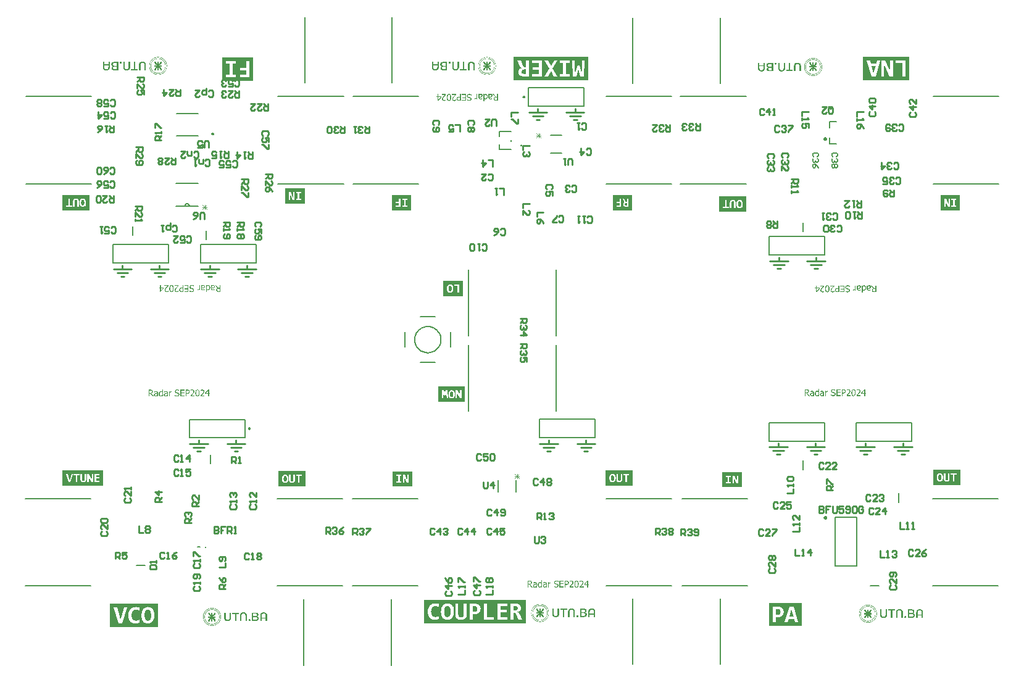
<source format=gbr>
%FSTAX44Y44*%
%MOMM*%
%SFA1B1*%

%IPPOS*%
%ADD92C,0.250000*%
%ADD93C,0.200000*%
%ADD94C,0.152400*%
%ADD95C,0.100000*%
%ADD96C,0.253999*%
%ADD97C,0.127000*%
%ADD98C,0.076200*%
%ADD99C,0.203200*%
%LNradar_1ghz_legend_top-1*%
%LPD*%
G36*
X00118248Y-00016825D02*
X00118583D01*
Y-0001688*
X00118973*
Y-00016936*
X0011914*
Y-00016992*
X00119419*
Y-00017048*
X00119531*
Y-00017103*
X00119698*
Y-00017159*
X00119866*
Y-00017215*
X00119921*
Y-00017271*
X00120089*
Y-00017326*
X00120144*
Y-00017382*
X00120312*
Y-00017438*
X00120367*
Y-00017494*
X00120479*
Y-0001755*
X00120535*
Y-00017605*
X00120591*
Y-00017661*
X00120702*
Y-00017717*
X00120758*
Y-00017773*
X00120869*
Y-00017828*
X00120925*
Y-00017884*
X00120981*
Y-0001794*
X00121037*
Y-00017996*
X00121092*
Y-00018051*
X00121148*
Y-00018107*
X00121204*
Y-00018163*
X0012126*
Y-00018275*
X00121315*
Y-0001833*
X00121371*
Y-00018386*
X00121427*
Y-00018498*
X00121483*
Y-00018553*
X00121539*
Y-00018665*
X00121594*
Y-00018721*
X0012165*
Y-00018832*
X00121706*
Y-00018944*
X00121762*
Y-00019055*
X00121817*
Y-00019222*
X00121873*
Y-00019278*
X00121929*
Y-00019501*
X00121985*
Y-00019613*
X0012204*
Y-00019947*
X00122096*
Y-00020115*
X00122152*
Y-00020505*
X00122208*
Y-00028423*
X00122152*
Y-00028479*
X001202*
Y-00021397*
X00120144*
Y-00020728*
X00120089*
Y-00020393*
X00120033*
Y-00020115*
X00119977*
Y-00020003*
X00119921*
Y-0001978*
X00119866*
Y-00019724*
X0011981*
Y-00019613*
X00119754*
Y-00019501*
X00119698*
Y-00019445*
X00119642*
Y-00019334*
X00119587*
Y-00019278*
X00119531*
Y-00019222*
X00119475*
Y-00019167*
X00119419*
Y-00019111*
X00119364*
Y-00019055*
X00119308*
Y-00018999*
X00119196*
Y-00018944*
X0011914*
Y-00018888*
X00119029*
Y-00018832*
X00118917*
Y-00018776*
X00118862*
Y-00018721*
X00118639*
Y-00018665*
X00118527*
Y-00018609*
X00118081*
Y-00018553*
X00116854*
Y-00018609*
X00116464*
Y-00018665*
X00116353*
Y-00018721*
X0011613*
Y-00018776*
X00116074*
Y-00018832*
X00115962*
Y-00018888*
X00115851*
Y-00018944*
X00115795*
Y-00018999*
X00115683*
Y-00019055*
X00115628*
Y-00019111*
X00115572*
Y-00019167*
X00115516*
Y-00019222*
X0011546*
Y-00019278*
X00115405*
Y-00019334*
X00115349*
Y-00019445*
X00115293*
Y-00019501*
X00115237*
Y-00019613*
X00115181*
Y-00019668*
X00115126*
Y-00019836*
X0011507*
Y-00020003*
X00115014*
Y-00020115*
X00114958*
Y-00020449*
X00114903*
Y-00020728*
X00114847*
Y-00028423*
X00114791*
Y-00028479*
X00112784*
Y-00020784*
X0011284*
Y-0002017*
X00112895*
Y-00019947*
X00112951*
Y-00019668*
X00113007*
Y-00019501*
X00113063*
Y-00019334*
X00113118*
Y-00019167*
X00113174*
Y-00019111*
X0011323*
Y-00018944*
X00113286*
Y-00018888*
X00113341*
Y-00018721*
X00113397*
Y-00018665*
X00113453*
Y-00018553*
X00113509*
Y-00018498*
X00113564*
Y-00018386*
X0011362*
Y-0001833*
X00113676*
Y-00018275*
X00113732*
Y-00018163*
X00113787*
Y-00018107*
X00113843*
Y-00018051*
X00113899*
Y-00017996*
X00113955*
Y-0001794*
X0011401*
Y-00017884*
X00114066*
Y-00017828*
X00114122*
Y-00017773*
X00114233*
Y-00017717*
X00114289*
Y-00017661*
X00114401*
Y-00017605*
X00114456*
Y-0001755*
X00114512*
Y-00017494*
X00114624*
Y-00017438*
X0011468*
Y-00017382*
X00114847*
Y-00017326*
X00114903*
Y-00017271*
X0011507*
Y-00017215*
X00115181*
Y-00017159*
X00115293*
Y-00017103*
X0011546*
Y-00017048*
X00115572*
Y-00016992*
X00115851*
Y-00016936*
X00116018*
Y-0001688*
X00116408*
Y-00016825*
X00116799*
Y-00016769*
X00116854*
Y-00016825*
X0011691*
Y-00016769*
X00118248*
Y-00016825*
G37*
G36*
X00569468Y-00016862D02*
X00569802D01*
Y-00016918*
X00570193*
Y-00016973*
X0057036*
Y-00017029*
X00570639*
Y-00017085*
X0057075*
Y-00017141*
X00570918*
Y-00017196*
X00571085*
Y-00017252*
X00571141*
Y-00017308*
X00571308*
Y-00017364*
X00571364*
Y-0001742*
X00571531*
Y-00017475*
X00571587*
Y-00017531*
X00571698*
Y-00017587*
X00571754*
Y-00017643*
X0057181*
Y-00017698*
X00571921*
Y-00017754*
X00571977*
Y-0001781*
X00572089*
Y-00017866*
X00572144*
Y-00017921*
X005722*
Y-00017977*
X00572256*
Y-00018033*
X00572312*
Y-00018089*
X00572367*
Y-00018144*
X00572423*
Y-000182*
X00572479*
Y-00018312*
X00572535*
Y-00018367*
X0057259*
Y-00018423*
X00572646*
Y-00018535*
X00572702*
Y-00018591*
X00572758*
Y-00018702*
X00572813*
Y-00018758*
X00572869*
Y-00018869*
X00572925*
Y-00018981*
X00572981*
Y-00019092*
X00573036*
Y-0001926*
X00573092*
Y-00019315*
X00573148*
Y-00019538*
X00573204*
Y-0001965*
X00573259*
Y-00019984*
X00573315*
Y-00020152*
X00573371*
Y-00020542*
X00573427*
Y-0002846*
X00573371*
Y-00028516*
X00571419*
Y-00021434*
X00571364*
Y-00020765*
X00571308*
Y-0002043*
X00571252*
Y-00020152*
X00571196*
Y-0002004*
X00571141*
Y-00019817*
X00571085*
Y-00019761*
X00571029*
Y-0001965*
X00570973*
Y-00019538*
X00570918*
Y-00019483*
X00570862*
Y-00019371*
X00570806*
Y-00019315*
X0057075*
Y-0001926*
X00570695*
Y-00019204*
X00570639*
Y-00019148*
X00570583*
Y-00019092*
X00570527*
Y-00019037*
X00570416*
Y-00018981*
X0057036*
Y-00018925*
X00570249*
Y-00018869*
X00570137*
Y-00018814*
X00570081*
Y-00018758*
X00569858*
Y-00018702*
X00569747*
Y-00018646*
X005693*
Y-00018591*
X00568074*
Y-00018646*
X00567683*
Y-00018702*
X00567572*
Y-00018758*
X00567349*
Y-00018814*
X00567293*
Y-00018869*
X00567182*
Y-00018925*
X0056707*
Y-00018981*
X00567014*
Y-00019037*
X00566903*
Y-00019092*
X00566847*
Y-00019148*
X00566791*
Y-00019204*
X00566735*
Y-0001926*
X0056668*
Y-00019315*
X00566624*
Y-00019371*
X00566568*
Y-00019483*
X00566512*
Y-00019538*
X00566457*
Y-0001965*
X00566401*
Y-00019706*
X00566345*
Y-00019873*
X00566289*
Y-0002004*
X00566234*
Y-00020152*
X00566178*
Y-00020486*
X00566122*
Y-00020765*
X00566066*
Y-0002846*
X00566011*
Y-00028516*
X00564003*
Y-00020821*
X00564059*
Y-00020207*
X00564114*
Y-00019984*
X0056417*
Y-00019706*
X00564226*
Y-00019538*
X00564282*
Y-00019371*
X00564338*
Y-00019204*
X00564393*
Y-00019148*
X00564449*
Y-00018981*
X00564505*
Y-00018925*
X00564561*
Y-00018758*
X00564616*
Y-00018702*
X00564672*
Y-00018591*
X00564728*
Y-00018535*
X00564784*
Y-00018423*
X00564839*
Y-00018367*
X00564895*
Y-00018312*
X00564951*
Y-000182*
X00565007*
Y-00018144*
X00565063*
Y-00018089*
X00565118*
Y-00018033*
X00565174*
Y-00017977*
X0056523*
Y-00017921*
X00565286*
Y-00017866*
X00565341*
Y-0001781*
X00565453*
Y-00017754*
X00565509*
Y-00017698*
X0056562*
Y-00017643*
X00565676*
Y-00017587*
X00565732*
Y-00017531*
X00565843*
Y-00017475*
X00565899*
Y-0001742*
X00566066*
Y-00017364*
X00566122*
Y-00017308*
X00566289*
Y-00017252*
X00566401*
Y-00017196*
X00566512*
Y-00017141*
X0056668*
Y-00017085*
X00566791*
Y-00017029*
X0056707*
Y-00016973*
X00567237*
Y-00016918*
X00567628*
Y-00016862*
X00568018*
Y-00016806*
X00568074*
Y-00016862*
X00568129*
Y-00016806*
X00569468*
Y-00016862*
G37*
G36*
X00107486Y-00017048D02*
X00107542D01*
Y-00017103*
X00107598*
Y-00026695*
X00107654*
Y-0002675*
X00111167*
Y-00026862*
X00111222*
Y-00026918*
X00111167*
Y-00028312*
X00111222*
Y-00028423*
X00111167*
Y-00028479*
X0010191*
Y-00026806*
X00101966*
Y-0002675*
X00105423*
Y-00026695*
X00105535*
Y-00018442*
Y-00018386*
Y-00017048*
X00105702*
Y-00016992*
X00105813*
Y-00017048*
X00105869*
Y-00016992*
X00106371*
Y-00017048*
X00106538*
Y-00016992*
X00106706*
Y-00017048*
X00106817*
Y-00016992*
X00107096*
Y-00017048*
X00107263*
Y-00016992*
X00107486*
Y-00017048*
G37*
G36*
X0010046D02*
X00100516D01*
Y-00025245*
X0010046*
Y-00025523*
X00100405*
Y-00025746*
X00100349*
Y-0002597*
X00100293*
Y-00026081*
X00100237*
Y-00026304*
X00100181*
Y-0002636*
X00100126*
Y-00026527*
X0010007*
Y-00026639*
X00100014*
Y-0002675*
X00099958*
Y-00026862*
X00099903*
Y-00026918*
X00099847*
Y-00027029*
X00099791*
Y-00027085*
X00099735*
Y-00027141*
X0009968*
Y-00027252*
X00099624*
Y-00027308*
X00099568*
Y-00027364*
X00099512*
Y-0002742*
X00099457*
Y-00027475*
X00099401*
Y-00027531*
X00099345*
Y-00027587*
X00099289*
Y-00027643*
X00099233*
Y-00027698*
X00099178*
Y-00027754*
X00099122*
Y-0002781*
X0009901*
Y-00027866*
X00098955*
Y-00027921*
X00098843*
Y-00027977*
X00098787*
Y-00028033*
X00098732*
Y-00028089*
X00098564*
Y-00028144*
X00098509*
Y-000282*
X00098397*
Y-00028256*
X0009823*
Y-00028312*
X00098174*
Y-00028367*
X00097951*
Y-00028423*
X0009784*
Y-00028479*
X00097561*
Y-00028535*
X00097449*
Y-00028591*
X0009717*
Y-00028646*
X0009678*
Y-00028702*
X00096446*
Y-00028758*
X00095219*
Y-00028702*
X00094884*
Y-00028646*
X00094494*
Y-00028591*
X00094271*
Y-00028535*
X00094048*
Y-00028479*
X00093825*
Y-00028423*
X00093713*
Y-00028367*
X00093546*
Y-00028312*
X00093434*
Y-00028256*
X00093323*
Y-000282*
X00093156*
Y-00028144*
X000931*
Y-00028089*
X00092988*
Y-00028033*
X00092933*
Y-00027977*
X00092821*
Y-00027921*
X00092765*
Y-00027866*
X00092654*
Y-0002781*
X00092598*
Y-00027754*
X00092542*
Y-00027698*
X00092431*
Y-00027643*
X00092375*
Y-00027587*
X00092319*
Y-00027531*
X00092263*
Y-00027475*
X00092208*
Y-0002742*
X00092152*
Y-00027364*
X00092096*
Y-00027252*
X0009204*
Y-00027196*
X00091985*
Y-00027141*
X00091929*
Y-00027085*
X00091873*
Y-00026973*
X00091817*
Y-00026862*
X00091762*
Y-00026806*
X00091706*
Y-00026695*
X0009165*
Y-00026583*
X00091594*
Y-00026527*
X00091538*
Y-0002636*
X00091483*
Y-00026248*
X00091427*
Y-00026081*
X00091371*
Y-00025914*
X00091315*
Y-00025746*
X0009126*
Y-00025412*
X00091204*
Y-00025133*
X00091148*
Y-00017048*
X00091204*
Y-00016992*
X00091371*
Y-00017048*
X00091427*
Y-00016992*
X00092821*
Y-00017048*
X00092933*
Y-00016992*
X000931*
Y-00017048*
X00093156*
Y-00024576*
X00093211*
Y-00024854*
X00093267*
Y-00025245*
X00093323*
Y-00025468*
X00093379*
Y-00025579*
X00093434*
Y-00025746*
X0009349*
Y-00025802*
X00093546*
Y-0002597*
X00093602*
Y-00026025*
X00093657*
Y-00026137*
X00093713*
Y-00026193*
X00093769*
Y-00026248*
X00093825*
Y-0002636*
X00093936*
Y-00026416*
X00093992*
Y-00026471*
X00094048*
Y-00026527*
X00094159*
Y-00026583*
X00094215*
Y-00026639*
X00094326*
Y-00026695*
X00094438*
Y-0002675*
X00094605*
Y-00026806*
X00094717*
Y-00026862*
X0009494*
Y-00026918*
X0009533*
Y-00026973*
X00095776*
Y-00027029*
X00095888*
Y-00026973*
X0009639*
Y-00026918*
X00096724*
Y-00026862*
X00096947*
Y-00026806*
X00097059*
Y-0002675*
X00097282*
Y-00026695*
X00097338*
Y-00026639*
X00097449*
Y-00026583*
X00097561*
Y-00026527*
X00097617*
Y-00026471*
X00097728*
Y-0002636*
X00097784*
Y-00026304*
X0009784*
Y-00026248*
X00097951*
Y-00026137*
X00098007*
Y-00026081*
X00098063*
Y-0002597*
X00098118*
Y-00025858*
X00098174*
Y-00025802*
X0009823*
Y-00025579*
X00098286*
Y-00025468*
X00098341*
Y-000253*
X00098397*
Y-00025189*
Y-00025133*
Y-00024966*
X00098453*
Y-00024687*
X00098509*
Y-00017048*
X00098564*
Y-00016992*
X00098732*
Y-00017048*
X00098843*
Y-00016992*
X0010046*
Y-00017048*
G37*
G36*
X00558706Y-00017085D02*
X00558761D01*
Y-00017141*
X00558817*
Y-00026732*
X00558873*
Y-00026787*
X00562386*
Y-00026899*
X00562442*
Y-00026955*
X00562386*
Y-00028349*
X00562442*
Y-0002846*
X00562386*
Y-00028516*
X00553129*
Y-00026843*
X00553185*
Y-00026787*
X00556643*
Y-00026732*
X00556754*
Y-00018479*
Y-00018423*
Y-00017085*
X00556921*
Y-00017029*
X00557033*
Y-00017085*
X00557089*
Y-00017029*
X0055759*
Y-00017085*
X00557758*
Y-00017029*
X00557925*
Y-00017085*
X00558036*
Y-00017029*
X00558315*
Y-00017085*
X00558483*
Y-00017029*
X00558706*
Y-00017085*
G37*
G36*
X0055168D02*
X00551736D01*
Y-00025282*
X0055168*
Y-00025561*
X00551624*
Y-00025784*
X00551568*
Y-00026007*
X00551512*
Y-00026118*
X00551457*
Y-00026341*
X00551401*
Y-00026397*
X00551345*
Y-00026565*
X00551289*
Y-00026676*
X00551234*
Y-00026787*
X00551178*
Y-00026899*
X00551122*
Y-00026955*
X00551066*
Y-00027066*
X00551011*
Y-00027122*
X00550955*
Y-00027178*
X00550899*
Y-00027289*
X00550843*
Y-00027345*
X00550788*
Y-00027401*
X00550732*
Y-00027457*
X00550676*
Y-00027512*
X0055062*
Y-00027568*
X00550564*
Y-00027624*
X00550509*
Y-0002768*
X00550453*
Y-00027736*
X00550397*
Y-00027791*
X00550341*
Y-00027847*
X0055023*
Y-00027903*
X00550174*
Y-00027959*
X00550063*
Y-00028014*
X00550007*
Y-0002807*
X00549951*
Y-00028126*
X00549784*
Y-00028182*
X00549728*
Y-00028237*
X00549616*
Y-00028293*
X00549449*
Y-00028349*
X00549393*
Y-00028405*
X0054917*
Y-0002846*
X00549059*
Y-00028516*
X0054878*
Y-00028572*
X00548668*
Y-00028628*
X0054839*
Y-00028683*
X00547999*
Y-00028739*
X00547665*
Y-00028795*
X00546438*
Y-00028739*
X00546104*
Y-00028683*
X00545713*
Y-00028628*
X0054549*
Y-00028572*
X00545267*
Y-00028516*
X00545044*
Y-0002846*
X00544932*
Y-00028405*
X00544765*
Y-00028349*
X00544654*
Y-00028293*
X00544542*
Y-00028237*
X00544375*
Y-00028182*
X00544319*
Y-00028126*
X00544207*
Y-0002807*
X00544152*
Y-00028014*
X0054404*
Y-00027959*
X00543984*
Y-00027903*
X00543873*
Y-00027847*
X00543817*
Y-00027791*
X00543761*
Y-00027736*
X0054365*
Y-0002768*
X00543594*
Y-00027624*
X00543538*
Y-00027568*
X00543483*
Y-00027512*
X00543427*
Y-00027457*
X00543371*
Y-00027401*
X00543315*
Y-00027289*
X0054326*
Y-00027234*
X00543204*
Y-00027178*
X00543148*
Y-00027122*
X00543092*
Y-0002701*
X00543037*
Y-00026899*
X00542981*
Y-00026843*
X00542925*
Y-00026732*
X00542869*
Y-0002662*
X00542814*
Y-00026565*
X00542758*
Y-00026397*
X00542702*
Y-00026286*
X00542646*
Y-00026118*
X0054259*
Y-00025951*
X00542535*
Y-00025784*
X00542479*
Y-00025449*
X00542423*
Y-0002517*
X00542367*
Y-00017085*
X00542423*
Y-00017029*
X0054259*
Y-00017085*
X00542646*
Y-00017029*
X0054404*
Y-00017085*
X00544152*
Y-00017029*
X00544319*
Y-00017085*
X00544375*
Y-00024613*
X0054443*
Y-00024892*
X00544486*
Y-00025282*
X00544542*
Y-00025505*
X00544598*
Y-00025616*
X00544654*
Y-00025784*
X00544709*
Y-0002584*
X00544765*
Y-00026007*
X00544821*
Y-00026063*
X00544877*
Y-00026174*
X00544932*
Y-0002623*
X00544988*
Y-00026286*
X00545044*
Y-00026397*
X00545155*
Y-00026453*
X00545211*
Y-00026509*
X00545267*
Y-00026565*
X00545379*
Y-0002662*
X00545434*
Y-00026676*
X00545546*
Y-00026732*
X00545657*
Y-00026787*
X00545825*
Y-00026843*
X00545936*
Y-00026899*
X00546159*
Y-00026955*
X0054655*
Y-0002701*
X00546996*
Y-00027066*
X00547107*
Y-0002701*
X00547609*
Y-00026955*
X00547944*
Y-00026899*
X00548167*
Y-00026843*
X00548278*
Y-00026787*
X00548501*
Y-00026732*
X00548557*
Y-00026676*
X00548668*
Y-0002662*
X0054878*
Y-00026565*
X00548836*
Y-00026509*
X00548947*
Y-00026397*
X00549003*
Y-00026341*
X00549059*
Y-00026286*
X0054917*
Y-00026174*
X00549226*
Y-00026118*
X00549282*
Y-00026007*
X00549338*
Y-00025895*
X00549393*
Y-0002584*
X00549449*
Y-00025616*
X00549505*
Y-00025505*
X00549561*
Y-00025338*
X00549616*
Y-00025226*
Y-0002517*
Y-00025003*
X00549672*
Y-00024724*
X00549728*
Y-00017085*
X00549784*
Y-00017029*
X00549951*
Y-00017085*
X00550063*
Y-00017029*
X0055168*
Y-00017085*
G37*
G36*
X00087914Y-00016769D02*
X00088137D01*
Y-00016825*
X00088248*
Y-0001688*
X0008836*
Y-00016936*
X00088416*
Y-00016992*
X00088527*
Y-00017048*
X00088583*
Y-00017103*
X00088639*
Y-00017159*
X00088695*
Y-00017215*
X0008875*
Y-00017382*
X00088806*
Y-00017438*
X00088862*
Y-00017661*
X00088918*
Y-00018386*
X00088862*
Y-00018609*
X00088806*
Y-00018665*
X0008875*
Y-00018776*
X00088695*
Y-00018832*
X00088639*
Y-00018888*
X00088583*
Y-00018999*
X00088472*
Y-00019055*
X00088416*
Y-00019111*
X00088304*
Y-00019167*
X00088248*
Y-00019222*
X00088137*
Y-00019278*
X00087802*
Y-00019334*
X00087524*
Y-00019278*
X00087189*
Y-00019222*
X00087078*
Y-00019167*
X00086966*
Y-00019111*
X0008691*
Y-00019055*
X00086854*
Y-00018999*
X00086743*
Y-00018944*
X00086687*
Y-00018888*
X00086631*
Y-00018776*
X00086576*
Y-00018721*
X0008652*
Y-00018609*
X00086464*
Y-00018442*
X00086408*
Y-0001833*
X00086352*
Y-00017717*
X00086408*
Y-0001755*
X00086464*
Y-00017382*
X0008652*
Y-00017326*
X00086576*
Y-00017271*
X00086631*
Y-00017159*
X00086687*
Y-00017103*
X00086743*
Y-00017048*
X00086799*
Y-00016992*
X0008691*
Y-00016936*
X00086966*
Y-0001688*
X00087078*
Y-00016825*
X00087245*
Y-00016769*
X00087412*
Y-00016713*
X00087914*
Y-00016769*
G37*
G36*
X00539133Y-00016806D02*
X00539356D01*
Y-00016862*
X00539468*
Y-00016918*
X00539579*
Y-00016973*
X00539635*
Y-00017029*
X00539746*
Y-00017085*
X00539802*
Y-00017141*
X00539858*
Y-00017196*
X00539914*
Y-00017252*
X00539969*
Y-0001742*
X00540025*
Y-00017475*
X00540081*
Y-00017698*
X00540137*
Y-00018423*
X00540081*
Y-00018646*
X00540025*
Y-00018702*
X00539969*
Y-00018814*
X00539914*
Y-00018869*
X00539858*
Y-00018925*
X00539802*
Y-00019037*
X00539691*
Y-00019092*
X00539635*
Y-00019148*
X00539524*
Y-00019204*
X00539468*
Y-0001926*
X00539356*
Y-00019315*
X00539022*
Y-00019371*
X00538743*
Y-00019315*
X00538408*
Y-0001926*
X00538297*
Y-00019204*
X00538185*
Y-00019148*
X00538129*
Y-00019092*
X00538074*
Y-00019037*
X00537962*
Y-00018981*
X00537906*
Y-00018925*
X00537851*
Y-00018814*
X00537795*
Y-00018758*
X00537739*
Y-00018646*
X00537683*
Y-00018479*
X00537628*
Y-00018367*
X00537572*
Y-00017754*
X00537628*
Y-00017587*
X00537683*
Y-0001742*
X00537739*
Y-00017364*
X00537795*
Y-00017308*
X00537851*
Y-00017196*
X00537906*
Y-00017141*
X00537962*
Y-00017085*
X00538018*
Y-00017029*
X00538129*
Y-00016973*
X00538185*
Y-00016918*
X00538297*
Y-00016862*
X00538464*
Y-00016806*
X00538631*
Y-0001675*
X00539133*
Y-00016806*
G37*
G36*
X00072691Y-00017103D02*
X00072747D01*
Y-00025022*
X00072691*
Y-00025468*
X00072635*
Y-00025691*
X00072579*
Y-00025914*
X00072523*
Y-00026081*
X00072468*
Y-00026193*
X00072412*
Y-0002636*
X00072356*
Y-00026471*
X00072301*
Y-00026639*
X00072245*
Y-00026695*
X00072189*
Y-00026806*
X00072133*
Y-00026918*
X00072077*
Y-00026973*
X00072022*
Y-00027029*
X00071966*
Y-00027141*
X0007191*
Y-00027196*
X00071854*
Y-00027252*
X00071799*
Y-00027308*
X00071743*
Y-00027364*
X00071687*
Y-0002742*
X00071631*
Y-00027531*
X00071576*
Y-00027587*
X00071464*
Y-00027643*
X00071408*
Y-00027698*
X00071352*
Y-00027754*
X00071297*
Y-0002781*
X00071185*
Y-00027866*
X00071129*
Y-00027921*
X00071074*
Y-00027977*
X00070962*
Y-00028033*
X00070851*
Y-00028089*
X00070795*
Y-00028144*
X00070683*
Y-000282*
X00070572*
Y-00028256*
X00070404*
Y-00028312*
X00070293*
Y-00028367*
X00070126*
Y-00028423*
X00069958*
Y-00028479*
X00069791*
Y-00028535*
X00069568*
Y-00028591*
X00069345*
Y-00028646*
X00068788*
Y-00028702*
X00067338*
Y-00028646*
X0006678*
Y-00028591*
X00066557*
Y-00028535*
X00066334*
Y-00028479*
X00066167*
Y-00028423*
X00065999*
Y-00028367*
X00065832*
Y-00028312*
X0006572*
Y-00028256*
X00065609*
Y-000282*
X00065497*
Y-00028144*
X0006533*
Y-00028089*
X00065274*
Y-00028033*
X00065219*
Y-00027977*
X00065051*
Y-00027921*
X00064996*
Y-00027866*
X0006494*
Y-0002781*
X00064884*
Y-00027754*
X00064828*
Y-00027698*
X00064717*
Y-00027643*
X00064661*
Y-00027587*
X00064605*
Y-00027531*
X0006455*
Y-00027475*
X00064494*
Y-0002742*
X00064438*
Y-00027364*
X00064382*
Y-00027308*
X00064327*
Y-00027252*
X00064271*
Y-00027141*
X00064215*
Y-00027085*
X00064159*
Y-00027029*
X00064104*
Y-00026918*
X00064048*
Y-00026806*
X00063992*
Y-0002675*
X00063936*
Y-00026639*
X00063881*
Y-00026583*
X00063825*
Y-00026416*
X00063769*
Y-0002636*
X00063713*
Y-00026137*
X00063657*
Y-00026025*
X00063602*
Y-00025802*
X00063546*
Y-00025523*
X0006349*
Y-00025412*
X00063434*
Y-00017103*
X0006349*
Y-00017048*
X0006533*
Y-00017159*
X00065386*
Y-00019613*
Y-00019668*
Y-00020059*
X00070739*
Y-00020003*
X00070795*
Y-00017103*
X00070851*
Y-00017048*
X00072691*
Y-00017103*
G37*
G36*
X0052391Y-00017141D02*
X00523966D01*
Y-00025059*
X0052391*
Y-00025505*
X00523854*
Y-00025728*
X00523799*
Y-00025951*
X00523743*
Y-00026118*
X00523687*
Y-0002623*
X00523631*
Y-00026397*
X00523576*
Y-00026509*
X0052352*
Y-00026676*
X00523464*
Y-00026732*
X00523408*
Y-00026843*
X00523353*
Y-00026955*
X00523297*
Y-0002701*
X00523241*
Y-00027066*
X00523185*
Y-00027178*
X0052313*
Y-00027234*
X00523074*
Y-00027289*
X00523018*
Y-00027345*
X00522962*
Y-00027401*
X00522907*
Y-00027457*
X00522851*
Y-00027568*
X00522795*
Y-00027624*
X00522683*
Y-0002768*
X00522628*
Y-00027736*
X00522572*
Y-00027791*
X00522516*
Y-00027847*
X00522405*
Y-00027903*
X00522349*
Y-00027959*
X00522293*
Y-00028014*
X00522182*
Y-0002807*
X0052207*
Y-00028126*
X00522014*
Y-00028182*
X00521903*
Y-00028237*
X00521791*
Y-00028293*
X00521624*
Y-00028349*
X00521512*
Y-00028405*
X00521345*
Y-0002846*
X00521178*
Y-00028516*
X0052101*
Y-00028572*
X00520787*
Y-00028628*
X00520564*
Y-00028683*
X00520007*
Y-00028739*
X00518557*
Y-00028683*
X00517999*
Y-00028628*
X00517776*
Y-00028572*
X00517553*
Y-00028516*
X00517386*
Y-0002846*
X00517219*
Y-00028405*
X00517051*
Y-00028349*
X0051694*
Y-00028293*
X00516828*
Y-00028237*
X00516717*
Y-00028182*
X0051655*
Y-00028126*
X00516494*
Y-0002807*
X00516438*
Y-00028014*
X00516271*
Y-00027959*
X00516215*
Y-00027903*
X00516159*
Y-00027847*
X00516103*
Y-00027791*
X00516048*
Y-00027736*
X00515936*
Y-0002768*
X0051588*
Y-00027624*
X00515825*
Y-00027568*
X00515769*
Y-00027512*
X00515713*
Y-00027457*
X00515657*
Y-00027401*
X00515601*
Y-00027345*
X00515546*
Y-00027289*
X0051549*
Y-00027178*
X00515434*
Y-00027122*
X00515378*
Y-00027066*
X00515323*
Y-00026955*
X00515267*
Y-00026843*
X00515211*
Y-00026787*
X00515155*
Y-00026676*
X005151*
Y-0002662*
X00515044*
Y-00026453*
X00514988*
Y-00026397*
X00514932*
Y-00026174*
X00514877*
Y-00026063*
X00514821*
Y-0002584*
X00514765*
Y-00025561*
X00514709*
Y-00025449*
X00514654*
Y-00017141*
X00514709*
Y-00017085*
X0051655*
Y-00017196*
X00516605*
Y-0001965*
Y-00019706*
Y-00020096*
X00521959*
Y-0002004*
X00522014*
Y-00017141*
X0052207*
Y-00017085*
X0052391*
Y-00017141*
G37*
G36*
X00084234Y-00017159D02*
X00084289D01*
Y-00028423*
X00084234*
Y-00028479*
X00078379*
Y-00028423*
X00077821*
Y-00028367*
X00077486*
Y-00028312*
X00077319*
Y-00028256*
X00077096*
Y-000282*
X00076984*
Y-00028144*
X00076817*
Y-00028089*
X00076706*
Y-00028033*
X0007665*
Y-00027977*
X00076538*
Y-00027921*
X00076427*
Y-00027866*
X00076371*
Y-0002781*
X0007626*
Y-00027754*
X00076204*
Y-00027698*
X00076148*
Y-00027643*
X00076092*
Y-00027587*
X00076037*
Y-00027531*
X00075981*
Y-00027475*
X00075925*
Y-0002742*
X00075869*
Y-00027364*
X00075813*
Y-00027308*
X00075758*
Y-00027141*
X00075702*
Y-00027085*
X00075646*
Y-00026973*
X0007559*
Y-00026862*
X00075535*
Y-0002675*
X00075479*
Y-00026695*
Y-00026527*
X00075423*
Y-00026304*
X00075367*
Y-00024966*
X00075423*
Y-00024854*
X00075479*
Y-00024631*
X00075535*
Y-0002452*
X0007559*
Y-00024408*
X00075646*
Y-00024297*
X00075702*
Y-00024241*
X00075758*
Y-00024074*
X00075869*
Y-00023962*
X00075925*
Y-00023906*
X00075981*
Y-00023851*
X00076037*
Y-00023795*
X00076092*
Y-00023739*
X00076148*
Y-00023683*
X00076204*
Y-00023628*
X0007626*
Y-00023572*
X00076371*
Y-00023516*
X00076483*
Y-0002346*
X00076538*
Y-00023405*
X0007665*
Y-00023349*
X00076761*
Y-00023293*
X00076873*
Y-00023182*
X00076817*
Y-00023126*
X0007665*
Y-0002307*
X00076538*
Y-00023014*
X00076371*
Y-00022959*
X0007626*
Y-00022903*
X00076148*
Y-00022847*
X00076092*
Y-00022791*
X00075981*
Y-00022735*
X00075869*
Y-0002268*
X00075813*
Y-00022624*
X00075758*
Y-00022568*
X00075702*
Y-00022512*
X00075646*
Y-00022457*
X0007559*
Y-00022401*
X00075535*
Y-00022345*
X00075479*
Y-00022289*
X00075423*
Y-00022234*
X00075367*
Y-00022122*
X00075312*
Y-00022011*
X00075256*
Y-00021955*
X000752*
Y-00021843*
X00075144*
Y-00021732*
X00075089*
Y-00021564*
X00075033*
Y-00021453*
X00074977*
Y-00021285*
X00074921*
Y-00021007*
X00074865*
Y-00020728*
X0007481*
Y-00019836*
X00074865*
Y-00019557*
X00074921*
Y-00019334*
X00074977*
Y-00019167*
X00075033*
Y-00018999*
X00075089*
Y-00018832*
X00075144*
Y-00018776*
X000752*
Y-00018665*
X00075256*
Y-00018553*
X00075312*
Y-00018498*
X00075367*
Y-00018442*
X00075423*
Y-00018386*
X00075479*
Y-00018275*
X00075535*
Y-00018219*
X0007559*
Y-00018163*
X00075646*
Y-00018107*
X00075702*
Y-00018051*
X00075758*
Y-00017996*
X00075813*
Y-0001794*
X00075925*
Y-00017884*
X00075981*
Y-00017828*
X00076037*
Y-00017773*
X00076148*
Y-00017717*
X0007626*
Y-00017661*
X00076315*
Y-00017605*
X00076427*
Y-0001755*
X00076538*
Y-00017494*
X0007665*
Y-00017438*
X00076817*
Y-00017382*
X00076984*
Y-00017326*
X00077152*
Y-00017271*
X00077375*
Y-00017215*
X00077654*
Y-00017159*
X00077821*
Y-00017103*
X00078657*
Y-00017048*
X00084234*
Y-00017159*
G37*
G36*
X00535453Y-00017196D02*
X00535509D01*
Y-0002846*
X00535453*
Y-00028516*
X00529598*
Y-0002846*
X0052904*
Y-00028405*
X00528706*
Y-00028349*
X00528538*
Y-00028293*
X00528315*
Y-00028237*
X00528204*
Y-00028182*
X00528037*
Y-00028126*
X00527925*
Y-0002807*
X00527869*
Y-00028014*
X00527758*
Y-00027959*
X00527646*
Y-00027903*
X00527591*
Y-00027847*
X00527479*
Y-00027791*
X00527423*
Y-00027736*
X00527367*
Y-0002768*
X00527312*
Y-00027624*
X00527256*
Y-00027568*
X005272*
Y-00027512*
X00527144*
Y-00027457*
X00527089*
Y-00027401*
X00527033*
Y-00027345*
X00526977*
Y-00027178*
X00526921*
Y-00027122*
X00526866*
Y-0002701*
X0052681*
Y-00026899*
X00526754*
Y-00026787*
X00526698*
Y-00026732*
Y-00026565*
X00526643*
Y-00026341*
X00526587*
Y-00025003*
X00526643*
Y-00024892*
X00526698*
Y-00024668*
X00526754*
Y-00024557*
X0052681*
Y-00024445*
X00526866*
Y-00024334*
X00526921*
Y-00024278*
X00526977*
Y-00024111*
X00527089*
Y-00023999*
X00527144*
Y-00023944*
X005272*
Y-00023888*
X00527256*
Y-00023832*
X00527312*
Y-00023776*
X00527367*
Y-00023721*
X00527423*
Y-00023665*
X00527479*
Y-00023609*
X00527591*
Y-00023553*
X00527702*
Y-00023498*
X00527758*
Y-00023442*
X00527869*
Y-00023386*
X00527981*
Y-0002333*
X00528092*
Y-00023219*
X00528037*
Y-00023163*
X00527869*
Y-00023107*
X00527758*
Y-00023051*
X00527591*
Y-00022996*
X00527479*
Y-0002294*
X00527367*
Y-00022884*
X00527312*
Y-00022828*
X005272*
Y-00022773*
X00527089*
Y-00022717*
X00527033*
Y-00022661*
X00526977*
Y-00022605*
X00526921*
Y-0002255*
X00526866*
Y-00022494*
X0052681*
Y-00022438*
X00526754*
Y-00022382*
X00526698*
Y-00022326*
X00526643*
Y-00022271*
X00526587*
Y-00022159*
X00526531*
Y-00022048*
X00526475*
Y-00021992*
X0052642*
Y-00021881*
X00526364*
Y-00021769*
X00526308*
Y-00021602*
X00526252*
Y-0002149*
X00526196*
Y-00021323*
X00526141*
Y-00021044*
X00526085*
Y-00020765*
X00526029*
Y-00019873*
X00526085*
Y-00019594*
X00526141*
Y-00019371*
X00526196*
Y-00019204*
X00526252*
Y-00019037*
X00526308*
Y-00018869*
X00526364*
Y-00018814*
X0052642*
Y-00018702*
X00526475*
Y-00018591*
X00526531*
Y-00018535*
X00526587*
Y-00018479*
X00526643*
Y-00018423*
X00526698*
Y-00018312*
X00526754*
Y-00018256*
X0052681*
Y-000182*
X00526866*
Y-00018144*
X00526921*
Y-00018089*
X00526977*
Y-00018033*
X00527033*
Y-00017977*
X00527144*
Y-00017921*
X005272*
Y-00017866*
X00527256*
Y-0001781*
X00527367*
Y-00017754*
X00527479*
Y-00017698*
X00527535*
Y-00017643*
X00527646*
Y-00017587*
X00527758*
Y-00017531*
X00527869*
Y-00017475*
X00528037*
Y-0001742*
X00528204*
Y-00017364*
X00528371*
Y-00017308*
X00528594*
Y-00017252*
X00528873*
Y-00017196*
X0052904*
Y-00017141*
X00529877*
Y-00017085*
X00535453*
Y-00017196*
G37*
G36*
X00138267Y-00010356D02*
X00140219D01*
Y-00010412*
X00140553*
Y-00010468*
X00141055*
Y-00010523*
X00141278*
Y-00010579*
X00141613*
Y-00010635*
X00141836*
Y-00010691*
X00142115*
Y-00010746*
X00142282*
Y-00010802*
X00142449*
Y-00010858*
X00142728*
Y-00010914*
X00142784*
Y-0001097*
X00143007*
Y-00011025*
X00143174*
Y-00011081*
X00143285*
Y-00011137*
X00143453*
Y-00011193*
X00143564*
Y-00011248*
X00143732*
Y-00011304*
X00143843*
Y-0001136*
X0014401*
Y-00011416*
X00144122*
Y-00011471*
X00144234*
Y-00011527*
X00144345*
Y-00011583*
X00144457*
Y-00011639*
X00144568*
Y-00011695*
X0014468*
Y-0001175*
X00144791*
Y-00011806*
X00144903*
Y-00011862*
X00144959*
Y-00011918*
X0014507*
Y-00011973*
X00145182*
Y-00012029*
X00145293*
Y-00012085*
X00145349*
Y-00012141*
X00145405*
Y-00012196*
X00145572*
Y-00012252*
X00145628*
Y-00012308*
X00145739*
Y-00012364*
X00145795*
Y-0001242*
X00145851*
Y-00012475*
X00145962*
Y-00012531*
X00146018*
Y-00012587*
X0014613*
Y-00012642*
X00146185*
Y-00012698*
X00146241*
Y-00012754*
X00146353*
Y-0001281*
X00146408*
Y-00012866*
X0014652*
Y-00012921*
X00146576*
Y-00012977*
X00146631*
Y-00013033*
X00146687*
Y-00013089*
X00146743*
Y-00013144*
X00146854*
Y-000132*
X0014691*
Y-00013256*
X00146966*
Y-00013312*
X00147022*
Y-00013367*
X00147077*
Y-00013423*
X00147133*
Y-00013479*
X00147245*
Y-00013535*
X001473*
Y-00013591*
X00147356*
Y-00013646*
X00147412*
Y-00013702*
X00147468*
Y-00013758*
X00147523*
Y-00013814*
X00147579*
Y-00013869*
X00147635*
Y-00013925*
X00147691*
Y-00013981*
X00147746*
Y-00014037*
X00147802*
Y-00014092*
X00147858*
Y-00014148*
X00147914*
Y-00014204*
X00147969*
Y-0001426*
X00148025*
Y-00014315*
X00148081*
Y-00014371*
X00148137*
Y-00014483*
X00148193*
Y-00014538*
X00148248*
Y-00014594*
X00148304*
Y-0001465*
X0014836*
Y-00014706*
X00148416*
Y-00014817*
X00148471*
Y-00014873*
X00148527*
Y-00014929*
X00148583*
Y-00014984*
X00148639*
Y-0001504*
X00148695*
Y-00015152*
X0014875*
Y-00015207*
X00148806*
Y-00015263*
X00148862*
Y-00015375*
X00148918*
Y-00015431*
X00148973*
Y-00015542*
X00149029*
Y-00015598*
X00149085*
Y-00015709*
X00149141*
Y-00015765*
X00149196*
Y-00015821*
X00149252*
Y-00015932*
X00149308*
Y-00015988*
X00149364*
Y-000161*
X0014942*
Y-00016155*
X00149475*
Y-00016323*
X00149531*
Y-00016379*
X00149587*
Y-0001649*
X00149643*
Y-00016601*
X00149698*
Y-00016657*
X00149754*
Y-00016769*
X0014981*
Y-0001688*
X00149866*
Y-00016992*
X00149921*
Y-00017103*
X00149977*
Y-00017215*
X00150033*
Y-00017326*
X00150089*
Y-00017438*
X00150144*
Y-0001755*
X001502*
Y-00017661*
X00150256*
Y-00017828*
X00150312*
Y-0001794*
X00150368*
Y-00018051*
X00150423*
Y-00018275*
X00150479*
Y-00018386*
X00150535*
Y-00018553*
X00150591*
Y-00018721*
X00150646*
Y-00018832*
X00150702*
Y-00019111*
X00150758*
Y-00019222*
X00150814*
Y-00019501*
X00150869*
Y-00019668*
X00150925*
Y-00019947*
X00150981*
Y-0002017*
X00151037*
Y-00020449*
X00151092*
Y-00020895*
X00151148*
Y-00021174*
X00151204*
Y-00022066*
X0015126*
Y-00023126*
X00151204*
Y-00023962*
X00151148*
Y-00024241*
X00151092*
Y-00024743*
X00151037*
Y-00024966*
X00150981*
Y-00025245*
X00150925*
Y-00025523*
X00150869*
Y-00025635*
X00150814*
Y-0002597*
X00150758*
Y-00026081*
X00150702*
Y-00026304*
X00150646*
Y-00026471*
X00150591*
Y-00026583*
X00150535*
Y-00026806*
X00150479*
Y-00026918*
X00150423*
Y-00027141*
X00150368*
Y-00027196*
X00150312*
Y-00027308*
X00150256*
Y-00027531*
X001502*
Y-00027587*
X00150144*
Y-00027754*
X00150089*
Y-0002781*
X00150033*
Y-00027977*
X00149977*
Y-00028089*
X00149921*
Y-000282*
X00149866*
Y-00028312*
X0014981*
Y-00028367*
X00149754*
Y-00028535*
X00149698*
Y-00028591*
X00149643*
Y-00028702*
X00149587*
Y-00028814*
X00149531*
Y-00028869*
X00149475*
Y-00028981*
X0014942*
Y-00029037*
X00149364*
Y-00029148*
X00149308*
Y-0002926*
X00149252*
Y-00029315*
X00149196*
Y-00029427*
X00149141*
Y-00029483*
X00149085*
Y-00029594*
X00149029*
Y-0002965*
X00148973*
Y-00029706*
X00148918*
Y-00029817*
X00148862*
Y-00029873*
X00148806*
Y-00029984*
X0014875*
Y-0003004*
X00148695*
Y-00030096*
X00148639*
Y-00030207*
X00148583*
Y-00030263*
X00148527*
Y-00030319*
X00148471*
Y-00030375*
X00148416*
Y-0003043*
X0014836*
Y-00030542*
X00148304*
Y-00030598*
X00148248*
Y-00030654*
X00148193*
Y-00030709*
X00148137*
Y-00030765*
X00148081*
Y-00030821*
X00148025*
Y-00030877*
X00147969*
Y-00030932*
X00147914*
Y-00030988*
X00147858*
Y-00031044*
X00147802*
Y-000311*
X00147746*
Y-00031155*
X00147691*
Y-00031211*
X00147635*
Y-00031267*
X00147579*
Y-00031323*
X00147523*
Y-00031379*
X00147468*
Y-00031434*
X00147412*
Y-0003149*
X00147356*
Y-00031546*
X001473*
Y-00031602*
X00147245*
Y-00031657*
X00147189*
Y-00031713*
X00147133*
Y-00031769*
X00147077*
Y-00031825*
X00147022*
Y-0003188*
X00146966*
Y-00031936*
X0014691*
Y-00031992*
X00146799*
Y-00032048*
X00146743*
Y-00032104*
X00146687*
Y-00032159*
X00146631*
Y-00032215*
X0014652*
Y-00032271*
X00146464*
Y-00032327*
X00146408*
Y-00032382*
X00146297*
Y-00032438*
X00146241*
Y-00032494*
X00146185*
Y-0003255*
X00146074*
Y-00032605*
X00146018*
Y-00032661*
X00145906*
Y-00032717*
X00145851*
Y-00032773*
X00145739*
Y-00032828*
X00145683*
Y-00032884*
X00145572*
Y-0003294*
X00145516*
Y-00032996*
X00145405*
Y-00033051*
X00145293*
Y-00033107*
X00145237*
Y-00033163*
X00145126*
Y-00033219*
X0014507*
Y-00033275*
X00144959*
Y-0003333*
X00144791*
Y-00033386*
X00144736*
Y-00033442*
X00144624*
Y-00033498*
X00144568*
Y-00033553*
X00144401*
Y-00033609*
X00144289*
Y-00033665*
X00144178*
Y-00033721*
X0014401*
Y-00033776*
X00143955*
Y-00033832*
X00143787*
Y-00033888*
X00143676*
Y-00033944*
X00143509*
Y-00033999*
X00143397*
Y-00034055*
X00143285*
Y-00034111*
X00143062*
Y-00034167*
X00142951*
Y-00034222*
X00142784*
Y-00034278*
X00142561*
Y-00034334*
X00142449*
Y-0003439*
X0014217*
Y-00034445*
X00142003*
Y-00034501*
X00141669*
Y-00034557*
X00141501*
Y-00034613*
X00141222*
Y-00034668*
X00140888*
Y-00034724*
X00140609*
Y-0003478*
X00139884*
Y-00034836*
X00139828*
Y-0003478*
X0013955*
Y-00034836*
X00138434*
Y-0003478*
X00137431*
Y-00034724*
X00137096*
Y-00034668*
X00136761*
Y-00034613*
X00136427*
Y-00034557*
X0013626*
Y-00034501*
X00135925*
Y-00034445*
X00135814*
Y-0003439*
X00135535*
Y-00034334*
X00135423*
Y-00034278*
X00135256*
Y-00034222*
X00135033*
Y-00034167*
X00134921*
Y-00034111*
X00134698*
Y-00034055*
X00134587*
Y-00033999*
X00134419*
Y-00033944*
X00134308*
Y-00033888*
X00134196*
Y-00033832*
X00134029*
Y-00033776*
X00133918*
Y-00033721*
X0013375*
Y-00033665*
X00133695*
Y-00033609*
X00133583*
Y-00033553*
X00133416*
Y-00033498*
X0013336*
Y-00033442*
X00133193*
Y-00033386*
X00133137*
Y-0003333*
X00133025*
Y-00033275*
X00132914*
Y-00033219*
X00132858*
Y-00033163*
X00132747*
Y-00033107*
X00132635*
Y-00033051*
X00132523*
Y-00032996*
X00132468*
Y-0003294*
X00132356*
Y-00032884*
X001323*
Y-00032828*
X00132245*
Y-00032773*
X00132133*
Y-00032717*
X00132022*
Y-00032661*
X00131966*
Y-00032605*
X00131854*
Y-0003255*
X00131799*
Y-00032494*
X00131743*
Y-00032438*
X00131687*
Y-00032382*
X00131576*
Y-00032327*
X0013152*
Y-00032271*
X00131408*
Y-00032215*
X00131353*
Y-00032159*
X00131297*
Y-00032104*
X00131241*
Y-00032048*
X00131185*
Y-00031992*
X00131074*
Y-00031936*
X00131018*
Y-0003188*
X00130962*
Y-00031825*
X00130907*
Y-00031769*
X00130851*
Y-00031713*
X00130795*
Y-00031657*
X00130739*
Y-00031602*
X00130628*
Y-00031546*
X00130572*
Y-0003149*
X00130516*
Y-00031434*
X0013046*
Y-00031379*
X00130405*
Y-00031323*
X00130349*
Y-00031267*
X00130293*
Y-00031211*
X00130237*
Y-00031155*
X00130181*
Y-000311*
X00130126*
Y-00031044*
X0013007*
Y-00030988*
X00130014*
Y-00030932*
X00129959*
Y-00030821*
X00129903*
Y-00030765*
X00129847*
Y-00030709*
X00129791*
Y-00030654*
X00129735*
Y-00030598*
X0012968*
Y-00030542*
X00129624*
Y-00030486*
X00129568*
Y-0003043*
X00129512*
Y-00030319*
X00129457*
Y-00030263*
X00129401*
Y-00030207*
X00129345*
Y-00030152*
X00129289*
Y-0003004*
X00129234*
Y-00029984*
X00129178*
Y-00029929*
X00129122*
Y-00029817*
X00129066*
Y-00029761*
X0012901*
Y-0002965*
X00128955*
Y-00029594*
X00128899*
Y-00029538*
X00128843*
Y-00029427*
X00128787*
Y-00029371*
X00128732*
Y-0002926*
X00128676*
Y-00029204*
X0012862*
Y-00029092*
X00128564*
Y-00029037*
X00128509*
Y-00028925*
X00128453*
Y-00028814*
X00128397*
Y-00028758*
X00128341*
Y-00028591*
X00128286*
Y-00028535*
X0012823*
Y-00028423*
X00128174*
Y-00028312*
X00128118*
Y-00028256*
X00128062*
Y-00028089*
X00128007*
Y-00028033*
X00127951*
Y-00027866*
X00127895*
Y-00027754*
X00127839*
Y-00027643*
X00127784*
Y-00027475*
X00127728*
Y-0002742*
X00127672*
Y-00027252*
X00127616*
Y-00027141*
X00127561*
Y-00026973*
X00127505*
Y-00026806*
X00127449*
Y-00026695*
X00127393*
Y-00026471*
X00127338*
Y-00026416*
X00127282*
Y-00026137*
X00127226*
Y-0002597*
X0012717*
Y-00025802*
X00127115*
Y-00025523*
X00127059*
Y-00025412*
X00127003*
Y-00025022*
X00126947*
Y-00024799*
X00126892*
Y-00024408*
X00126836*
Y-00024074*
X0012678*
Y-00023739*
X00126724*
Y-00023628*
X0012678*
Y-0002346*
X00126724*
Y-00021676*
X0012678*
Y-00021118*
X00126836*
Y-00020728*
X00126892*
Y-00020282*
X00126947*
Y-0002017*
X00127003*
Y-0001978*
X00127059*
Y-00019613*
X00127115*
Y-00019334*
X0012717*
Y-00019167*
X00127226*
Y-00018999*
X00127282*
Y-00018776*
X00127338*
Y-00018665*
X00127393*
Y-00018442*
X00127449*
Y-0001833*
X00127505*
Y-00018163*
X00127561*
Y-00018051*
X00127616*
Y-0001794*
X00127672*
Y-00017773*
X00127728*
Y-00017661*
X00127784*
Y-00017494*
X00127839*
Y-00017382*
X00127895*
Y-00017326*
X00127951*
Y-00017159*
X00128007*
Y-00017103*
X00128062*
Y-00016936*
X00128118*
Y-0001688*
X00128174*
Y-00016713*
X0012823*
Y-00016601*
X00128286*
Y-00016546*
X00128341*
Y-00016434*
X00128397*
Y-00016379*
X00128453*
Y-00016267*
X00128509*
Y-00016155*
X00128564*
Y-000161*
X0012862*
Y-00015988*
X00128676*
Y-00015932*
X00128732*
Y-00015821*
X00128787*
Y-00015709*
X00128843*
Y-00015654*
X00128899*
Y-00015542*
X00128955*
Y-00015486*
X0012901*
Y-00015431*
X00129066*
Y-00015319*
X00129122*
Y-00015263*
X00129178*
Y-00015207*
X00129234*
Y-00015096*
X00129289*
Y-0001504*
X00129345*
Y-00014984*
X00129401*
Y-00014873*
X00129457*
Y-00014817*
X00129512*
Y-00014761*
X00129568*
Y-00014706*
X00129624*
Y-0001465*
X0012968*
Y-00014594*
X00129735*
Y-00014538*
X00129791*
Y-00014427*
X00129847*
Y-00014371*
X00129903*
Y-00014315*
X00129959*
Y-0001426*
X00130014*
Y-00014204*
X0013007*
Y-00014148*
X00130126*
Y-00014092*
X00130181*
Y-00013981*
X00130237*
Y-00013925*
X00130349*
Y-00013814*
X0013046*
Y-00013758*
X00130516*
Y-00013702*
X00130572*
Y-00013646*
X00130628*
Y-00013591*
X00130683*
Y-00013535*
X00130739*
Y-00013479*
X00130795*
Y-00013423*
X00130851*
Y-00013367*
X00130962*
Y-00013312*
X00131018*
Y-00013256*
X00131074*
Y-000132*
X0013113*
Y-00013144*
X00131185*
Y-00013089*
X00131241*
Y-00013033*
X00131297*
Y-00012977*
X00131408*
Y-00012921*
X00131464*
Y-00012866*
X0013152*
Y-0001281*
X00131631*
Y-00012754*
X00131687*
Y-00012698*
X00131799*
Y-00012642*
X00131854*
Y-00012587*
X0013191*
Y-00012531*
X00131966*
Y-00012475*
X00132077*
Y-0001242*
X00132189*
Y-00012364*
X00132245*
Y-00012308*
X00132356*
Y-00012252*
X00132412*
Y-00012196*
X00132523*
Y-00012141*
X00132635*
Y-00012085*
X00132691*
Y-00012029*
X00132802*
Y-00011973*
X00132858*
Y-00011918*
X00133025*
Y-00011862*
X00133081*
Y-00011806*
X00133193*
Y-0001175*
X00133304*
Y-00011695*
X00133416*
Y-00011639*
X00133527*
Y-00011583*
X00133639*
Y-00011527*
X0013375*
Y-00011471*
X00133862*
Y-00011416*
X00133973*
Y-0001136*
X00134141*
Y-00011304*
X00134196*
Y-00011248*
X00134419*
Y-00011193*
X00134475*
Y-00011137*
X00134642*
Y-00011081*
X00134866*
Y-00011025*
X00134921*
Y-0001097*
X00135144*
Y-00010914*
X00135256*
Y-00010858*
X00135535*
Y-00010802*
X00135702*
Y-00010746*
X00135869*
Y-00010691*
X00136148*
Y-00010635*
X00136315*
Y-00010579*
X00136706*
Y-00010523*
X00136929*
Y-00010468*
X00137319*
Y-00010412*
X00137765*
Y-00010356*
X00138211*
Y-000103*
X00138267*
Y-00010356*
G37*
G36*
X00589486Y-00010393D02*
X00591438D01*
Y-00010449*
X00591773*
Y-00010505*
X00592274*
Y-00010561*
X00592498*
Y-00010616*
X00592832*
Y-00010672*
X00593055*
Y-00010728*
X00593334*
Y-00010784*
X00593501*
Y-00010839*
X00593668*
Y-00010895*
X00593947*
Y-00010951*
X00594003*
Y-00011007*
X00594226*
Y-00011062*
X00594394*
Y-00011118*
X00594505*
Y-00011174*
X00594672*
Y-0001123*
X00594784*
Y-00011286*
X00594951*
Y-00011341*
X00595063*
Y-00011397*
X0059523*
Y-00011453*
X00595341*
Y-00011509*
X00595453*
Y-00011564*
X00595564*
Y-0001162*
X00595676*
Y-00011676*
X00595787*
Y-00011732*
X00595899*
Y-00011787*
X00596011*
Y-00011843*
X00596122*
Y-00011899*
X00596178*
Y-00011955*
X00596289*
Y-00012011*
X00596401*
Y-00012066*
X00596512*
Y-00012122*
X00596568*
Y-00012178*
X00596624*
Y-00012234*
X00596791*
Y-00012289*
X00596847*
Y-00012345*
X00596958*
Y-00012401*
X00597014*
Y-00012457*
X0059707*
Y-00012512*
X00597182*
Y-00012568*
X00597237*
Y-00012624*
X00597349*
Y-0001268*
X00597404*
Y-00012736*
X0059746*
Y-00012791*
X00597572*
Y-00012847*
X00597627*
Y-00012903*
X00597739*
Y-00012959*
X00597795*
Y-00013014*
X00597851*
Y-0001307*
X00597906*
Y-00013126*
X00597962*
Y-00013182*
X00598074*
Y-00013237*
X00598129*
Y-00013293*
X00598185*
Y-00013349*
X00598241*
Y-00013405*
X00598297*
Y-0001346*
X00598353*
Y-00013516*
X00598464*
Y-00013572*
X0059852*
Y-00013628*
X00598576*
Y-00013683*
X00598631*
Y-00013739*
X00598687*
Y-00013795*
X00598743*
Y-00013851*
X00598799*
Y-00013907*
X00598854*
Y-00013962*
X0059891*
Y-00014018*
X00598966*
Y-00014074*
X00599022*
Y-0001413*
X00599078*
Y-00014185*
X00599133*
Y-00014241*
X00599189*
Y-00014297*
X00599245*
Y-00014353*
X00599301*
Y-00014408*
X00599356*
Y-0001452*
X00599412*
Y-00014576*
X00599468*
Y-00014631*
X00599524*
Y-00014687*
X00599579*
Y-00014743*
X00599635*
Y-00014854*
X00599691*
Y-0001491*
X00599747*
Y-00014966*
X00599802*
Y-00015022*
X00599858*
Y-00015077*
X00599914*
Y-00015189*
X0059997*
Y-00015245*
X00600025*
Y-000153*
X00600081*
Y-00015412*
X00600137*
Y-00015468*
X00600193*
Y-00015579*
X00600248*
Y-00015635*
X00600304*
Y-00015746*
X0060036*
Y-00015802*
X00600416*
Y-00015858*
X00600472*
Y-0001597*
X00600527*
Y-00016025*
X00600583*
Y-00016137*
X00600639*
Y-00016193*
X00600695*
Y-0001636*
X0060075*
Y-00016416*
X00600806*
Y-00016527*
X00600862*
Y-00016639*
X00600918*
Y-00016695*
X00600973*
Y-00016806*
X00601029*
Y-00016918*
X00601085*
Y-00017029*
X00601141*
Y-00017141*
X00601196*
Y-00017252*
X00601252*
Y-00017364*
X00601308*
Y-00017475*
X00601364*
Y-00017587*
X00601419*
Y-00017698*
X00601475*
Y-00017866*
X00601531*
Y-00017977*
X00601587*
Y-00018089*
X00601642*
Y-00018312*
X00601698*
Y-00018423*
X00601754*
Y-00018591*
X0060181*
Y-00018758*
X00601865*
Y-00018869*
X00601921*
Y-00019148*
X00601977*
Y-0001926*
X00602033*
Y-00019538*
X00602088*
Y-00019706*
X00602144*
Y-00019984*
X006022*
Y-00020207*
X00602256*
Y-00020486*
X00602312*
Y-00020932*
X00602367*
Y-00021211*
X00602423*
Y-00022104*
X00602479*
Y-00023163*
X00602423*
Y-00023999*
X00602367*
Y-00024278*
X00602312*
Y-0002478*
X00602256*
Y-00025003*
X006022*
Y-00025282*
X00602144*
Y-00025561*
X00602088*
Y-00025672*
X00602033*
Y-00026007*
X00601977*
Y-00026118*
X00601921*
Y-00026341*
X00601865*
Y-00026509*
X0060181*
Y-0002662*
X00601754*
Y-00026843*
X00601698*
Y-00026955*
X00601642*
Y-00027178*
X00601587*
Y-00027234*
X00601531*
Y-00027345*
X00601475*
Y-00027568*
X00601419*
Y-00027624*
X00601364*
Y-00027791*
X00601308*
Y-00027847*
X00601252*
Y-00028014*
X00601196*
Y-00028126*
X00601141*
Y-00028237*
X00601085*
Y-00028349*
X00601029*
Y-00028405*
X00600973*
Y-00028572*
X00600918*
Y-00028628*
X00600862*
Y-00028739*
X00600806*
Y-00028851*
X0060075*
Y-00028906*
X00600695*
Y-00029018*
X00600639*
Y-00029074*
X00600583*
Y-00029185*
X00600527*
Y-00029297*
X00600472*
Y-00029353*
X00600416*
Y-00029464*
X0060036*
Y-0002952*
X00600304*
Y-00029631*
X00600248*
Y-00029687*
X00600193*
Y-00029743*
X00600137*
Y-00029854*
X00600081*
Y-0002991*
X00600025*
Y-00030022*
X0059997*
Y-00030077*
X00599914*
Y-00030133*
X00599858*
Y-00030245*
X00599802*
Y-000303*
X00599747*
Y-00030356*
X00599691*
Y-00030412*
X00599635*
Y-00030468*
X00599579*
Y-00030579*
X00599524*
Y-00030635*
X00599468*
Y-00030691*
X00599412*
Y-00030746*
X00599356*
Y-00030802*
X00599301*
Y-00030858*
X00599245*
Y-00030914*
X00599189*
Y-0003097*
X00599133*
Y-00031025*
X00599078*
Y-00031081*
X00599022*
Y-00031137*
X00598966*
Y-00031193*
X0059891*
Y-00031248*
X00598854*
Y-00031304*
X00598799*
Y-0003136*
X00598743*
Y-00031416*
X00598687*
Y-00031471*
X00598631*
Y-00031527*
X00598576*
Y-00031583*
X0059852*
Y-00031639*
X00598464*
Y-00031695*
X00598408*
Y-0003175*
X00598353*
Y-00031806*
X00598297*
Y-00031862*
X00598241*
Y-00031918*
X00598185*
Y-00031973*
X00598129*
Y-00032029*
X00598018*
Y-00032085*
X00597962*
Y-00032141*
X00597906*
Y-00032196*
X00597851*
Y-00032252*
X00597739*
Y-00032308*
X00597683*
Y-00032364*
X00597627*
Y-0003242*
X00597516*
Y-00032475*
X0059746*
Y-00032531*
X00597404*
Y-00032587*
X00597293*
Y-00032643*
X00597237*
Y-00032698*
X00597126*
Y-00032754*
X0059707*
Y-0003281*
X00596958*
Y-00032866*
X00596903*
Y-00032921*
X00596791*
Y-00032977*
X00596735*
Y-00033033*
X00596624*
Y-00033089*
X00596512*
Y-00033144*
X00596457*
Y-000332*
X00596345*
Y-00033256*
X00596289*
Y-00033312*
X00596178*
Y-00033367*
X00596011*
Y-00033423*
X00595955*
Y-00033479*
X00595843*
Y-00033535*
X00595787*
Y-0003359*
X0059562*
Y-00033646*
X00595509*
Y-00033702*
X00595397*
Y-00033758*
X0059523*
Y-00033814*
X00595174*
Y-00033869*
X00595007*
Y-00033925*
X00594895*
Y-00033981*
X00594728*
Y-00034037*
X00594617*
Y-00034092*
X00594505*
Y-00034148*
X00594282*
Y-00034204*
X0059417*
Y-0003426*
X00594003*
Y-00034315*
X0059378*
Y-00034371*
X00593668*
Y-00034427*
X0059339*
Y-00034483*
X00593222*
Y-00034538*
X00592888*
Y-00034594*
X00592721*
Y-0003465*
X00592442*
Y-00034706*
X00592107*
Y-00034761*
X00591828*
Y-00034817*
X00591103*
Y-00034873*
X00591048*
Y-00034817*
X00590769*
Y-00034873*
X00589654*
Y-00034817*
X0058865*
Y-00034761*
X00588315*
Y-00034706*
X00587981*
Y-0003465*
X00587646*
Y-00034594*
X00587479*
Y-00034538*
X00587144*
Y-00034483*
X00587033*
Y-00034427*
X00586754*
Y-00034371*
X00586642*
Y-00034315*
X00586475*
Y-0003426*
X00586252*
Y-00034204*
X00586141*
Y-00034148*
X00585918*
Y-00034092*
X00585806*
Y-00034037*
X00585639*
Y-00033981*
X00585527*
Y-00033925*
X00585416*
Y-00033869*
X00585249*
Y-00033814*
X00585137*
Y-00033758*
X0058497*
Y-00033702*
X00584914*
Y-00033646*
X00584802*
Y-0003359*
X00584635*
Y-00033535*
X00584579*
Y-00033479*
X00584412*
Y-00033423*
X00584356*
Y-00033367*
X00584245*
Y-00033312*
X00584133*
Y-00033256*
X00584078*
Y-000332*
X00583966*
Y-00033144*
X00583854*
Y-00033089*
X00583743*
Y-00033033*
X00583687*
Y-00032977*
X00583576*
Y-00032921*
X0058352*
Y-00032866*
X00583464*
Y-0003281*
X00583353*
Y-00032754*
X00583241*
Y-00032698*
X00583185*
Y-00032643*
X00583074*
Y-00032587*
X00583018*
Y-00032531*
X00582962*
Y-00032475*
X00582906*
Y-0003242*
X00582795*
Y-00032364*
X00582739*
Y-00032308*
X00582627*
Y-00032252*
X00582572*
Y-00032196*
X00582516*
Y-00032141*
X0058246*
Y-00032085*
X00582404*
Y-00032029*
X00582293*
Y-00031973*
X00582237*
Y-00031918*
X00582181*
Y-00031862*
X00582126*
Y-00031806*
X0058207*
Y-0003175*
X00582014*
Y-00031695*
X00581958*
Y-00031639*
X00581847*
Y-00031583*
X00581791*
Y-00031527*
X00581735*
Y-00031471*
X0058168*
Y-00031416*
X00581624*
Y-0003136*
X00581568*
Y-00031304*
X00581512*
Y-00031248*
X00581457*
Y-00031193*
X00581401*
Y-00031137*
X00581345*
Y-00031081*
X00581289*
Y-00031025*
X00581234*
Y-0003097*
X00581178*
Y-00030858*
X00581122*
Y-00030802*
X00581066*
Y-00030746*
X00581011*
Y-00030691*
X00580955*
Y-00030635*
X00580899*
Y-00030579*
X00580843*
Y-00030524*
X00580788*
Y-00030468*
X00580732*
Y-00030356*
X00580676*
Y-000303*
X0058062*
Y-00030245*
X00580565*
Y-00030189*
X00580509*
Y-00030077*
X00580453*
Y-00030022*
X00580397*
Y-00029966*
X00580341*
Y-00029854*
X00580286*
Y-00029799*
X0058023*
Y-00029687*
X00580174*
Y-00029631*
X00580118*
Y-00029576*
X00580063*
Y-00029464*
X00580007*
Y-00029408*
X00579951*
Y-00029297*
X00579895*
Y-00029241*
X0057984*
Y-00029129*
X00579784*
Y-00029074*
X00579728*
Y-00028962*
X00579672*
Y-00028851*
X00579617*
Y-00028795*
X00579561*
Y-00028628*
X00579505*
Y-00028572*
X00579449*
Y-0002846*
X00579393*
Y-00028349*
X00579338*
Y-00028293*
X00579282*
Y-00028126*
X00579226*
Y-0002807*
X0057917*
Y-00027903*
X00579115*
Y-00027791*
X00579059*
Y-0002768*
X00579003*
Y-00027512*
X00578947*
Y-00027457*
X00578892*
Y-00027289*
X00578836*
Y-00027178*
X0057878*
Y-0002701*
X00578724*
Y-00026843*
X00578669*
Y-00026732*
X00578613*
Y-00026509*
X00578557*
Y-00026453*
X00578501*
Y-00026174*
X00578445*
Y-00026007*
X0057839*
Y-0002584*
X00578334*
Y-00025561*
X00578278*
Y-00025449*
X00578222*
Y-00025059*
X00578167*
Y-00024836*
X00578111*
Y-00024445*
X00578055*
Y-00024111*
X00577999*
Y-00023776*
X00577943*
Y-00023665*
X00577999*
Y-00023498*
X00577943*
Y-00021713*
X00577999*
Y-00021155*
X00578055*
Y-00020765*
X00578111*
Y-00020319*
X00578167*
Y-00020207*
X00578222*
Y-00019817*
X00578278*
Y-0001965*
X00578334*
Y-00019371*
X0057839*
Y-00019204*
X00578445*
Y-00019037*
X00578501*
Y-00018814*
X00578557*
Y-00018702*
X00578613*
Y-00018479*
X00578669*
Y-00018367*
X00578724*
Y-000182*
X0057878*
Y-00018089*
X00578836*
Y-00017977*
X00578892*
Y-0001781*
X00578947*
Y-00017698*
X00579003*
Y-00017531*
X00579059*
Y-0001742*
X00579115*
Y-00017364*
X0057917*
Y-00017196*
X00579226*
Y-00017141*
X00579282*
Y-00016973*
X00579338*
Y-00016918*
X00579393*
Y-0001675*
X00579449*
Y-00016639*
X00579505*
Y-00016583*
X00579561*
Y-00016471*
X00579617*
Y-00016416*
X00579672*
Y-00016304*
X00579728*
Y-00016193*
X00579784*
Y-00016137*
X0057984*
Y-00016025*
X00579895*
Y-0001597*
X00579951*
Y-00015858*
X00580007*
Y-00015746*
X00580063*
Y-00015691*
X00580118*
Y-00015579*
X00580174*
Y-00015523*
X0058023*
Y-00015468*
X00580286*
Y-00015356*
X00580341*
Y-000153*
X00580397*
Y-00015245*
X00580453*
Y-00015133*
X00580509*
Y-00015077*
X00580565*
Y-00015022*
X0058062*
Y-0001491*
X00580676*
Y-00014854*
X00580732*
Y-00014799*
X00580788*
Y-00014743*
X00580843*
Y-00014687*
X00580899*
Y-00014631*
X00580955*
Y-00014576*
X00581011*
Y-00014464*
X00581066*
Y-00014408*
X00581122*
Y-00014353*
X00581178*
Y-00014297*
X00581234*
Y-00014241*
X00581289*
Y-00014185*
X00581345*
Y-0001413*
X00581401*
Y-00014018*
X00581457*
Y-00013962*
X00581568*
Y-00013851*
X0058168*
Y-00013795*
X00581735*
Y-00013739*
X00581791*
Y-00013683*
X00581847*
Y-00013628*
X00581903*
Y-00013572*
X00581958*
Y-00013516*
X00582014*
Y-0001346*
X0058207*
Y-00013405*
X00582181*
Y-00013349*
X00582237*
Y-00013293*
X00582293*
Y-00013237*
X00582349*
Y-00013182*
X00582404*
Y-00013126*
X0058246*
Y-0001307*
X00582516*
Y-00013014*
X00582627*
Y-00012959*
X00582683*
Y-00012903*
X00582739*
Y-00012847*
X00582851*
Y-00012791*
X00582906*
Y-00012736*
X00583018*
Y-0001268*
X00583074*
Y-00012624*
X00583129*
Y-00012568*
X00583185*
Y-00012512*
X00583297*
Y-00012457*
X00583408*
Y-00012401*
X00583464*
Y-00012345*
X00583576*
Y-00012289*
X00583631*
Y-00012234*
X00583743*
Y-00012178*
X00583854*
Y-00012122*
X0058391*
Y-00012066*
X00584022*
Y-00012011*
X00584078*
Y-00011955*
X00584245*
Y-00011899*
X00584301*
Y-00011843*
X00584412*
Y-00011787*
X00584524*
Y-00011732*
X00584635*
Y-00011676*
X00584747*
Y-0001162*
X00584858*
Y-00011564*
X0058497*
Y-00011509*
X00585081*
Y-00011453*
X00585193*
Y-00011397*
X0058536*
Y-00011341*
X00585416*
Y-00011286*
X00585639*
Y-0001123*
X00585695*
Y-00011174*
X00585862*
Y-00011118*
X00586085*
Y-00011062*
X00586141*
Y-00011007*
X00586364*
Y-00010951*
X00586475*
Y-00010895*
X00586754*
Y-00010839*
X00586921*
Y-00010784*
X00587088*
Y-00010728*
X00587367*
Y-00010672*
X00587535*
Y-00010616*
X00587925*
Y-00010561*
X00588148*
Y-00010505*
X00588538*
Y-00010449*
X00588984*
Y-00010393*
X00589431*
Y-00010338*
X00589486*
Y-00010393*
G37*
G36*
X00213505Y-00766137D02*
X00214509D01*
Y-00766193*
X00214843*
Y-00766248*
X00215178*
Y-00766304*
X00215512*
Y-0076636*
X0021568*
Y-00766416*
X00216014*
Y-00766471*
X00216126*
Y-00766527*
X00216404*
Y-00766583*
X00216516*
Y-00766639*
X00216683*
Y-00766695*
X00216906*
Y-0076675*
X00217018*
Y-00766806*
X00217241*
Y-00766862*
X00217353*
Y-00766917*
X0021752*
Y-00766973*
X00217631*
Y-00767029*
X00217743*
Y-00767085*
X0021791*
Y-00767141*
X00218022*
Y-00767196*
X00218189*
Y-00767252*
X00218245*
Y-00767308*
X00218356*
Y-00767364*
X00218524*
Y-00767419*
X00218579*
Y-00767475*
X00218747*
Y-00767531*
X00218802*
Y-00767587*
X00218914*
Y-00767642*
X00219025*
Y-00767698*
X00219081*
Y-00767754*
X00219193*
Y-0076781*
X00219304*
Y-00767866*
X00219416*
Y-00767921*
X00219472*
Y-00767977*
X00219583*
Y-00768033*
X00219639*
Y-00768089*
X00219695*
Y-00768144*
X00219806*
Y-007682*
X00219918*
Y-00768256*
X00219973*
Y-00768312*
X00220085*
Y-00768367*
X00220141*
Y-00768423*
X00220196*
Y-00768479*
X00220252*
Y-00768535*
X00220364*
Y-00768591*
X00220419*
Y-00768646*
X00220531*
Y-00768702*
X00220587*
Y-00768758*
X00220642*
Y-00768814*
X00220698*
Y-00768869*
X00220754*
Y-00768925*
X00220865*
Y-00768981*
X00220921*
Y-00769037*
X00220977*
Y-00769092*
X00221033*
Y-00769148*
X00221088*
Y-00769204*
X00221144*
Y-0076926*
X002212*
Y-00769315*
X00221312*
Y-00769371*
X00221367*
Y-00769427*
X00221423*
Y-00769483*
X00221479*
Y-00769538*
X00221535*
Y-00769594*
X0022159*
Y-0076965*
X00221646*
Y-00769706*
X00221702*
Y-00769761*
X00221758*
Y-00769817*
X00221813*
Y-00769873*
X00221869*
Y-00769929*
X00221925*
Y-00769984*
X00221981*
Y-00770096*
X00222037*
Y-00770152*
X00222092*
Y-00770208*
X00222148*
Y-00770263*
X00222204*
Y-00770319*
X0022226*
Y-00770375*
X00222315*
Y-00770431*
X00222371*
Y-00770486*
X00222427*
Y-00770598*
X00222483*
Y-00770654*
X00222539*
Y-00770709*
X00222594*
Y-00770765*
X0022265*
Y-00770877*
X00222706*
Y-00770932*
X00222762*
Y-00770988*
X00222817*
Y-007711*
X00222873*
Y-00771155*
X00222929*
Y-00771267*
X00222985*
Y-00771323*
X0022304*
Y-00771378*
X00223096*
Y-0077149*
X00223152*
Y-00771546*
X00223208*
Y-00771657*
X00223263*
Y-00771713*
X00223319*
Y-00771825*
X00223375*
Y-0077188*
X00223431*
Y-00771992*
X00223486*
Y-00772103*
X00223542*
Y-00772159*
X00223598*
Y-00772326*
X00223654*
Y-00772382*
X00223709*
Y-00772494*
X00223765*
Y-00772605*
X00223821*
Y-00772661*
X00223877*
Y-00772828*
X00223933*
Y-00772884*
X00223988*
Y-00773051*
X00224044*
Y-00773163*
X002241*
Y-00773275*
X00224156*
Y-00773442*
X00224211*
Y-00773498*
X00224267*
Y-00773665*
X00224323*
Y-00773776*
X00224379*
Y-00773944*
X00224434*
Y-00774111*
X0022449*
Y-00774222*
X00224546*
Y-00774446*
X00224602*
Y-00774501*
X00224657*
Y-0077478*
X00224713*
Y-00774947*
X00224769*
Y-00775115*
X00224825*
Y-00775393*
X0022488*
Y-00775505*
X00224936*
Y-00775895*
X00224992*
Y-00776118*
X00225048*
Y-00776509*
X00225103*
Y-00776843*
X00225159*
Y-00777178*
X00225215*
Y-00777289*
X00225159*
Y-00777457*
X00225215*
Y-00779241*
X00225159*
Y-00779799*
X00225103*
Y-00780189*
X00225048*
Y-00780635*
X00224992*
Y-00780746*
X00224936*
Y-00781137*
X0022488*
Y-00781304*
X00224825*
Y-00781583*
X00224769*
Y-0078175*
X00224713*
Y-00781918*
X00224657*
Y-00782141*
X00224602*
Y-00782252*
X00224546*
Y-00782475*
X0022449*
Y-00782587*
X00224434*
Y-00782754*
X00224379*
Y-00782866*
X00224323*
Y-00782977*
X00224267*
Y-00783144*
X00224211*
Y-00783256*
X00224156*
Y-00783423*
X002241*
Y-00783535*
X00224044*
Y-00783591*
X00223988*
Y-00783758*
X00223933*
Y-00783814*
X00223877*
Y-00783981*
X00223821*
Y-00784037*
X00223765*
Y-00784204*
X00223709*
Y-00784315*
X00223654*
Y-00784371*
X00223598*
Y-00784483*
X00223542*
Y-00784538*
X00223486*
Y-0078465*
X00223431*
Y-00784761*
X00223375*
Y-00784817*
X00223319*
Y-00784929*
X00223263*
Y-00784984*
X00223208*
Y-00785096*
X00223152*
Y-00785207*
X00223096*
Y-00785263*
X0022304*
Y-00785375*
X00222985*
Y-0078543*
X00222929*
Y-00785486*
X00222873*
Y-00785598*
X00222817*
Y-00785654*
X00222762*
Y-00785709*
X00222706*
Y-00785821*
X0022265*
Y-00785877*
X00222594*
Y-00785932*
X00222539*
Y-00786044*
X00222483*
Y-007861*
X00222427*
Y-00786155*
X00222371*
Y-00786211*
X00222315*
Y-00786267*
X0022226*
Y-00786323*
X00222204*
Y-00786379*
X00222148*
Y-0078649*
X00222092*
Y-00786546*
X00222037*
Y-00786602*
X00221981*
Y-00786657*
X00221925*
Y-00786713*
X00221869*
Y-00786769*
X00221813*
Y-00786825*
X00221758*
Y-00786936*
X00221702*
Y-00786992*
X0022159*
Y-00787104*
X00221479*
Y-00787159*
X00221423*
Y-00787215*
X00221367*
Y-00787271*
X00221312*
Y-00787326*
X00221256*
Y-00787382*
X002212*
Y-00787438*
X00221144*
Y-00787494*
X00221088*
Y-0078755*
X00220977*
Y-00787605*
X00220921*
Y-00787661*
X00220865*
Y-00787717*
X0022081*
Y-00787773*
X00220754*
Y-00787828*
X00220698*
Y-00787884*
X00220642*
Y-0078794*
X00220531*
Y-00787996*
X00220475*
Y-00788051*
X00220419*
Y-00788107*
X00220308*
Y-00788163*
X00220252*
Y-00788219*
X00220141*
Y-00788275*
X00220085*
Y-0078833*
X00220029*
Y-00788386*
X00219973*
Y-00788442*
X00219862*
Y-00788498*
X0021975*
Y-00788553*
X00219695*
Y-00788609*
X00219583*
Y-00788665*
X00219527*
Y-00788721*
X00219416*
Y-00788776*
X00219304*
Y-00788832*
X00219248*
Y-00788888*
X00219137*
Y-00788944*
X00219081*
Y-00788999*
X00218914*
Y-00789055*
X00218858*
Y-00789111*
X00218747*
Y-00789167*
X00218635*
Y-00789222*
X00218524*
Y-00789278*
X00218412*
Y-00789334*
X00218301*
Y-0078939*
X00218189*
Y-00789445*
X00218078*
Y-00789501*
X00217966*
Y-00789557*
X00217799*
Y-00789613*
X00217743*
Y-00789668*
X0021752*
Y-00789724*
X00217464*
Y-0078978*
X00217297*
Y-00789836*
X00217074*
Y-00789891*
X00217018*
Y-00789947*
X00216795*
Y-00790003*
X00216683*
Y-00790059*
X00216404*
Y-00790115*
X00216237*
Y-0079017*
X0021607*
Y-00790226*
X00215791*
Y-00790282*
X00215624*
Y-00790338*
X00215234*
Y-00790393*
X00215011*
Y-00790449*
X0021462*
Y-00790505*
X00214174*
Y-00790561*
X00213728*
Y-00790616*
X00213672*
Y-00790561*
X00211721*
Y-00790505*
X00211386*
Y-00790449*
X00210884*
Y-00790393*
X00210661*
Y-00790338*
X00210326*
Y-00790282*
X00210103*
Y-00790226*
X00209825*
Y-0079017*
X00209657*
Y-00790115*
X0020949*
Y-00790059*
X00209211*
Y-00790003*
X00209156*
Y-00789947*
X00208933*
Y-00789891*
X00208765*
Y-00789836*
X00208654*
Y-0078978*
X00208486*
Y-00789724*
X00208375*
Y-00789668*
X00208208*
Y-00789613*
X00208096*
Y-00789557*
X00207929*
Y-00789501*
X00207817*
Y-00789445*
X00207706*
Y-0078939*
X00207594*
Y-00789334*
X00207483*
Y-00789278*
X00207371*
Y-00789222*
X0020726*
Y-00789167*
X00207148*
Y-00789111*
X00207037*
Y-00789055*
X00206981*
Y-00788999*
X00206869*
Y-00788944*
X00206758*
Y-00788888*
X00206646*
Y-00788832*
X0020659*
Y-00788776*
X00206535*
Y-00788721*
X00206367*
Y-00788665*
X00206312*
Y-00788609*
X002062*
Y-00788553*
X00206144*
Y-00788498*
X00206088*
Y-00788442*
X00205977*
Y-00788386*
X00205921*
Y-0078833*
X0020581*
Y-00788275*
X00205754*
Y-00788219*
X00205698*
Y-00788163*
X00205587*
Y-00788107*
X00205531*
Y-00788051*
X00205419*
Y-00787996*
X00205364*
Y-0078794*
X00205308*
Y-00787884*
X00205252*
Y-00787828*
X00205196*
Y-00787773*
X00205085*
Y-00787717*
X00205029*
Y-00787661*
X00204973*
Y-00787605*
X00204918*
Y-0078755*
X00204862*
Y-00787494*
X00204806*
Y-00787438*
X00204695*
Y-00787382*
X00204639*
Y-00787326*
X00204583*
Y-00787271*
X00204527*
Y-00787215*
X00204472*
Y-00787159*
X00204416*
Y-00787104*
X0020436*
Y-00787048*
X00204304*
Y-00786992*
X00204249*
Y-00786936*
X00204193*
Y-00786881*
X00204137*
Y-00786825*
X00204081*
Y-00786769*
X00204025*
Y-00786713*
X0020397*
Y-00786657*
X00203914*
Y-00786602*
X00203858*
Y-00786546*
X00203802*
Y-00786434*
X00203747*
Y-00786379*
X00203691*
Y-00786323*
X00203635*
Y-00786267*
X00203579*
Y-00786211*
X00203524*
Y-007861*
X00203468*
Y-00786044*
X00203412*
Y-00785988*
X00203356*
Y-00785932*
X00203301*
Y-00785877*
X00203245*
Y-00785765*
X00203189*
Y-00785709*
X00203133*
Y-00785654*
X00203078*
Y-00785542*
X00203022*
Y-00785486*
X00202966*
Y-00785375*
X0020291*
Y-00785319*
X00202854*
Y-00785207*
X00202799*
Y-00785152*
X00202743*
Y-00785096*
X00202687*
Y-00784984*
X00202631*
Y-00784929*
X00202576*
Y-00784817*
X0020252*
Y-00784761*
X00202464*
Y-00784594*
X00202408*
Y-00784538*
X00202353*
Y-00784427*
X00202297*
Y-00784315*
X00202241*
Y-0078426*
X00202185*
Y-00784148*
X00202129*
Y-00784037*
X00202074*
Y-00783925*
X00202018*
Y-00783814*
X00201962*
Y-00783702*
X00201906*
Y-00783591*
X00201851*
Y-00783479*
X00201795*
Y-00783367*
X00201739*
Y-00783256*
X00201683*
Y-00783089*
X00201628*
Y-00782977*
X00201572*
Y-00782866*
X00201516*
Y-00782643*
X0020146*
Y-00782531*
X00201404*
Y-00782364*
X00201349*
Y-00782196*
X00201293*
Y-00782085*
X00201237*
Y-00781806*
X00201181*
Y-00781695*
X00201126*
Y-00781416*
X0020107*
Y-00781248*
X00201014*
Y-0078097*
X00200958*
Y-00780746*
X00200903*
Y-00780468*
X00200847*
Y-00780022*
X00200791*
Y-00779743*
X00200735*
Y-00778851*
X0020068*
Y-00777791*
X00200735*
Y-00776955*
X00200791*
Y-00776676*
X00200847*
Y-00776174*
X00200903*
Y-00775951*
X00200958*
Y-00775672*
X00201014*
Y-00775393*
X0020107*
Y-00775282*
X00201126*
Y-00774947*
X00201181*
Y-00774836*
X00201237*
Y-00774613*
X00201293*
Y-00774446*
X00201349*
Y-00774334*
X00201404*
Y-00774111*
X0020146*
Y-00773999*
X00201516*
Y-00773776*
X00201572*
Y-00773721*
X00201628*
Y-00773609*
X00201683*
Y-00773386*
X00201739*
Y-0077333*
X00201795*
Y-00773163*
X00201851*
Y-00773107*
X00201906*
Y-0077294*
X00201962*
Y-00772828*
X00202018*
Y-00772717*
X00202074*
Y-00772605*
X00202129*
Y-0077255*
X00202185*
Y-00772382*
X00202241*
Y-00772326*
X00202297*
Y-00772215*
X00202353*
Y-00772103*
X00202408*
Y-00772048*
X00202464*
Y-00771936*
X0020252*
Y-0077188*
X00202576*
Y-00771769*
X00202631*
Y-00771657*
X00202687*
Y-00771601*
X00202743*
Y-0077149*
X00202799*
Y-00771434*
X00202854*
Y-00771323*
X0020291*
Y-00771267*
X00202966*
Y-00771211*
X00203022*
Y-007711*
X00203078*
Y-00771044*
X00203133*
Y-00770932*
X00203189*
Y-00770877*
X00203245*
Y-00770821*
X00203301*
Y-00770709*
X00203356*
Y-00770654*
X00203412*
Y-00770598*
X00203468*
Y-00770542*
X00203524*
Y-00770486*
X00203579*
Y-00770375*
X00203635*
Y-00770319*
X00203691*
Y-00770263*
X00203747*
Y-00770208*
X00203802*
Y-00770152*
X00203858*
Y-00770096*
X00203914*
Y-0077004*
X0020397*
Y-00769984*
X00204025*
Y-00769929*
X00204081*
Y-00769873*
X00204137*
Y-00769817*
X00204193*
Y-00769761*
X00204249*
Y-00769706*
X00204304*
Y-0076965*
X0020436*
Y-00769594*
X00204416*
Y-00769538*
X00204472*
Y-00769483*
X00204527*
Y-00769427*
X00204583*
Y-00769371*
X00204639*
Y-00769315*
X00204695*
Y-0076926*
X0020475*
Y-00769204*
X00204806*
Y-00769148*
X00204862*
Y-00769092*
X00204918*
Y-00769037*
X00204973*
Y-00768981*
X00205029*
Y-00768925*
X00205141*
Y-00768869*
X00205196*
Y-00768814*
X00205252*
Y-00768758*
X00205308*
Y-00768702*
X00205419*
Y-00768646*
X00205475*
Y-00768591*
X00205531*
Y-00768535*
X00205642*
Y-00768479*
X00205698*
Y-00768423*
X00205754*
Y-00768367*
X00205865*
Y-00768312*
X00205921*
Y-00768256*
X00206033*
Y-007682*
X00206088*
Y-00768144*
X002062*
Y-00768089*
X00206256*
Y-00768033*
X00206367*
Y-00767977*
X00206423*
Y-00767921*
X00206535*
Y-00767866*
X00206646*
Y-0076781*
X00206702*
Y-00767754*
X00206813*
Y-00767698*
X00206869*
Y-00767642*
X00206981*
Y-00767587*
X00207148*
Y-00767531*
X00207204*
Y-00767475*
X00207315*
Y-00767419*
X00207371*
Y-00767364*
X00207538*
Y-00767308*
X0020765*
Y-00767252*
X00207762*
Y-00767196*
X00207929*
Y-00767141*
X00207984*
Y-00767085*
X00208152*
Y-00767029*
X00208263*
Y-00766973*
X00208431*
Y-00766917*
X00208542*
Y-00766862*
X00208654*
Y-00766806*
X00208877*
Y-0076675*
X00208988*
Y-00766695*
X00209156*
Y-00766639*
X00209379*
Y-00766583*
X0020949*
Y-00766527*
X00209769*
Y-00766471*
X00209936*
Y-00766416*
X00210271*
Y-0076636*
X00210438*
Y-00766304*
X00210717*
Y-00766248*
X00211051*
Y-00766193*
X0021133*
Y-00766137*
X00212055*
Y-00766081*
X00212111*
Y-00766137*
X0021239*
Y-00766081*
X00213505*
Y-00766137*
G37*
G36*
X00239155Y-00780133D02*
X002391D01*
Y-00780746*
X00239044*
Y-0078097*
X00238988*
Y-00781248*
X00238932*
Y-00781416*
X00238877*
Y-00781583*
X00238821*
Y-0078175*
X00238765*
Y-00781806*
X00238709*
Y-00781973*
X00238654*
Y-00782029*
X00238598*
Y-00782196*
X00238542*
Y-00782252*
X00238486*
Y-00782364*
X00238431*
Y-0078242*
X00238375*
Y-00782531*
X00238319*
Y-00782587*
X00238263*
Y-00782643*
X00238208*
Y-00782754*
X00238152*
Y-0078281*
X00238096*
Y-00782866*
X0023804*
Y-00782921*
X00237985*
Y-00782977*
X00237929*
Y-00783033*
X00237873*
Y-00783089*
X00237817*
Y-00783144*
X00237706*
Y-007832*
X0023765*
Y-00783256*
X00237538*
Y-00783312*
X00237483*
Y-00783367*
X00237427*
Y-00783423*
X00237315*
Y-00783479*
X0023726*
Y-00783535*
X00237092*
Y-00783591*
X00237037*
Y-00783646*
X00236869*
Y-00783702*
X00236758*
Y-00783758*
X00236646*
Y-00783814*
X00236479*
Y-00783869*
X00236367*
Y-00783925*
X00236089*
Y-00783981*
X00235921*
Y-00784037*
X00235531*
Y-00784092*
X00235141*
Y-00784148*
X00235085*
Y-00784092*
X00235029*
Y-00784148*
X00233691*
Y-00784092*
X00233356*
Y-00784037*
X00232966*
Y-00783981*
X00232799*
Y-00783925*
X0023252*
Y-00783869*
X00232408*
Y-00783814*
X00232241*
Y-00783758*
X00232074*
Y-00783702*
X00232018*
Y-00783646*
X00231851*
Y-00783591*
X00231795*
Y-00783535*
X00231628*
Y-00783479*
X00231572*
Y-00783423*
X0023146*
Y-00783367*
X00231405*
Y-00783312*
X00231349*
Y-00783256*
X00231237*
Y-007832*
X00231182*
Y-00783144*
X0023107*
Y-00783089*
X00231014*
Y-00783033*
X00230958*
Y-00782977*
X00230903*
Y-00782921*
X00230847*
Y-00782866*
X00230791*
Y-0078281*
X00230735*
Y-00782754*
X0023068*
Y-00782643*
X00230624*
Y-00782587*
X00230568*
Y-00782531*
X00230512*
Y-0078242*
X00230457*
Y-00782364*
X00230401*
Y-00782252*
X00230345*
Y-00782196*
X00230289*
Y-00782085*
X00230233*
Y-00781973*
X00230178*
Y-00781862*
X00230122*
Y-00781695*
X00230066*
Y-00781639*
X0023001*
Y-00781416*
X00229955*
Y-00781304*
X00229899*
Y-0078097*
X00229843*
Y-00780802*
X00229787*
Y-00780412*
X00229732*
Y-00772494*
X00229787*
Y-00772438*
X00231739*
Y-0077952*
X00231795*
Y-00780189*
X00231851*
Y-00780523*
X00231907*
Y-00780802*
X00231962*
Y-00780914*
X00232018*
Y-00781137*
X00232074*
Y-00781193*
X0023213*
Y-00781304*
X00232185*
Y-00781416*
X00232241*
Y-00781471*
X00232297*
Y-00781583*
X00232353*
Y-00781639*
X00232408*
Y-00781695*
X00232464*
Y-0078175*
X0023252*
Y-00781806*
X00232576*
Y-00781862*
X00232631*
Y-00781918*
X00232743*
Y-00781973*
X00232799*
Y-00782029*
X0023291*
Y-00782085*
X00233022*
Y-00782141*
X00233078*
Y-00782196*
X00233301*
Y-00782252*
X00233412*
Y-00782308*
X00233858*
Y-00782364*
X00235085*
Y-00782308*
X00235475*
Y-00782252*
X00235587*
Y-00782196*
X0023581*
Y-00782141*
X00235866*
Y-00782085*
X00235977*
Y-00782029*
X00236089*
Y-00781973*
X00236144*
Y-00781918*
X00236256*
Y-00781862*
X00236312*
Y-00781806*
X00236367*
Y-0078175*
X00236423*
Y-00781695*
X00236479*
Y-00781639*
X00236535*
Y-00781583*
X00236591*
Y-00781471*
X00236646*
Y-00781416*
X00236702*
Y-00781304*
X00236758*
Y-00781248*
X00236813*
Y-00781081*
X00236869*
Y-00780914*
X00236925*
Y-00780802*
X00236981*
Y-00780468*
X00237037*
Y-00780189*
X00237092*
Y-00772494*
X00237148*
Y-00772438*
X00239155*
Y-00780133*
G37*
G36*
X00284602Y-00772271D02*
X00285159D01*
Y-00772326*
X00285382*
Y-00772382*
X00285605*
Y-00772438*
X00285773*
Y-00772494*
X0028594*
Y-0077255*
X00286107*
Y-00772605*
X00286219*
Y-00772661*
X0028633*
Y-00772717*
X00286442*
Y-00772773*
X00286609*
Y-00772828*
X00286665*
Y-00772884*
X00286721*
Y-0077294*
X00286888*
Y-00772996*
X00286944*
Y-00773051*
X00286999*
Y-00773107*
X00287055*
Y-00773163*
X00287111*
Y-00773219*
X00287222*
Y-00773275*
X00287278*
Y-0077333*
X00287334*
Y-00773386*
X0028739*
Y-00773442*
X00287445*
Y-00773498*
X00287501*
Y-00773553*
X00287557*
Y-00773609*
X00287613*
Y-00773665*
X00287668*
Y-00773776*
X00287724*
Y-00773832*
X0028778*
Y-00773888*
X00287836*
Y-00773999*
X00287891*
Y-00774111*
X00287947*
Y-00774167*
X00288003*
Y-00774278*
X00288059*
Y-00774334*
X00288114*
Y-00774501*
X0028817*
Y-00774557*
X00288226*
Y-0077478*
X00288282*
Y-00774892*
X00288338*
Y-00775115*
X00288393*
Y-00775393*
X00288449*
Y-00775505*
X00288505*
Y-00783814*
X00288449*
Y-00783869*
X00286609*
Y-00783758*
X00286553*
Y-00781304*
Y-00781248*
Y-00780858*
X002812*
Y-00780914*
X00281144*
Y-00783814*
X00281089*
Y-00783869*
X00279248*
Y-00783814*
X00279193*
Y-00775895*
X00279248*
Y-00775449*
X00279304*
Y-00775226*
X0027936*
Y-00775003*
X00279416*
Y-00774836*
X00279471*
Y-00774724*
X00279527*
Y-00774557*
X00279583*
Y-00774446*
X00279639*
Y-00774278*
X00279695*
Y-00774222*
X0027975*
Y-00774111*
X00279806*
Y-00773999*
X00279862*
Y-00773944*
X00279918*
Y-00773888*
X00279973*
Y-00773776*
X00280029*
Y-00773721*
X00280085*
Y-00773665*
X00280141*
Y-00773609*
X00280197*
Y-00773553*
X00280252*
Y-00773498*
X00280308*
Y-00773386*
X00280364*
Y-0077333*
X00280475*
Y-00773275*
X00280531*
Y-00773219*
X00280587*
Y-00773163*
X00280643*
Y-00773107*
X00280754*
Y-00773051*
X0028081*
Y-00772996*
X00280866*
Y-0077294*
X00280977*
Y-00772884*
X00281089*
Y-00772828*
X00281144*
Y-00772773*
X00281256*
Y-00772717*
X00281367*
Y-00772661*
X00281535*
Y-00772605*
X00281646*
Y-0077255*
X00281814*
Y-00772494*
X00281981*
Y-00772438*
X00282148*
Y-00772382*
X00282371*
Y-00772326*
X00282594*
Y-00772271*
X00283152*
Y-00772215*
X00284602*
Y-00772271*
G37*
G36*
X00273561Y-00772494D02*
X00274118D01*
Y-0077255*
X00274453*
Y-00772605*
X0027462*
Y-00772661*
X00274843*
Y-00772717*
X00274955*
Y-00772773*
X00275122*
Y-00772828*
X00275234*
Y-00772884*
X00275289*
Y-0077294*
X00275401*
Y-00772996*
X00275512*
Y-00773051*
X00275568*
Y-00773107*
X0027568*
Y-00773163*
X00275736*
Y-00773219*
X00275791*
Y-00773275*
X00275847*
Y-0077333*
X00275903*
Y-00773386*
X00275959*
Y-00773442*
X00276014*
Y-00773498*
X0027607*
Y-00773553*
X00276126*
Y-00773609*
X00276182*
Y-00773776*
X00276237*
Y-00773832*
X00276293*
Y-00773944*
X00276349*
Y-00774055*
X00276405*
Y-00774167*
X0027646*
Y-00774222*
Y-0077439*
X00276516*
Y-00774613*
X00276572*
Y-00775951*
X00276516*
Y-00776062*
X0027646*
Y-00776286*
X00276405*
Y-00776397*
X00276349*
Y-00776509*
X00276293*
Y-0077662*
X00276237*
Y-00776676*
X00276182*
Y-00776843*
X0027607*
Y-00776955*
X00276014*
Y-0077701*
X00275959*
Y-00777066*
X00275903*
Y-00777122*
X00275847*
Y-00777178*
X00275791*
Y-00777234*
X00275736*
Y-00777289*
X0027568*
Y-00777345*
X00275568*
Y-00777401*
X00275457*
Y-00777457*
X00275401*
Y-00777512*
X00275289*
Y-00777568*
X00275178*
Y-00777624*
X00275066*
Y-00777736*
X00275122*
Y-00777791*
X00275289*
Y-00777847*
X00275401*
Y-00777903*
X00275568*
Y-00777959*
X0027568*
Y-00778014*
X00275791*
Y-0077807*
X00275847*
Y-00778126*
X00275959*
Y-00778182*
X0027607*
Y-00778237*
X00276126*
Y-00778293*
X00276182*
Y-00778349*
X00276237*
Y-00778405*
X00276293*
Y-0077846*
X00276349*
Y-00778516*
X00276405*
Y-00778572*
X0027646*
Y-00778628*
X00276516*
Y-00778683*
X00276572*
Y-00778795*
X00276628*
Y-00778907*
X00276683*
Y-00778962*
X00276739*
Y-00779074*
X00276795*
Y-00779185*
X00276851*
Y-00779353*
X00276906*
Y-00779464*
X00276962*
Y-00779631*
X00277018*
Y-0077991*
X00277074*
Y-00780189*
X0027713*
Y-00781081*
X00277074*
Y-0078136*
X00277018*
Y-00781583*
X00276962*
Y-0078175*
X00276906*
Y-00781918*
X00276851*
Y-00782085*
X00276795*
Y-00782141*
X00276739*
Y-00782252*
X00276683*
Y-00782364*
X00276628*
Y-0078242*
X00276572*
Y-00782475*
X00276516*
Y-00782531*
X0027646*
Y-00782643*
X00276405*
Y-00782698*
X00276349*
Y-00782754*
X00276293*
Y-0078281*
X00276237*
Y-00782866*
X00276182*
Y-00782921*
X00276126*
Y-00782977*
X00276014*
Y-00783033*
X00275959*
Y-00783089*
X00275903*
Y-00783144*
X00275791*
Y-007832*
X0027568*
Y-00783256*
X00275624*
Y-00783312*
X00275512*
Y-00783367*
X00275401*
Y-00783423*
X00275289*
Y-00783479*
X00275122*
Y-00783535*
X00274955*
Y-00783591*
X00274787*
Y-00783646*
X00274564*
Y-00783702*
X00274286*
Y-00783758*
X00274118*
Y-00783814*
X00273282*
Y-00783869*
X00267706*
Y-00783758*
X0026765*
Y-00772494*
X00267706*
Y-00772438*
X00273561*
Y-00772494*
G37*
G36*
X00256721Y-00772215D02*
X00257055D01*
Y-00772271*
X00257446*
Y-00772326*
X00257669*
Y-00772382*
X00257892*
Y-00772438*
X00258115*
Y-00772494*
X00258226*
Y-0077255*
X00258393*
Y-00772605*
X00258505*
Y-00772661*
X00258616*
Y-00772717*
X00258784*
Y-00772773*
X00258839*
Y-00772828*
X00258951*
Y-00772884*
X00259007*
Y-0077294*
X00259118*
Y-00772996*
X00259174*
Y-00773051*
X00259285*
Y-00773107*
X00259341*
Y-00773163*
X00259397*
Y-00773219*
X00259509*
Y-00773275*
X00259564*
Y-0077333*
X0025962*
Y-00773386*
X00259676*
Y-00773442*
X00259732*
Y-00773498*
X00259787*
Y-00773553*
X00259843*
Y-00773665*
X00259899*
Y-00773721*
X00259955*
Y-00773776*
X00260011*
Y-00773832*
X00260066*
Y-00773944*
X00260122*
Y-00774055*
X00260178*
Y-00774111*
X00260234*
Y-00774222*
X00260289*
Y-00774334*
X00260345*
Y-0077439*
X00260401*
Y-00774557*
X00260457*
Y-00774669*
X00260512*
Y-00774836*
X00260568*
Y-00775003*
X00260624*
Y-0077517*
X0026068*
Y-00775505*
X00260736*
Y-00775784*
X00260791*
Y-00783869*
X00260736*
Y-00783925*
X00260568*
Y-00783869*
X00260512*
Y-00783925*
X00259118*
Y-00783869*
X00259007*
Y-00783925*
X00258839*
Y-00783869*
X00258784*
Y-00776341*
X00258728*
Y-00776062*
X00258672*
Y-00775672*
X00258616*
Y-00775449*
X00258561*
Y-00775338*
X00258505*
Y-0077517*
X00258449*
Y-00775115*
X00258393*
Y-00774947*
X00258338*
Y-00774892*
X00258282*
Y-0077478*
X00258226*
Y-00774724*
X0025817*
Y-00774669*
X00258115*
Y-00774557*
X00258003*
Y-00774501*
X00257947*
Y-00774446*
X00257892*
Y-0077439*
X0025778*
Y-00774334*
X00257724*
Y-00774278*
X00257613*
Y-00774222*
X00257501*
Y-00774167*
X00257334*
Y-00774111*
X00257223*
Y-00774055*
X00256999*
Y-00773999*
X00256609*
Y-00773944*
X00256163*
Y-00773888*
X00256052*
Y-00773944*
X0025555*
Y-00773999*
X00255215*
Y-00774055*
X00254992*
Y-00774111*
X0025488*
Y-00774167*
X00254657*
Y-00774222*
X00254601*
Y-00774278*
X0025449*
Y-00774334*
X00254378*
Y-0077439*
X00254323*
Y-00774446*
X00254211*
Y-00774557*
X00254155*
Y-00774613*
X002541*
Y-00774669*
X00253988*
Y-0077478*
X00253932*
Y-00774836*
X00253877*
Y-00774947*
X00253821*
Y-00775059*
X00253765*
Y-00775115*
X00253709*
Y-00775338*
X00253654*
Y-00775449*
X00253598*
Y-00775616*
X00253542*
Y-00775728*
Y-00775784*
Y-00775951*
X00253486*
Y-0077623*
X00253431*
Y-00783869*
X00253375*
Y-00783925*
X00253208*
Y-00783869*
X00253096*
Y-00783925*
X00251479*
Y-00783869*
X00251423*
Y-00775672*
X00251479*
Y-00775393*
X00251535*
Y-0077517*
X00251591*
Y-00774947*
X00251646*
Y-00774836*
X00251702*
Y-00774613*
X00251758*
Y-00774557*
X00251814*
Y-0077439*
X00251869*
Y-00774278*
X00251925*
Y-00774167*
X00251981*
Y-00774055*
X00252037*
Y-00773999*
X00252092*
Y-00773888*
X00252148*
Y-00773832*
X00252204*
Y-00773776*
X0025226*
Y-00773665*
X00252315*
Y-00773609*
X00252371*
Y-00773553*
X00252427*
Y-00773498*
X00252483*
Y-00773442*
X00252538*
Y-00773386*
X00252594*
Y-0077333*
X0025265*
Y-00773275*
X00252706*
Y-00773219*
X00252762*
Y-00773163*
X00252817*
Y-00773107*
X00252929*
Y-00773051*
X00252985*
Y-00772996*
X00253096*
Y-0077294*
X00253152*
Y-00772884*
X00253208*
Y-00772828*
X00253375*
Y-00772773*
X00253431*
Y-00772717*
X00253542*
Y-00772661*
X00253709*
Y-00772605*
X00253765*
Y-0077255*
X00253988*
Y-00772494*
X002541*
Y-00772438*
X00254378*
Y-00772382*
X0025449*
Y-00772326*
X00254769*
Y-00772271*
X00255159*
Y-00772215*
X00255494*
Y-00772159*
X00256721*
Y-00772215*
G37*
G36*
X00250029Y-00774111D02*
X00249973D01*
Y-00774167*
X00246516*
Y-00774222*
X00246405*
Y-00782475*
Y-00782531*
Y-00783869*
X00246237*
Y-00783925*
X00246126*
Y-00783869*
X0024607*
Y-00783925*
X00245568*
Y-00783869*
X00245401*
Y-00783925*
X00245233*
Y-00783869*
X00245122*
Y-00783925*
X00244843*
Y-00783869*
X00244676*
Y-00783925*
X00244453*
Y-00783869*
X00244397*
Y-00783814*
X00244341*
Y-00774222*
X00244286*
Y-00774167*
X00240773*
Y-00774055*
X00240717*
Y-00773999*
X00240773*
Y-00772605*
X00240717*
Y-00772494*
X00240773*
Y-00772438*
X00250029*
Y-00774111*
G37*
G36*
X00264416Y-00781639D02*
X0026475D01*
Y-00781695*
X00264862*
Y-0078175*
X00264973*
Y-00781806*
X00265029*
Y-00781862*
X00265085*
Y-00781918*
X00265196*
Y-00781973*
X00265252*
Y-00782029*
X00265308*
Y-00782141*
X00265364*
Y-00782196*
X0026542*
Y-00782308*
X00265475*
Y-00782475*
X00265531*
Y-00782587*
X00265587*
Y-007832*
X00265531*
Y-00783367*
X00265475*
Y-00783535*
X0026542*
Y-00783591*
X00265364*
Y-00783646*
X00265308*
Y-00783758*
X00265252*
Y-00783814*
X00265196*
Y-00783869*
X00265141*
Y-00783925*
X00265029*
Y-00783981*
X00264973*
Y-00784037*
X00264862*
Y-00784092*
X00264695*
Y-00784148*
X00264527*
Y-00784204*
X00264025*
Y-00784148*
X00263802*
Y-00784092*
X00263691*
Y-00784037*
X00263579*
Y-00783981*
X00263523*
Y-00783925*
X00263412*
Y-00783869*
X00263356*
Y-00783814*
X002633*
Y-00783758*
X00263245*
Y-00783702*
X00263189*
Y-00783535*
X00263133*
Y-00783479*
X00263077*
Y-00783256*
X00263022*
Y-00782531*
X00263077*
Y-00782308*
X00263133*
Y-00782252*
X00263189*
Y-00782141*
X00263245*
Y-00782085*
X002633*
Y-00782029*
X00263356*
Y-00781918*
X00263468*
Y-00781862*
X00263523*
Y-00781806*
X00263635*
Y-0078175*
X00263691*
Y-00781695*
X00263802*
Y-00781639*
X00264137*
Y-00781583*
X00264416*
Y-00781639*
G37*
G36*
X01016762Y-00018204D02*
X01017096D01*
Y-0001826*
X01017486*
Y-00018315*
X01017654*
Y-00018371*
X01017932*
Y-00018427*
X01018044*
Y-00018483*
X01018211*
Y-00018538*
X01018378*
Y-00018594*
X01018434*
Y-0001865*
X01018602*
Y-00018706*
X01018657*
Y-00018761*
X01018825*
Y-00018817*
X0101888*
Y-00018873*
X01018992*
Y-00018929*
X01019048*
Y-00018984*
X01019103*
Y-0001904*
X01019215*
Y-00019096*
X01019271*
Y-00019152*
X01019382*
Y-00019207*
X01019438*
Y-00019263*
X01019494*
Y-00019319*
X0101955*
Y-00019375*
X01019605*
Y-00019431*
X01019661*
Y-00019486*
X01019717*
Y-00019542*
X01019773*
Y-00019654*
X01019828*
Y-00019709*
X01019884*
Y-00019765*
X0101994*
Y-00019877*
X01019996*
Y-00019932*
X01020052*
Y-00020044*
X01020107*
Y-000201*
X01020163*
Y-00020211*
X01020219*
Y-00020323*
X01020275*
Y-00020434*
X0102033*
Y-00020602*
X01020386*
Y-00020657*
X01020442*
Y-00020881*
X01020498*
Y-00020992*
X01020553*
Y-00021326*
X01020609*
Y-00021494*
X01020665*
Y-00021884*
X01020721*
Y-00029802*
X01020665*
Y-00029858*
X01018713*
Y-00022776*
X01018657*
Y-00022107*
X01018602*
Y-00021773*
X01018546*
Y-00021494*
X0101849*
Y-00021382*
X01018434*
Y-00021159*
X01018378*
Y-00021104*
X01018323*
Y-00020992*
X01018267*
Y-00020881*
X01018211*
Y-00020825*
X01018155*
Y-00020713*
X010181*
Y-00020657*
X01018044*
Y-00020602*
X01017988*
Y-00020546*
X01017932*
Y-0002049*
X01017877*
Y-00020434*
X01017821*
Y-00020379*
X01017709*
Y-00020323*
X01017654*
Y-00020267*
X01017542*
Y-00020211*
X01017431*
Y-00020155*
X01017375*
Y-000201*
X01017152*
Y-00020044*
X0101704*
Y-00019988*
X01016594*
Y-00019932*
X01015367*
Y-00019988*
X01014977*
Y-00020044*
X01014866*
Y-000201*
X01014642*
Y-00020155*
X01014587*
Y-00020211*
X01014475*
Y-00020267*
X01014364*
Y-00020323*
X01014308*
Y-00020379*
X01014196*
Y-00020434*
X01014141*
Y-0002049*
X01014085*
Y-00020546*
X01014029*
Y-00020602*
X01013973*
Y-00020657*
X01013917*
Y-00020713*
X01013862*
Y-00020825*
X01013806*
Y-00020881*
X0101375*
Y-00020992*
X01013694*
Y-00021048*
X01013639*
Y-00021215*
X01013583*
Y-00021382*
X01013527*
Y-00021494*
X01013471*
Y-00021828*
X01013416*
Y-00022107*
X0101336*
Y-00029802*
X01013304*
Y-00029858*
X01011297*
Y-00022163*
X01011353*
Y-0002155*
X01011408*
Y-00021326*
X01011464*
Y-00021048*
X0101152*
Y-00020881*
X01011576*
Y-00020713*
X01011631*
Y-00020546*
X01011687*
Y-0002049*
X01011743*
Y-00020323*
X01011799*
Y-00020267*
X01011854*
Y-000201*
X0101191*
Y-00020044*
X01011966*
Y-00019932*
X01012022*
Y-00019877*
X01012077*
Y-00019765*
X01012133*
Y-00019709*
X01012189*
Y-00019654*
X01012245*
Y-00019542*
X010123*
Y-00019486*
X01012356*
Y-00019431*
X01012412*
Y-00019375*
X01012468*
Y-00019319*
X01012524*
Y-00019263*
X01012579*
Y-00019207*
X01012635*
Y-00019152*
X01012747*
Y-00019096*
X01012802*
Y-0001904*
X01012914*
Y-00018984*
X0101297*
Y-00018929*
X01013025*
Y-00018873*
X01013137*
Y-00018817*
X01013193*
Y-00018761*
X0101336*
Y-00018706*
X01013416*
Y-0001865*
X01013583*
Y-00018594*
X01013694*
Y-00018538*
X01013806*
Y-00018483*
X01013973*
Y-00018427*
X01014085*
Y-00018371*
X01014364*
Y-00018315*
X01014531*
Y-0001826*
X01014921*
Y-00018204*
X01015312*
Y-00018148*
X01015367*
Y-00018204*
X01015423*
Y-00018148*
X01016762*
Y-00018204*
G37*
G36*
X01005999Y-00018427D02*
X01006055D01*
Y-00018483*
X01006111*
Y-00028074*
X01006167*
Y-00028129*
X0100968*
Y-00028241*
X01009735*
Y-00028297*
X0100968*
Y-00029691*
X01009735*
Y-00029802*
X0100968*
Y-00029858*
X01000423*
Y-00028185*
X01000479*
Y-00028129*
X01003936*
Y-00028074*
X01004048*
Y-00019821*
Y-00019765*
Y-00018427*
X01004215*
Y-00018371*
X01004327*
Y-00018427*
X01004382*
Y-00018371*
X01004884*
Y-00018427*
X01005052*
Y-00018371*
X01005219*
Y-00018427*
X0100533*
Y-00018371*
X01005609*
Y-00018427*
X01005776*
Y-00018371*
X01005999*
Y-00018427*
G37*
G36*
X00998973D02*
X00999029D01*
Y-00026624*
X00998973*
Y-00026903*
X00998917*
Y-00027126*
X00998862*
Y-00027349*
X00998806*
Y-0002746*
X0099875*
Y-00027683*
X00998694*
Y-00027739*
X00998639*
Y-00027906*
X00998583*
Y-00028018*
X00998527*
Y-00028129*
X00998471*
Y-00028241*
X00998416*
Y-00028297*
X0099836*
Y-00028408*
X00998304*
Y-00028464*
X00998248*
Y-0002852*
X00998193*
Y-00028631*
X00998137*
Y-00028687*
X00998081*
Y-00028743*
X00998025*
Y-00028799*
X0099797*
Y-00028854*
X00997914*
Y-0002891*
X00997858*
Y-00028966*
X00997802*
Y-00029022*
X00997747*
Y-00029077*
X00997691*
Y-00029133*
X00997635*
Y-00029189*
X00997524*
Y-00029245*
X00997468*
Y-000293*
X00997356*
Y-00029356*
X00997301*
Y-00029412*
X00997245*
Y-00029468*
X00997078*
Y-00029524*
X00997022*
Y-00029579*
X0099691*
Y-00029635*
X00996743*
Y-00029691*
X00996687*
Y-00029746*
X00996464*
Y-00029802*
X00996353*
Y-00029858*
X00996074*
Y-00029914*
X00995962*
Y-0002997*
X00995683*
Y-00030025*
X00995293*
Y-00030081*
X00994958*
Y-00030137*
X00993732*
Y-00030081*
X00993397*
Y-00030025*
X00993007*
Y-0002997*
X00992784*
Y-00029914*
X00992561*
Y-00029858*
X00992338*
Y-00029802*
X00992226*
Y-00029746*
X00992059*
Y-00029691*
X00991947*
Y-00029635*
X00991836*
Y-00029579*
X00991669*
Y-00029524*
X00991613*
Y-00029468*
X00991501*
Y-00029412*
X00991446*
Y-00029356*
X00991334*
Y-000293*
X00991278*
Y-00029245*
X00991167*
Y-00029189*
X00991111*
Y-00029133*
X00991055*
Y-00029077*
X00990944*
Y-00029022*
X00990888*
Y-00028966*
X00990832*
Y-0002891*
X00990776*
Y-00028854*
X00990721*
Y-00028799*
X00990665*
Y-00028743*
X00990609*
Y-00028631*
X00990553*
Y-00028576*
X00990497*
Y-0002852*
X00990442*
Y-00028464*
X00990386*
Y-00028353*
X0099033*
Y-00028241*
X00990274*
Y-00028185*
X00990219*
Y-00028074*
X00990163*
Y-00027962*
X00990107*
Y-00027906*
X00990051*
Y-00027739*
X00989996*
Y-00027628*
X0098994*
Y-0002746*
X00989884*
Y-00027293*
X00989828*
Y-00027126*
X00989773*
Y-00026791*
X00989717*
Y-00026512*
X00989661*
Y-00018427*
X00989717*
Y-00018371*
X00989884*
Y-00018427*
X0098994*
Y-00018371*
X00991334*
Y-00018427*
X00991446*
Y-00018371*
X00991613*
Y-00018427*
X00991669*
Y-00025955*
X00991724*
Y-00026234*
X0099178*
Y-00026624*
X00991836*
Y-00026847*
X00991892*
Y-00026959*
X00991947*
Y-00027126*
X00992003*
Y-00027182*
X00992059*
Y-00027349*
X00992115*
Y-00027405*
X0099217*
Y-00027516*
X00992226*
Y-00027572*
X00992282*
Y-00027628*
X00992338*
Y-00027739*
X00992449*
Y-00027795*
X00992505*
Y-00027851*
X00992561*
Y-00027906*
X00992672*
Y-00027962*
X00992728*
Y-00028018*
X0099284*
Y-00028074*
X00992951*
Y-00028129*
X00993118*
Y-00028185*
X0099323*
Y-00028241*
X00993453*
Y-00028297*
X00993843*
Y-00028353*
X00994289*
Y-00028408*
X00994401*
Y-00028353*
X00994903*
Y-00028297*
X00995237*
Y-00028241*
X0099546*
Y-00028185*
X00995572*
Y-00028129*
X00995795*
Y-00028074*
X00995851*
Y-00028018*
X00995962*
Y-00027962*
X00996074*
Y-00027906*
X0099613*
Y-00027851*
X00996241*
Y-00027739*
X00996297*
Y-00027683*
X00996353*
Y-00027628*
X00996464*
Y-00027516*
X0099652*
Y-0002746*
X00996576*
Y-00027349*
X00996631*
Y-00027237*
X00996687*
Y-00027182*
X00996743*
Y-00026959*
X00996799*
Y-00026847*
X00996854*
Y-0002668*
X0099691*
Y-00026568*
Y-00026512*
Y-00026345*
X00996966*
Y-00026066*
X00997022*
Y-00018427*
X00997078*
Y-00018371*
X00997245*
Y-00018427*
X00997356*
Y-00018371*
X00998973*
Y-00018427*
G37*
G36*
X00986427Y-00018148D02*
X0098665D01*
Y-00018204*
X00986762*
Y-0001826*
X00986873*
Y-00018315*
X00986929*
Y-00018371*
X0098704*
Y-00018427*
X00987096*
Y-00018483*
X00987152*
Y-00018538*
X00987208*
Y-00018594*
X00987263*
Y-00018761*
X00987319*
Y-00018817*
X00987375*
Y-0001904*
X00987431*
Y-00019765*
X00987375*
Y-00019988*
X00987319*
Y-00020044*
X00987263*
Y-00020155*
X00987208*
Y-00020211*
X00987152*
Y-00020267*
X00987096*
Y-00020379*
X00986985*
Y-00020434*
X00986929*
Y-0002049*
X00986817*
Y-00020546*
X00986762*
Y-00020602*
X0098665*
Y-00020657*
X00986315*
Y-00020713*
X00986037*
Y-00020657*
X00985702*
Y-00020602*
X0098559*
Y-00020546*
X00985479*
Y-0002049*
X00985423*
Y-00020434*
X00985367*
Y-00020379*
X00985256*
Y-00020323*
X009852*
Y-00020267*
X00985144*
Y-00020155*
X00985088*
Y-000201*
X00985033*
Y-00019988*
X00984977*
Y-00019821*
X00984921*
Y-00019709*
X00984865*
Y-00019096*
X00984921*
Y-00018929*
X00984977*
Y-00018761*
X00985033*
Y-00018706*
X00985088*
Y-0001865*
X00985144*
Y-00018538*
X009852*
Y-00018483*
X00985256*
Y-00018427*
X00985312*
Y-00018371*
X00985423*
Y-00018315*
X00985479*
Y-0001826*
X0098559*
Y-00018204*
X00985758*
Y-00018148*
X00985925*
Y-00018092*
X00986427*
Y-00018148*
G37*
G36*
X00971204Y-00018483D02*
X0097126D01*
Y-00026401*
X00971204*
Y-00026847*
X00971148*
Y-0002707*
X00971092*
Y-00027293*
X00971037*
Y-0002746*
X00970981*
Y-00027572*
X00970925*
Y-00027739*
X00970869*
Y-00027851*
X00970813*
Y-00028018*
X00970758*
Y-00028074*
X00970702*
Y-00028185*
X00970646*
Y-00028297*
X0097059*
Y-00028353*
X00970535*
Y-00028408*
X00970479*
Y-0002852*
X00970423*
Y-00028576*
X00970367*
Y-00028631*
X00970312*
Y-00028687*
X00970256*
Y-00028743*
X009702*
Y-00028799*
X00970144*
Y-0002891*
X00970088*
Y-00028966*
X00969977*
Y-00029022*
X00969921*
Y-00029077*
X00969865*
Y-00029133*
X0096981*
Y-00029189*
X00969698*
Y-00029245*
X00969642*
Y-000293*
X00969587*
Y-00029356*
X00969475*
Y-00029412*
X00969364*
Y-00029468*
X00969308*
Y-00029524*
X00969196*
Y-00029579*
X00969085*
Y-00029635*
X00968918*
Y-00029691*
X00968806*
Y-00029746*
X00968639*
Y-00029802*
X00968472*
Y-00029858*
X00968304*
Y-00029914*
X00968081*
Y-0002997*
X00967858*
Y-00030025*
X00967301*
Y-00030081*
X00965851*
Y-00030025*
X00965293*
Y-0002997*
X0096507*
Y-00029914*
X00964847*
Y-00029858*
X0096468*
Y-00029802*
X00964512*
Y-00029746*
X00964345*
Y-00029691*
X00964234*
Y-00029635*
X00964122*
Y-00029579*
X00964011*
Y-00029524*
X00963843*
Y-00029468*
X00963788*
Y-00029412*
X00963732*
Y-00029356*
X00963565*
Y-000293*
X00963509*
Y-00029245*
X00963453*
Y-00029189*
X00963397*
Y-00029133*
X00963341*
Y-00029077*
X0096323*
Y-00029022*
X00963174*
Y-00028966*
X00963118*
Y-0002891*
X00963063*
Y-00028854*
X00963007*
Y-00028799*
X00962951*
Y-00028743*
X00962895*
Y-00028687*
X0096284*
Y-00028631*
X00962784*
Y-0002852*
X00962728*
Y-00028464*
X00962672*
Y-00028408*
X00962617*
Y-00028297*
X00962561*
Y-00028185*
X00962505*
Y-00028129*
X00962449*
Y-00028018*
X00962394*
Y-00027962*
X00962338*
Y-00027795*
X00962282*
Y-00027739*
X00962226*
Y-00027516*
X0096217*
Y-00027405*
X00962115*
Y-00027182*
X00962059*
Y-00026903*
X00962003*
Y-00026791*
X00961947*
Y-00018483*
X00962003*
Y-00018427*
X00963843*
Y-00018538*
X00963899*
Y-00020992*
Y-00021048*
Y-00021438*
X00969252*
Y-00021382*
X00969308*
Y-00018483*
X00969364*
Y-00018427*
X00971204*
Y-00018483*
G37*
G36*
X00982747Y-00018538D02*
X00982802D01*
Y-00029802*
X00982747*
Y-00029858*
X00976892*
Y-00029802*
X00976334*
Y-00029746*
X00975999*
Y-00029691*
X00975832*
Y-00029635*
X00975609*
Y-00029579*
X00975498*
Y-00029524*
X0097533*
Y-00029468*
X00975219*
Y-00029412*
X00975163*
Y-00029356*
X00975051*
Y-000293*
X0097494*
Y-00029245*
X00974884*
Y-00029189*
X00974773*
Y-00029133*
X00974717*
Y-00029077*
X00974661*
Y-00029022*
X00974605*
Y-00028966*
X00974549*
Y-0002891*
X00974494*
Y-00028854*
X00974438*
Y-00028799*
X00974382*
Y-00028743*
X00974326*
Y-00028687*
X00974271*
Y-0002852*
X00974215*
Y-00028464*
X00974159*
Y-00028353*
X00974103*
Y-00028241*
X00974048*
Y-00028129*
X00973992*
Y-00028074*
Y-00027906*
X00973936*
Y-00027683*
X0097388*
Y-00026345*
X00973936*
Y-00026234*
X00973992*
Y-0002601*
X00974048*
Y-00025899*
X00974103*
Y-00025787*
X00974159*
Y-00025676*
X00974215*
Y-0002562*
X00974271*
Y-00025453*
X00974382*
Y-00025341*
X00974438*
Y-00025286*
X00974494*
Y-0002523*
X00974549*
Y-00025174*
X00974605*
Y-00025118*
X00974661*
Y-00025063*
X00974717*
Y-00025007*
X00974773*
Y-00024951*
X00974884*
Y-00024895*
X00974996*
Y-0002484*
X00975051*
Y-00024784*
X00975163*
Y-00024728*
X00975274*
Y-00024672*
X00975386*
Y-00024561*
X0097533*
Y-00024505*
X00975163*
Y-00024449*
X00975051*
Y-00024393*
X00974884*
Y-00024338*
X00974773*
Y-00024282*
X00974661*
Y-00024226*
X00974605*
Y-0002417*
X00974494*
Y-00024115*
X00974382*
Y-00024059*
X00974326*
Y-00024003*
X00974271*
Y-00023947*
X00974215*
Y-00023892*
X00974159*
Y-00023836*
X00974103*
Y-0002378*
X00974048*
Y-00023724*
X00973992*
Y-00023668*
X00973936*
Y-00023613*
X0097388*
Y-00023501*
X00973825*
Y-0002339*
X00973769*
Y-00023334*
X00973713*
Y-00023222*
X00973657*
Y-00023111*
X00973602*
Y-00022944*
X00973546*
Y-00022832*
X0097349*
Y-00022665*
X00973434*
Y-00022386*
X00973379*
Y-00022107*
X00973323*
Y-00021215*
X00973379*
Y-00020936*
X00973434*
Y-00020713*
X0097349*
Y-00020546*
X00973546*
Y-00020379*
X00973602*
Y-00020211*
X00973657*
Y-00020155*
X00973713*
Y-00020044*
X00973769*
Y-00019932*
X00973825*
Y-00019877*
X0097388*
Y-00019821*
X00973936*
Y-00019765*
X00973992*
Y-00019654*
X00974048*
Y-00019598*
X00974103*
Y-00019542*
X00974159*
Y-00019486*
X00974215*
Y-00019431*
X00974271*
Y-00019375*
X00974326*
Y-00019319*
X00974438*
Y-00019263*
X00974494*
Y-00019207*
X00974549*
Y-00019152*
X00974661*
Y-00019096*
X00974773*
Y-0001904*
X00974828*
Y-00018984*
X0097494*
Y-00018929*
X00975051*
Y-00018873*
X00975163*
Y-00018817*
X0097533*
Y-00018761*
X00975498*
Y-00018706*
X00975665*
Y-0001865*
X00975888*
Y-00018594*
X00976167*
Y-00018538*
X00976334*
Y-00018483*
X0097717*
Y-00018427*
X00982747*
Y-00018538*
G37*
G36*
X0103678Y-00011736D02*
X01038732D01*
Y-00011791*
X01039066*
Y-00011847*
X01039568*
Y-00011903*
X01039791*
Y-00011959*
X01040126*
Y-00012014*
X01040349*
Y-0001207*
X01040628*
Y-00012126*
X01040795*
Y-00012182*
X01040962*
Y-00012237*
X01041241*
Y-00012293*
X01041297*
Y-00012349*
X0104152*
Y-00012405*
X01041687*
Y-0001246*
X01041799*
Y-00012516*
X01041966*
Y-00012572*
X01042077*
Y-00012628*
X01042245*
Y-00012683*
X01042356*
Y-00012739*
X01042523*
Y-00012795*
X01042635*
Y-00012851*
X01042746*
Y-00012907*
X01042858*
Y-00012962*
X0104297*
Y-00013018*
X01043081*
Y-00013074*
X01043193*
Y-0001313*
X01043304*
Y-00013185*
X01043416*
Y-00013241*
X01043471*
Y-00013297*
X01043583*
Y-00013353*
X01043695*
Y-00013408*
X01043806*
Y-00013464*
X01043862*
Y-0001352*
X01043918*
Y-00013576*
X01044085*
Y-00013631*
X01044141*
Y-00013687*
X01044252*
Y-00013743*
X01044308*
Y-00013799*
X01044364*
Y-00013854*
X01044475*
Y-0001391*
X01044531*
Y-00013966*
X01044643*
Y-00014022*
X01044698*
Y-00014077*
X01044754*
Y-00014133*
X01044866*
Y-00014189*
X01044921*
Y-00014245*
X01045033*
Y-000143*
X01045089*
Y-00014356*
X01045144*
Y-00014412*
X010452*
Y-00014468*
X01045256*
Y-00014523*
X01045367*
Y-00014579*
X01045423*
Y-00014635*
X01045479*
Y-00014691*
X01045535*
Y-00014746*
X01045591*
Y-00014802*
X01045646*
Y-00014858*
X01045758*
Y-00014914*
X01045814*
Y-0001497*
X01045869*
Y-00015025*
X01045925*
Y-00015081*
X01045981*
Y-00015137*
X01046037*
Y-00015193*
X01046092*
Y-00015248*
X01046148*
Y-00015304*
X01046204*
Y-0001536*
X0104626*
Y-00015416*
X01046315*
Y-00015471*
X01046371*
Y-00015527*
X01046427*
Y-00015583*
X01046483*
Y-00015639*
X01046538*
Y-00015695*
X01046594*
Y-0001575*
X0104665*
Y-00015862*
X01046706*
Y-00015918*
X01046761*
Y-00015973*
X01046817*
Y-00016029*
X01046873*
Y-00016085*
X01046929*
Y-00016196*
X01046984*
Y-00016252*
X0104704*
Y-00016308*
X01047096*
Y-00016364*
X01047152*
Y-0001642*
X01047207*
Y-00016531*
X01047263*
Y-00016587*
X01047319*
Y-00016643*
X01047375*
Y-00016754*
X01047431*
Y-0001681*
X01047486*
Y-00016921*
X01047542*
Y-00016977*
X01047598*
Y-00017089*
X01047654*
Y-00017145*
X01047709*
Y-000172*
X01047765*
Y-00017312*
X01047821*
Y-00017367*
X01047877*
Y-00017479*
X01047932*
Y-00017535*
X01047988*
Y-00017702*
X01048044*
Y-00017758*
X010481*
Y-00017869*
X01048155*
Y-00017981*
X01048211*
Y-00018037*
X01048267*
Y-00018148*
X01048323*
Y-0001826*
X01048379*
Y-00018371*
X01048434*
Y-00018483*
X0104849*
Y-00018594*
X01048546*
Y-00018706*
X01048602*
Y-00018817*
X01048657*
Y-00018929*
X01048713*
Y-0001904*
X01048769*
Y-00019207*
X01048825*
Y-00019319*
X01048881*
Y-00019431*
X01048936*
Y-00019654*
X01048992*
Y-00019765*
X01049048*
Y-00019932*
X01049104*
Y-000201*
X01049159*
Y-00020211*
X01049215*
Y-0002049*
X01049271*
Y-00020602*
X01049327*
Y-00020881*
X01049382*
Y-00021048*
X01049438*
Y-00021326*
X01049494*
Y-0002155*
X0104955*
Y-00021828*
X01049605*
Y-00022275*
X01049661*
Y-00022553*
X01049717*
Y-00023445*
X01049773*
Y-00024505*
X01049717*
Y-00025341*
X01049661*
Y-0002562*
X01049605*
Y-00026122*
X0104955*
Y-00026345*
X01049494*
Y-00026624*
X01049438*
Y-00026903*
X01049382*
Y-00027014*
X01049327*
Y-00027349*
X01049271*
Y-0002746*
X01049215*
Y-00027683*
X01049159*
Y-00027851*
X01049104*
Y-00027962*
X01049048*
Y-00028185*
X01048992*
Y-00028297*
X01048936*
Y-0002852*
X01048881*
Y-00028576*
X01048825*
Y-00028687*
X01048769*
Y-0002891*
X01048713*
Y-00028966*
X01048657*
Y-00029133*
X01048602*
Y-00029189*
X01048546*
Y-00029356*
X0104849*
Y-00029468*
X01048434*
Y-00029579*
X01048379*
Y-00029691*
X01048323*
Y-00029746*
X01048267*
Y-00029914*
X01048211*
Y-0002997*
X01048155*
Y-00030081*
X010481*
Y-00030193*
X01048044*
Y-00030248*
X01047988*
Y-0003036*
X01047932*
Y-00030416*
X01047877*
Y-00030527*
X01047821*
Y-00030639*
X01047765*
Y-00030695*
X01047709*
Y-00030806*
X01047654*
Y-00030862*
X01047598*
Y-00030973*
X01047542*
Y-00031029*
X01047486*
Y-00031085*
X01047431*
Y-00031196*
X01047375*
Y-00031252*
X01047319*
Y-00031364*
X01047263*
Y-0003142*
X01047207*
Y-00031475*
X01047152*
Y-00031587*
X01047096*
Y-00031643*
X0104704*
Y-00031698*
X01046984*
Y-00031754*
X01046929*
Y-0003181*
X01046873*
Y-00031921*
X01046817*
Y-00031977*
X01046761*
Y-00032033*
X01046706*
Y-00032089*
X0104665*
Y-00032144*
X01046594*
Y-000322*
X01046538*
Y-00032256*
X01046483*
Y-00032312*
X01046427*
Y-00032367*
X01046371*
Y-00032423*
X01046315*
Y-00032479*
X0104626*
Y-00032535*
X01046204*
Y-0003259*
X01046148*
Y-00032646*
X01046092*
Y-00032702*
X01046037*
Y-00032758*
X01045981*
Y-00032814*
X01045925*
Y-00032869*
X01045869*
Y-00032925*
X01045814*
Y-00032981*
X01045758*
Y-00033037*
X01045702*
Y-00033092*
X01045646*
Y-00033148*
X01045591*
Y-00033204*
X01045535*
Y-0003326*
X01045479*
Y-00033315*
X01045423*
Y-00033371*
X01045312*
Y-00033427*
X01045256*
Y-00033483*
X010452*
Y-00033538*
X01045144*
Y-00033594*
X01045033*
Y-0003365*
X01044977*
Y-00033706*
X01044921*
Y-00033761*
X0104481*
Y-00033817*
X01044754*
Y-00033873*
X01044698*
Y-00033929*
X01044587*
Y-00033984*
X01044531*
Y-0003404*
X0104442*
Y-00034096*
X01044364*
Y-00034152*
X01044252*
Y-00034207*
X01044196*
Y-00034263*
X01044085*
Y-00034319*
X01044029*
Y-00034375*
X01043918*
Y-0003443*
X01043806*
Y-00034486*
X0104375*
Y-00034542*
X01043639*
Y-00034598*
X01043583*
Y-00034654*
X01043471*
Y-00034709*
X01043304*
Y-00034765*
X01043248*
Y-00034821*
X01043137*
Y-00034877*
X01043081*
Y-00034932*
X01042914*
Y-00034988*
X01042802*
Y-00035044*
X01042691*
Y-000351*
X01042523*
Y-00035155*
X01042468*
Y-00035211*
X010423*
Y-00035267*
X01042189*
Y-00035323*
X01042022*
Y-00035379*
X0104191*
Y-00035434*
X01041799*
Y-0003549*
X01041576*
Y-00035546*
X01041464*
Y-00035602*
X01041297*
Y-00035657*
X01041074*
Y-00035713*
X01040962*
Y-00035769*
X01040683*
Y-00035825*
X01040516*
Y-00035881*
X01040182*
Y-00035936*
X01040014*
Y-00035992*
X01039736*
Y-00036048*
X01039401*
Y-00036104*
X01039122*
Y-00036159*
X01038397*
Y-00036215*
X01038341*
Y-00036159*
X01038062*
Y-00036215*
X01036947*
Y-00036159*
X01035944*
Y-00036104*
X01035609*
Y-00036048*
X01035275*
Y-00035992*
X0103494*
Y-00035936*
X01034773*
Y-00035881*
X01034438*
Y-00035825*
X01034326*
Y-00035769*
X01034048*
Y-00035713*
X01033936*
Y-00035657*
X01033769*
Y-00035602*
X01033546*
Y-00035546*
X01033434*
Y-0003549*
X01033211*
Y-00035434*
X010331*
Y-00035379*
X01032932*
Y-00035323*
X01032821*
Y-00035267*
X01032709*
Y-00035211*
X01032542*
Y-00035155*
X01032431*
Y-000351*
X01032263*
Y-00035044*
X01032207*
Y-00034988*
X01032096*
Y-00034932*
X01031929*
Y-00034877*
X01031873*
Y-00034821*
X01031706*
Y-00034765*
X0103165*
Y-00034709*
X01031538*
Y-00034654*
X01031427*
Y-00034598*
X01031371*
Y-00034542*
X0103126*
Y-00034486*
X01031148*
Y-0003443*
X01031037*
Y-00034375*
X01030981*
Y-00034319*
X01030869*
Y-00034263*
X01030814*
Y-00034207*
X01030758*
Y-00034152*
X01030646*
Y-00034096*
X01030535*
Y-0003404*
X01030479*
Y-00033984*
X01030367*
Y-00033929*
X01030312*
Y-00033873*
X01030256*
Y-00033817*
X010302*
Y-00033761*
X01030089*
Y-00033706*
X01030033*
Y-0003365*
X01029921*
Y-00033594*
X01029866*
Y-00033538*
X0102981*
Y-00033483*
X01029754*
Y-00033427*
X01029698*
Y-00033371*
X01029587*
Y-00033315*
X01029531*
Y-0003326*
X01029475*
Y-00033204*
X0102942*
Y-00033148*
X01029364*
Y-00033092*
X01029308*
Y-00033037*
X01029252*
Y-00032981*
X01029141*
Y-00032925*
X01029085*
Y-00032869*
X01029029*
Y-00032814*
X01028973*
Y-00032758*
X01028918*
Y-00032702*
X01028862*
Y-00032646*
X01028806*
Y-0003259*
X0102875*
Y-00032535*
X01028695*
Y-00032479*
X01028639*
Y-00032423*
X01028583*
Y-00032367*
X01028527*
Y-00032312*
X01028471*
Y-000322*
X01028416*
Y-00032144*
X0102836*
Y-00032089*
X01028304*
Y-00032033*
X01028248*
Y-00031977*
X01028193*
Y-00031921*
X01028137*
Y-00031866*
X01028081*
Y-0003181*
X01028025*
Y-00031698*
X0102797*
Y-00031643*
X01027914*
Y-00031587*
X01027858*
Y-00031531*
X01027802*
Y-0003142*
X01027746*
Y-00031364*
X01027691*
Y-00031308*
X01027635*
Y-00031196*
X01027579*
Y-00031141*
X01027523*
Y-00031029*
X01027468*
Y-00030973*
X01027412*
Y-00030918*
X01027356*
Y-00030806*
X010273*
Y-0003075*
X01027245*
Y-00030639*
X01027189*
Y-00030583*
X01027133*
Y-00030471*
X01027077*
Y-00030416*
X01027022*
Y-00030304*
X01026966*
Y-00030193*
X0102691*
Y-00030137*
X01026854*
Y-0002997*
X01026799*
Y-00029914*
X01026743*
Y-00029802*
X01026687*
Y-00029691*
X01026631*
Y-00029635*
X01026576*
Y-00029468*
X0102652*
Y-00029412*
X01026464*
Y-00029245*
X01026408*
Y-00029133*
X01026353*
Y-00029022*
X01026297*
Y-00028854*
X01026241*
Y-00028799*
X01026185*
Y-00028631*
X0102613*
Y-0002852*
X01026074*
Y-00028353*
X01026018*
Y-00028185*
X01025962*
Y-00028074*
X01025907*
Y-00027851*
X01025851*
Y-00027795*
X01025795*
Y-00027516*
X01025739*
Y-00027349*
X01025683*
Y-00027182*
X01025628*
Y-00026903*
X01025572*
Y-00026791*
X01025516*
Y-00026401*
X0102546*
Y-00026178*
X01025405*
Y-00025787*
X01025349*
Y-00025453*
X01025293*
Y-00025118*
X01025237*
Y-00025007*
X01025293*
Y-0002484*
X01025237*
Y-00023055*
X01025293*
Y-00022498*
X01025349*
Y-00022107*
X01025405*
Y-00021661*
X0102546*
Y-0002155*
X01025516*
Y-00021159*
X01025572*
Y-00020992*
X01025628*
Y-00020713*
X01025683*
Y-00020546*
X01025739*
Y-00020379*
X01025795*
Y-00020155*
X01025851*
Y-00020044*
X01025907*
Y-00019821*
X01025962*
Y-00019709*
X01026018*
Y-00019542*
X01026074*
Y-00019431*
X0102613*
Y-00019319*
X01026185*
Y-00019152*
X01026241*
Y-0001904*
X01026297*
Y-00018873*
X01026353*
Y-00018761*
X01026408*
Y-00018706*
X01026464*
Y-00018538*
X0102652*
Y-00018483*
X01026576*
Y-00018315*
X01026631*
Y-0001826*
X01026687*
Y-00018092*
X01026743*
Y-00017981*
X01026799*
Y-00017925*
X01026854*
Y-00017814*
X0102691*
Y-00017758*
X01026966*
Y-00017646*
X01027022*
Y-00017535*
X01027077*
Y-00017479*
X01027133*
Y-00017367*
X01027189*
Y-00017312*
X01027245*
Y-000172*
X010273*
Y-00017089*
X01027356*
Y-00017033*
X01027412*
Y-00016921*
X01027468*
Y-00016866*
X01027523*
Y-0001681*
X01027579*
Y-00016698*
X01027635*
Y-00016643*
X01027691*
Y-00016587*
X01027746*
Y-00016475*
X01027802*
Y-0001642*
X01027858*
Y-00016364*
X01027914*
Y-00016252*
X0102797*
Y-00016196*
X01028025*
Y-00016141*
X01028081*
Y-00016085*
X01028137*
Y-00016029*
X01028193*
Y-00015973*
X01028248*
Y-00015918*
X01028304*
Y-00015806*
X0102836*
Y-0001575*
X01028416*
Y-00015695*
X01028471*
Y-00015639*
X01028527*
Y-00015583*
X01028583*
Y-00015527*
X01028639*
Y-00015471*
X01028695*
Y-0001536*
X0102875*
Y-00015304*
X01028862*
Y-00015193*
X01028973*
Y-00015137*
X01029029*
Y-00015081*
X01029085*
Y-00015025*
X01029141*
Y-0001497*
X01029197*
Y-00014914*
X01029252*
Y-00014858*
X01029308*
Y-00014802*
X01029364*
Y-00014746*
X01029475*
Y-00014691*
X01029531*
Y-00014635*
X01029587*
Y-00014579*
X01029642*
Y-00014523*
X01029698*
Y-00014468*
X01029754*
Y-00014412*
X0102981*
Y-00014356*
X01029921*
Y-000143*
X01029977*
Y-00014245*
X01030033*
Y-00014189*
X01030144*
Y-00014133*
X010302*
Y-00014077*
X01030312*
Y-00014022*
X01030367*
Y-00013966*
X01030423*
Y-0001391*
X01030479*
Y-00013854*
X01030591*
Y-00013799*
X01030702*
Y-00013743*
X01030758*
Y-00013687*
X01030869*
Y-00013631*
X01030925*
Y-00013576*
X01031037*
Y-0001352*
X01031148*
Y-00013464*
X01031204*
Y-00013408*
X01031315*
Y-00013353*
X01031371*
Y-00013297*
X01031538*
Y-00013241*
X01031594*
Y-00013185*
X01031706*
Y-0001313*
X01031817*
Y-00013074*
X01031929*
Y-00013018*
X0103204*
Y-00012962*
X01032152*
Y-00012907*
X01032263*
Y-00012851*
X01032375*
Y-00012795*
X01032486*
Y-00012739*
X01032654*
Y-00012683*
X01032709*
Y-00012628*
X01032932*
Y-00012572*
X01032988*
Y-00012516*
X01033156*
Y-0001246*
X01033379*
Y-00012405*
X01033434*
Y-00012349*
X01033657*
Y-00012293*
X01033769*
Y-00012237*
X01034048*
Y-00012182*
X01034215*
Y-00012126*
X01034382*
Y-0001207*
X01034661*
Y-00012014*
X01034828*
Y-00011959*
X01035219*
Y-00011903*
X01035442*
Y-00011847*
X01035832*
Y-00011791*
X01036278*
Y-00011736*
X01036724*
Y-0001168*
X0103678*
Y-00011736*
G37*
G36*
X00663498Y-00760776D02*
X00664501D01*
Y-00760832*
X00664836*
Y-00760888*
X0066517*
Y-00760944*
X00665505*
Y-00760999*
X00665672*
Y-00761055*
X00666007*
Y-00761111*
X00666118*
Y-00761167*
X00666397*
Y-00761222*
X00666509*
Y-00761278*
X00666676*
Y-00761334*
X00666899*
Y-0076139*
X0066701*
Y-00761446*
X00667234*
Y-00761501*
X00667345*
Y-00761557*
X00667512*
Y-00761613*
X00667624*
Y-00761669*
X00667736*
Y-00761724*
X00667903*
Y-0076178*
X00668014*
Y-00761836*
X00668182*
Y-00761892*
X00668237*
Y-00761947*
X00668349*
Y-00762003*
X00668516*
Y-00762059*
X00668572*
Y-00762115*
X00668739*
Y-0076217*
X00668795*
Y-00762226*
X00668906*
Y-00762282*
X00669018*
Y-00762338*
X00669074*
Y-00762393*
X00669185*
Y-00762449*
X00669297*
Y-00762505*
X00669408*
Y-00762561*
X00669464*
Y-00762616*
X00669576*
Y-00762672*
X00669631*
Y-00762728*
X00669687*
Y-00762784*
X00669799*
Y-00762839*
X0066991*
Y-00762895*
X00669966*
Y-00762951*
X00670077*
Y-00763007*
X00670133*
Y-00763062*
X00670189*
Y-00763118*
X00670245*
Y-00763174*
X00670356*
Y-0076323*
X00670412*
Y-00763286*
X00670524*
Y-00763341*
X00670579*
Y-00763397*
X00670635*
Y-00763453*
X00670691*
Y-00763509*
X00670747*
Y-00763564*
X00670858*
Y-0076362*
X00670914*
Y-00763676*
X0067097*
Y-00763732*
X00671025*
Y-00763787*
X00671081*
Y-00763843*
X00671137*
Y-00763899*
X00671193*
Y-00763955*
X00671304*
Y-0076401*
X0067136*
Y-00764066*
X00671416*
Y-00764122*
X00671471*
Y-00764178*
X00671527*
Y-00764234*
X00671583*
Y-00764289*
X00671639*
Y-00764345*
X00671695*
Y-00764401*
X0067175*
Y-00764457*
X00671806*
Y-00764512*
X00671862*
Y-00764568*
X00671918*
Y-00764624*
X00671973*
Y-00764736*
X00672029*
Y-00764791*
X00672085*
Y-00764847*
X00672141*
Y-00764903*
X00672196*
Y-00764959*
X00672252*
Y-00765014*
X00672308*
Y-0076507*
X00672364*
Y-00765126*
X0067242*
Y-00765237*
X00672475*
Y-00765293*
X00672531*
Y-00765349*
X00672587*
Y-00765405*
X00672643*
Y-00765516*
X00672698*
Y-00765572*
X00672754*
Y-00765628*
X0067281*
Y-00765739*
X00672866*
Y-00765795*
X00672921*
Y-00765907*
X00672977*
Y-00765962*
X00673033*
Y-00766018*
X00673089*
Y-0076613*
X00673144*
Y-00766185*
X006732*
Y-00766297*
X00673256*
Y-00766353*
X00673312*
Y-00766464*
X00673367*
Y-0076652*
X00673423*
Y-00766631*
X00673479*
Y-00766743*
X00673535*
Y-00766799*
X0067359*
Y-00766966*
X00673646*
Y-00767022*
X00673702*
Y-00767133*
X00673758*
Y-00767245*
X00673813*
Y-007673*
X00673869*
Y-00767468*
X00673925*
Y-00767523*
X00673981*
Y-00767691*
X00674037*
Y-00767802*
X00674092*
Y-00767914*
X00674148*
Y-00768081*
X00674204*
Y-00768137*
X0067426*
Y-00768304*
X00674315*
Y-00768416*
X00674371*
Y-00768583*
X00674427*
Y-0076875*
X00674483*
Y-00768862*
X00674538*
Y-00769085*
X00674594*
Y-00769141*
X0067465*
Y-00769419*
X00674706*
Y-00769587*
X00674761*
Y-00769754*
X00674817*
Y-00770033*
X00674873*
Y-00770144*
X00674929*
Y-00770535*
X00674984*
Y-00770758*
X0067504*
Y-00771148*
X00675096*
Y-00771483*
X00675152*
Y-00771817*
X00675208*
Y-00771929*
X00675152*
Y-00772096*
X00675208*
Y-0077388*
X00675152*
Y-00774438*
X00675096*
Y-00774828*
X0067504*
Y-00775275*
X00674984*
Y-00775386*
X00674929*
Y-00775776*
X00674873*
Y-00775944*
X00674817*
Y-00776222*
X00674761*
Y-0077639*
X00674706*
Y-00776557*
X0067465*
Y-0077678*
X00674594*
Y-00776892*
X00674538*
Y-00777115*
X00674483*
Y-00777226*
X00674427*
Y-00777393*
X00674371*
Y-00777505*
X00674315*
Y-00777616*
X0067426*
Y-00777784*
X00674204*
Y-00777895*
X00674148*
Y-00778062*
X00674092*
Y-00778174*
X00674037*
Y-0077823*
X00673981*
Y-00778397*
X00673925*
Y-00778453*
X00673869*
Y-0077862*
X00673813*
Y-00778676*
X00673758*
Y-00778843*
X00673702*
Y-00778955*
X00673646*
Y-0077901*
X0067359*
Y-00779122*
X00673535*
Y-00779178*
X00673479*
Y-00779289*
X00673423*
Y-00779401*
X00673367*
Y-00779457*
X00673312*
Y-00779568*
X00673256*
Y-00779624*
X006732*
Y-00779736*
X00673144*
Y-00779847*
X00673089*
Y-00779903*
X00673033*
Y-00780014*
X00672977*
Y-0078007*
X00672921*
Y-00780126*
X00672866*
Y-00780237*
X0067281*
Y-00780293*
X00672754*
Y-00780349*
X00672698*
Y-0078046*
X00672643*
Y-00780516*
X00672587*
Y-00780572*
X00672531*
Y-00780683*
X00672475*
Y-00780739*
X0067242*
Y-00780795*
X00672364*
Y-00780851*
X00672308*
Y-00780906*
X00672252*
Y-00780962*
X00672196*
Y-00781018*
X00672141*
Y-0078113*
X00672085*
Y-00781185*
X00672029*
Y-00781241*
X00671973*
Y-00781297*
X00671918*
Y-00781353*
X00671862*
Y-00781408*
X00671806*
Y-00781464*
X0067175*
Y-00781576*
X00671695*
Y-00781631*
X00671583*
Y-00781743*
X00671471*
Y-00781799*
X00671416*
Y-00781854*
X0067136*
Y-0078191*
X00671304*
Y-00781966*
X00671248*
Y-00782022*
X00671193*
Y-00782077*
X00671137*
Y-00782133*
X00671081*
Y-00782189*
X0067097*
Y-00782245*
X00670914*
Y-007823*
X00670858*
Y-00782356*
X00670802*
Y-00782412*
X00670747*
Y-00782468*
X00670691*
Y-00782523*
X00670635*
Y-00782579*
X00670524*
Y-00782635*
X00670468*
Y-00782691*
X00670412*
Y-00782746*
X006703*
Y-00782802*
X00670245*
Y-00782858*
X00670133*
Y-00782914*
X00670077*
Y-0078297*
X00670022*
Y-00783025*
X00669966*
Y-00783081*
X00669854*
Y-00783137*
X00669743*
Y-00783193*
X00669687*
Y-00783248*
X00669576*
Y-00783304*
X0066952*
Y-0078336*
X00669408*
Y-00783416*
X00669297*
Y-00783471*
X00669241*
Y-00783527*
X00669129*
Y-00783583*
X00669074*
Y-00783639*
X00668906*
Y-00783695*
X00668851*
Y-0078375*
X00668739*
Y-00783806*
X00668628*
Y-00783862*
X00668516*
Y-00783918*
X00668405*
Y-00783973*
X00668293*
Y-00784029*
X00668182*
Y-00784085*
X0066807*
Y-00784141*
X00667959*
Y-00784196*
X00667791*
Y-00784252*
X00667736*
Y-00784308*
X00667512*
Y-00784364*
X00667457*
Y-0078442*
X00667289*
Y-00784475*
X00667066*
Y-00784531*
X0066701*
Y-00784587*
X00666788*
Y-00784643*
X00666676*
Y-00784698*
X00666397*
Y-00784754*
X0066623*
Y-0078481*
X00666063*
Y-00784866*
X00665784*
Y-00784921*
X00665616*
Y-00784977*
X00665226*
Y-00785033*
X00665003*
Y-00785089*
X00664613*
Y-00785144*
X00664167*
Y-007852*
X00663721*
Y-00785256*
X00663665*
Y-007852*
X00661713*
Y-00785144*
X00661379*
Y-00785089*
X00660877*
Y-00785033*
X00660654*
Y-00784977*
X00660319*
Y-00784921*
X00660096*
Y-00784866*
X00659817*
Y-0078481*
X0065965*
Y-00784754*
X00659483*
Y-00784698*
X00659204*
Y-00784643*
X00659148*
Y-00784587*
X00658925*
Y-00784531*
X00658758*
Y-00784475*
X00658646*
Y-0078442*
X00658479*
Y-00784364*
X00658368*
Y-00784308*
X006582*
Y-00784252*
X00658089*
Y-00784196*
X00657921*
Y-00784141*
X0065781*
Y-00784085*
X00657698*
Y-00784029*
X00657587*
Y-00783973*
X00657475*
Y-00783918*
X00657364*
Y-00783862*
X00657252*
Y-00783806*
X00657141*
Y-0078375*
X00657029*
Y-00783695*
X00656973*
Y-00783639*
X00656862*
Y-00783583*
X0065675*
Y-00783527*
X00656639*
Y-00783471*
X00656583*
Y-00783416*
X00656527*
Y-0078336*
X0065636*
Y-00783304*
X00656304*
Y-00783248*
X00656193*
Y-00783193*
X00656137*
Y-00783137*
X00656081*
Y-00783081*
X00655969*
Y-00783025*
X00655914*
Y-0078297*
X00655802*
Y-00782914*
X00655746*
Y-00782858*
X00655691*
Y-00782802*
X00655579*
Y-00782746*
X00655523*
Y-00782691*
X00655412*
Y-00782635*
X00655356*
Y-00782579*
X006553*
Y-00782523*
X00655245*
Y-00782468*
X00655189*
Y-00782412*
X00655077*
Y-00782356*
X00655022*
Y-007823*
X00654966*
Y-00782245*
X0065491*
Y-00782189*
X00654854*
Y-00782133*
X00654799*
Y-00782077*
X00654687*
Y-00782022*
X00654631*
Y-00781966*
X00654576*
Y-0078191*
X0065452*
Y-00781854*
X00654464*
Y-00781799*
X00654408*
Y-00781743*
X00654353*
Y-00781687*
X00654297*
Y-00781631*
X00654241*
Y-00781576*
X00654185*
Y-0078152*
X0065413*
Y-00781464*
X00654074*
Y-00781408*
X00654018*
Y-00781353*
X00653962*
Y-00781297*
X00653906*
Y-00781241*
X00653851*
Y-00781185*
X00653795*
Y-00781074*
X00653739*
Y-00781018*
X00653683*
Y-00780962*
X00653628*
Y-00780906*
X00653572*
Y-00780851*
X00653516*
Y-00780739*
X0065346*
Y-00780683*
X00653405*
Y-00780628*
X00653349*
Y-00780572*
X00653293*
Y-00780516*
X00653237*
Y-00780405*
X00653182*
Y-00780349*
X00653126*
Y-00780293*
X0065307*
Y-00780182*
X00653014*
Y-00780126*
X00652959*
Y-00780014*
X00652903*
Y-00779959*
X00652847*
Y-00779847*
X00652791*
Y-00779791*
X00652736*
Y-00779736*
X0065268*
Y-00779624*
X00652624*
Y-00779568*
X00652568*
Y-00779457*
X00652512*
Y-00779401*
X00652457*
Y-00779234*
X00652401*
Y-00779178*
X00652345*
Y-00779066*
X00652289*
Y-00778955*
X00652234*
Y-00778899*
X00652178*
Y-00778787*
X00652122*
Y-00778676*
X00652066*
Y-00778564*
X0065201*
Y-00778453*
X00651955*
Y-00778341*
X00651899*
Y-0077823*
X00651843*
Y-00778118*
X00651787*
Y-00778007*
X00651732*
Y-00777895*
X00651676*
Y-00777728*
X0065162*
Y-00777616*
X00651564*
Y-00777505*
X00651509*
Y-00777282*
X00651453*
Y-0077717*
X00651397*
Y-00777003*
X00651341*
Y-00776836*
X00651285*
Y-00776724*
X0065123*
Y-00776445*
X00651174*
Y-00776334*
X00651118*
Y-00776055*
X00651062*
Y-00775888*
X00651007*
Y-00775609*
X00650951*
Y-00775386*
X00650895*
Y-00775107*
X00650839*
Y-00774661*
X00650784*
Y-00774382*
X00650728*
Y-0077349*
X00650672*
Y-00772431*
X00650728*
Y-00771594*
X00650784*
Y-00771315*
X00650839*
Y-00770814*
X00650895*
Y-00770591*
X00650951*
Y-00770312*
X00651007*
Y-00770033*
X00651062*
Y-00769921*
X00651118*
Y-00769587*
X00651174*
Y-00769475*
X0065123*
Y-00769252*
X00651285*
Y-00769085*
X00651341*
Y-00768973*
X00651397*
Y-0076875*
X00651453*
Y-00768639*
X00651509*
Y-00768416*
X00651564*
Y-0076836*
X0065162*
Y-00768248*
X00651676*
Y-00768025*
X00651732*
Y-0076797*
X00651787*
Y-00767802*
X00651843*
Y-00767747*
X00651899*
Y-00767579*
X00651955*
Y-00767468*
X0065201*
Y-00767356*
X00652066*
Y-00767245*
X00652122*
Y-00767189*
X00652178*
Y-00767022*
X00652234*
Y-00766966*
X00652289*
Y-00766854*
X00652345*
Y-00766743*
X00652401*
Y-00766687*
X00652457*
Y-00766576*
X00652512*
Y-0076652*
X00652568*
Y-00766408*
X00652624*
Y-00766297*
X0065268*
Y-00766241*
X00652736*
Y-0076613*
X00652791*
Y-00766074*
X00652847*
Y-00765962*
X00652903*
Y-00765907*
X00652959*
Y-00765851*
X00653014*
Y-00765739*
X0065307*
Y-00765683*
X00653126*
Y-00765572*
X00653182*
Y-00765516*
X00653237*
Y-0076546*
X00653293*
Y-00765349*
X00653349*
Y-00765293*
X00653405*
Y-00765237*
X0065346*
Y-00765182*
X00653516*
Y-00765126*
X00653572*
Y-00765014*
X00653628*
Y-00764959*
X00653683*
Y-00764903*
X00653739*
Y-00764847*
X00653795*
Y-00764791*
X00653851*
Y-00764736*
X00653906*
Y-0076468*
X00653962*
Y-00764624*
X00654018*
Y-00764568*
X00654074*
Y-00764512*
X0065413*
Y-00764457*
X00654185*
Y-00764401*
X00654241*
Y-00764345*
X00654297*
Y-00764289*
X00654353*
Y-00764234*
X00654408*
Y-00764178*
X00654464*
Y-00764122*
X0065452*
Y-00764066*
X00654576*
Y-0076401*
X00654631*
Y-00763955*
X00654687*
Y-00763899*
X00654743*
Y-00763843*
X00654799*
Y-00763787*
X00654854*
Y-00763732*
X0065491*
Y-00763676*
X00654966*
Y-0076362*
X00655022*
Y-00763564*
X00655133*
Y-00763509*
X00655189*
Y-00763453*
X00655245*
Y-00763397*
X006553*
Y-00763341*
X00655412*
Y-00763286*
X00655468*
Y-0076323*
X00655523*
Y-00763174*
X00655635*
Y-00763118*
X00655691*
Y-00763062*
X00655746*
Y-00763007*
X00655858*
Y-00762951*
X00655914*
Y-00762895*
X00656025*
Y-00762839*
X00656081*
Y-00762784*
X00656193*
Y-00762728*
X00656248*
Y-00762672*
X0065636*
Y-00762616*
X00656416*
Y-00762561*
X00656527*
Y-00762505*
X00656639*
Y-00762449*
X00656695*
Y-00762393*
X00656806*
Y-00762338*
X00656862*
Y-00762282*
X00656973*
Y-00762226*
X00657141*
Y-0076217*
X00657196*
Y-00762115*
X00657308*
Y-00762059*
X00657364*
Y-00762003*
X00657531*
Y-00761947*
X00657643*
Y-00761892*
X00657754*
Y-00761836*
X00657921*
Y-0076178*
X00657977*
Y-00761724*
X00658144*
Y-00761669*
X00658256*
Y-00761613*
X00658423*
Y-00761557*
X00658535*
Y-00761501*
X00658646*
Y-00761446*
X00658869*
Y-0076139*
X00658981*
Y-00761334*
X00659148*
Y-00761278*
X00659371*
Y-00761222*
X00659483*
Y-00761167*
X00659761*
Y-00761111*
X00659929*
Y-00761055*
X00660263*
Y-00760999*
X0066043*
Y-00760944*
X00660709*
Y-00760888*
X00661044*
Y-00760832*
X00661323*
Y-00760776*
X00662048*
Y-00760721*
X00662104*
Y-00760776*
X00662382*
Y-00760721*
X00663498*
Y-00760776*
G37*
G36*
X01113295Y-00761839D02*
X01114299D01*
Y-00761895*
X01114633*
Y-00761951*
X01114968*
Y-00762007*
X01115302*
Y-00762062*
X0111547*
Y-00762118*
X01115804*
Y-00762174*
X01115916*
Y-0076223*
X01116195*
Y-00762286*
X01116306*
Y-00762341*
X01116473*
Y-00762397*
X01116697*
Y-00762453*
X01116808*
Y-00762509*
X01117031*
Y-00762564*
X01117143*
Y-0076262*
X0111731*
Y-00762676*
X01117421*
Y-00762732*
X01117533*
Y-00762787*
X011177*
Y-00762843*
X01117812*
Y-00762899*
X01117979*
Y-00762955*
X01118035*
Y-0076301*
X01118146*
Y-00763066*
X01118313*
Y-00763122*
X01118369*
Y-00763178*
X01118537*
Y-00763234*
X01118592*
Y-00763289*
X01118704*
Y-00763345*
X01118815*
Y-00763401*
X01118871*
Y-00763457*
X01118983*
Y-00763512*
X01119094*
Y-00763568*
X01119206*
Y-00763624*
X01119261*
Y-0076368*
X01119373*
Y-00763736*
X01119429*
Y-00763791*
X01119484*
Y-00763847*
X01119596*
Y-00763903*
X01119708*
Y-00763958*
X01119763*
Y-00764014*
X01119875*
Y-0076407*
X0111993*
Y-00764126*
X01119986*
Y-00764181*
X01120042*
Y-00764237*
X01120154*
Y-00764293*
X01120209*
Y-00764349*
X01120321*
Y-00764405*
X01120377*
Y-0076446*
X01120432*
Y-00764516*
X01120488*
Y-00764572*
X01120544*
Y-00764628*
X01120656*
Y-00764683*
X01120711*
Y-00764739*
X01120767*
Y-00764795*
X01120823*
Y-00764851*
X01120879*
Y-00764907*
X01120934*
Y-00764962*
X0112099*
Y-00765018*
X01121102*
Y-00765074*
X01121157*
Y-0076513*
X01121213*
Y-00765185*
X01121269*
Y-00765241*
X01121325*
Y-00765297*
X01121381*
Y-00765353*
X01121436*
Y-00765408*
X01121492*
Y-00765464*
X01121548*
Y-0076552*
X01121604*
Y-00765576*
X01121659*
Y-00765631*
X01121715*
Y-00765687*
X01121771*
Y-00765799*
X01121827*
Y-00765854*
X01121882*
Y-0076591*
X01121938*
Y-00765966*
X01121994*
Y-00766022*
X0112205*
Y-00766077*
X01122105*
Y-00766133*
X01122161*
Y-00766189*
X01122217*
Y-007663*
X01122273*
Y-00766356*
X01122328*
Y-00766412*
X01122384*
Y-00766468*
X0112244*
Y-00766579*
X01122496*
Y-00766635*
X01122551*
Y-00766691*
X01122607*
Y-00766802*
X01122663*
Y-00766858*
X01122719*
Y-0076697*
X01122774*
Y-00767025*
X0112283*
Y-00767081*
X01122886*
Y-00767193*
X01122942*
Y-00767248*
X01122998*
Y-0076736*
X01123053*
Y-00767416*
X01123109*
Y-00767527*
X01123165*
Y-00767583*
X01123221*
Y-00767695*
X01123276*
Y-00767806*
X01123332*
Y-00767862*
X01123388*
Y-00768029*
X01123444*
Y-00768085*
X01123499*
Y-00768196*
X01123555*
Y-00768308*
X01123611*
Y-00768364*
X01123667*
Y-00768531*
X01123722*
Y-00768587*
X01123778*
Y-00768754*
X01123834*
Y-00768866*
X0112389*
Y-00768977*
X01123945*
Y-00769144*
X01124001*
Y-007692*
X01124057*
Y-00769367*
X01124113*
Y-00769479*
X01124168*
Y-00769646*
X01124224*
Y-00769814*
X0112428*
Y-00769925*
X01124336*
Y-00770148*
X01124391*
Y-00770204*
X01124447*
Y-00770483*
X01124503*
Y-0077065*
X01124559*
Y-00770817*
X01124615*
Y-00771096*
X0112467*
Y-00771208*
X01124726*
Y-00771598*
X01124782*
Y-00771821*
X01124838*
Y-00772211*
X01124893*
Y-00772546*
X01124949*
Y-0077288*
X01125005*
Y-00772992*
X01124949*
Y-00773159*
X01125005*
Y-00774944*
X01124949*
Y-00775501*
X01124893*
Y-00775892*
X01124838*
Y-00776338*
X01124782*
Y-00776449*
X01124726*
Y-00776839*
X0112467*
Y-00777007*
X01124615*
Y-00777286*
X01124559*
Y-00777453*
X01124503*
Y-0077762*
X01124447*
Y-00777843*
X01124391*
Y-00777955*
X01124336*
Y-00778178*
X0112428*
Y-00778289*
X01124224*
Y-00778457*
X01124168*
Y-00778568*
X01124113*
Y-0077868*
X01124057*
Y-00778847*
X01124001*
Y-00778959*
X01123945*
Y-00779126*
X0112389*
Y-00779237*
X01123834*
Y-00779293*
X01123778*
Y-0077946*
X01123722*
Y-00779516*
X01123667*
Y-00779683*
X01123611*
Y-00779739*
X01123555*
Y-00779907*
X01123499*
Y-00780018*
X01123444*
Y-00780074*
X01123388*
Y-00780185*
X01123332*
Y-00780241*
X01123276*
Y-00780353*
X01123221*
Y-00780464*
X01123165*
Y-0078052*
X01123109*
Y-00780631*
X01123053*
Y-00780687*
X01122998*
Y-00780799*
X01122942*
Y-0078091*
X01122886*
Y-00780966*
X0112283*
Y-00781077*
X01122774*
Y-00781133*
X01122719*
Y-00781189*
X01122663*
Y-007813*
X01122607*
Y-00781356*
X01122551*
Y-00781412*
X01122496*
Y-00781523*
X0112244*
Y-00781579*
X01122384*
Y-00781635*
X01122328*
Y-00781746*
X01122273*
Y-00781802*
X01122217*
Y-00781858*
X01122161*
Y-00781914*
X01122105*
Y-0078197*
X0112205*
Y-00782025*
X01121994*
Y-00782081*
X01121938*
Y-00782193*
X01121882*
Y-00782248*
X01121827*
Y-00782304*
X01121771*
Y-0078236*
X01121715*
Y-00782416*
X01121659*
Y-00782471*
X01121604*
Y-00782527*
X01121548*
Y-00782639*
X01121492*
Y-00782695*
X01121381*
Y-00782806*
X01121269*
Y-00782862*
X01121213*
Y-00782918*
X01121157*
Y-00782973*
X01121102*
Y-00783029*
X01121046*
Y-00783085*
X0112099*
Y-00783141*
X01120934*
Y-00783196*
X01120879*
Y-00783252*
X01120767*
Y-00783308*
X01120711*
Y-00783364*
X01120656*
Y-0078342*
X011206*
Y-00783475*
X01120544*
Y-00783531*
X01120488*
Y-00783587*
X01120432*
Y-00783643*
X01120321*
Y-00783698*
X01120265*
Y-00783754*
X01120209*
Y-0078381*
X01120098*
Y-00783866*
X01120042*
Y-00783921*
X0111993*
Y-00783977*
X01119875*
Y-00784033*
X01119819*
Y-00784089*
X01119763*
Y-00784144*
X01119652*
Y-007842*
X0111954*
Y-00784256*
X01119484*
Y-00784312*
X01119373*
Y-00784367*
X01119317*
Y-00784423*
X01119206*
Y-00784479*
X01119094*
Y-00784535*
X01119038*
Y-00784591*
X01118927*
Y-00784646*
X01118871*
Y-00784702*
X01118704*
Y-00784758*
X01118648*
Y-00784814*
X01118537*
Y-00784869*
X01118425*
Y-00784925*
X01118313*
Y-00784981*
X01118202*
Y-00785037*
X0111809*
Y-00785092*
X01117979*
Y-00785148*
X01117867*
Y-00785204*
X01117756*
Y-0078526*
X01117589*
Y-00785315*
X01117533*
Y-00785371*
X0111731*
Y-00785427*
X01117254*
Y-00785483*
X01117087*
Y-00785538*
X01116864*
Y-00785594*
X01116808*
Y-0078565*
X01116585*
Y-00785706*
X01116473*
Y-00785761*
X01116195*
Y-00785817*
X01116027*
Y-00785873*
X0111586*
Y-00785929*
X01115581*
Y-00785984*
X01115414*
Y-0078604*
X01115024*
Y-00786096*
X011148*
Y-00786152*
X0111441*
Y-00786207*
X01113964*
Y-00786263*
X01113518*
Y-00786319*
X01113462*
Y-00786263*
X01111511*
Y-00786207*
X01111176*
Y-00786152*
X01110674*
Y-00786096*
X01110451*
Y-0078604*
X01110116*
Y-00785984*
X01109893*
Y-00785929*
X01109615*
Y-00785873*
X01109447*
Y-00785817*
X0110928*
Y-00785761*
X01109001*
Y-00785706*
X01108945*
Y-0078565*
X01108722*
Y-00785594*
X01108555*
Y-00785538*
X01108444*
Y-00785483*
X01108276*
Y-00785427*
X01108165*
Y-00785371*
X01107998*
Y-00785315*
X01107886*
Y-0078526*
X01107719*
Y-00785204*
X01107607*
Y-00785148*
X01107496*
Y-00785092*
X01107384*
Y-00785037*
X01107273*
Y-00784981*
X01107161*
Y-00784925*
X0110705*
Y-00784869*
X01106938*
Y-00784814*
X01106827*
Y-00784758*
X01106771*
Y-00784702*
X01106659*
Y-00784646*
X01106548*
Y-00784591*
X01106436*
Y-00784535*
X0110638*
Y-00784479*
X01106325*
Y-00784423*
X01106157*
Y-00784367*
X01106102*
Y-00784312*
X0110599*
Y-00784256*
X01105934*
Y-007842*
X01105879*
Y-00784144*
X01105767*
Y-00784089*
X01105711*
Y-00784033*
X011056*
Y-00783977*
X01105544*
Y-00783921*
X01105488*
Y-00783866*
X01105377*
Y-0078381*
X01105321*
Y-00783754*
X01105209*
Y-00783698*
X01105154*
Y-00783643*
X01105098*
Y-00783587*
X01105042*
Y-00783531*
X01104986*
Y-00783475*
X01104875*
Y-0078342*
X01104819*
Y-00783364*
X01104763*
Y-00783308*
X01104707*
Y-00783252*
X01104652*
Y-00783196*
X01104596*
Y-00783141*
X01104484*
Y-00783085*
X01104429*
Y-00783029*
X01104373*
Y-00782973*
X01104317*
Y-00782918*
X01104261*
Y-00782862*
X01104206*
Y-00782806*
X0110415*
Y-0078275*
X01104094*
Y-00782695*
X01104038*
Y-00782639*
X01103983*
Y-00782583*
X01103927*
Y-00782527*
X01103871*
Y-00782471*
X01103815*
Y-00782416*
X0110376*
Y-0078236*
X01103704*
Y-00782304*
X01103648*
Y-00782248*
X01103592*
Y-00782137*
X01103537*
Y-00782081*
X01103481*
Y-00782025*
X01103425*
Y-0078197*
X01103369*
Y-00781914*
X01103314*
Y-00781802*
X01103258*
Y-00781746*
X01103202*
Y-00781691*
X01103146*
Y-00781635*
X01103091*
Y-00781579*
X01103035*
Y-00781468*
X01102979*
Y-00781412*
X01102923*
Y-00781356*
X01102868*
Y-00781245*
X01102812*
Y-00781189*
X01102756*
Y-00781077*
X011027*
Y-00781022*
X01102644*
Y-0078091*
X01102589*
Y-00780854*
X01102533*
Y-00780799*
X01102477*
Y-00780687*
X01102421*
Y-00780631*
X01102366*
Y-0078052*
X0110231*
Y-00780464*
X01102254*
Y-00780297*
X01102198*
Y-00780241*
X01102143*
Y-0078013*
X01102087*
Y-00780018*
X01102031*
Y-00779962*
X01101975*
Y-00779851*
X0110192*
Y-00779739*
X01101864*
Y-00779628*
X01101808*
Y-00779516*
X01101752*
Y-00779405*
X01101696*
Y-00779293*
X01101641*
Y-00779182*
X01101585*
Y-0077907*
X01101529*
Y-00778959*
X01101473*
Y-00778791*
X01101418*
Y-0077868*
X01101362*
Y-00778568*
X01101306*
Y-00778345*
X0110125*
Y-00778234*
X01101195*
Y-00778066*
X01101139*
Y-00777899*
X01101083*
Y-00777787*
X01101027*
Y-00777509*
X01100971*
Y-00777397*
X01100916*
Y-00777118*
X0110086*
Y-00776951*
X01100804*
Y-00776672*
X01100748*
Y-00776449*
X01100693*
Y-0077617*
X01100637*
Y-00775724*
X01100581*
Y-00775445*
X01100525*
Y-00774553*
X0110047*
Y-00773494*
X01100525*
Y-00772657*
X01100581*
Y-00772378*
X01100637*
Y-00771877*
X01100693*
Y-00771654*
X01100748*
Y-00771375*
X01100804*
Y-00771096*
X0110086*
Y-00770984*
X01100916*
Y-0077065*
X01100971*
Y-00770538*
X01101027*
Y-00770315*
X01101083*
Y-00770148*
X01101139*
Y-00770037*
X01101195*
Y-00769814*
X0110125*
Y-00769702*
X01101306*
Y-00769479*
X01101362*
Y-00769423*
X01101418*
Y-00769312*
X01101473*
Y-00769089*
X01101529*
Y-00769033*
X01101585*
Y-00768866*
X01101641*
Y-0076881*
X01101696*
Y-00768642*
X01101752*
Y-00768531*
X01101808*
Y-00768419*
X01101864*
Y-00768308*
X0110192*
Y-00768252*
X01101975*
Y-00768085*
X01102031*
Y-00768029*
X01102087*
Y-00767918*
X01102143*
Y-00767806*
X01102198*
Y-0076775*
X01102254*
Y-00767639*
X0110231*
Y-00767583*
X01102366*
Y-00767471*
X01102421*
Y-0076736*
X01102477*
Y-00767304*
X01102533*
Y-00767193*
X01102589*
Y-00767137*
X01102644*
Y-00767025*
X011027*
Y-0076697*
X01102756*
Y-00766914*
X01102812*
Y-00766802*
X01102868*
Y-00766747*
X01102923*
Y-00766635*
X01102979*
Y-00766579*
X01103035*
Y-00766523*
X01103091*
Y-00766412*
X01103146*
Y-00766356*
X01103202*
Y-007663*
X01103258*
Y-00766245*
X01103314*
Y-00766189*
X01103369*
Y-00766077*
X01103425*
Y-00766022*
X01103481*
Y-00765966*
X01103537*
Y-0076591*
X01103592*
Y-00765854*
X01103648*
Y-00765799*
X01103704*
Y-00765743*
X0110376*
Y-00765687*
X01103815*
Y-00765631*
X01103871*
Y-00765576*
X01103927*
Y-0076552*
X01103983*
Y-00765464*
X01104038*
Y-00765408*
X01104094*
Y-00765353*
X0110415*
Y-00765297*
X01104206*
Y-00765241*
X01104261*
Y-00765185*
X01104317*
Y-0076513*
X01104373*
Y-00765074*
X01104429*
Y-00765018*
X01104484*
Y-00764962*
X0110454*
Y-00764907*
X01104596*
Y-00764851*
X01104652*
Y-00764795*
X01104707*
Y-00764739*
X01104763*
Y-00764683*
X01104819*
Y-00764628*
X0110493*
Y-00764572*
X01104986*
Y-00764516*
X01105042*
Y-0076446*
X01105098*
Y-00764405*
X01105209*
Y-00764349*
X01105265*
Y-00764293*
X01105321*
Y-00764237*
X01105432*
Y-00764181*
X01105488*
Y-00764126*
X01105544*
Y-0076407*
X01105656*
Y-00764014*
X01105711*
Y-00763958*
X01105823*
Y-00763903*
X01105879*
Y-00763847*
X0110599*
Y-00763791*
X01106046*
Y-00763736*
X01106157*
Y-0076368*
X01106213*
Y-00763624*
X01106325*
Y-00763568*
X01106436*
Y-00763512*
X01106492*
Y-00763457*
X01106604*
Y-00763401*
X01106659*
Y-00763345*
X01106771*
Y-00763289*
X01106938*
Y-00763234*
X01106994*
Y-00763178*
X01107105*
Y-00763122*
X01107161*
Y-00763066*
X01107328*
Y-0076301*
X0110744*
Y-00762955*
X01107552*
Y-00762899*
X01107719*
Y-00762843*
X01107775*
Y-00762787*
X01107942*
Y-00762732*
X01108053*
Y-00762676*
X01108221*
Y-0076262*
X01108332*
Y-00762564*
X01108444*
Y-00762509*
X01108667*
Y-00762453*
X01108778*
Y-00762397*
X01108945*
Y-00762341*
X01109168*
Y-00762286*
X0110928*
Y-0076223*
X01109559*
Y-00762174*
X01109726*
Y-00762118*
X01110061*
Y-00762062*
X01110228*
Y-00762007*
X01110507*
Y-00761951*
X01110841*
Y-00761895*
X0111112*
Y-00761839*
X01111845*
Y-00761784*
X01111901*
Y-00761839*
X0111218*
Y-00761784*
X01113295*
Y-00761839*
G37*
G36*
X00689148Y-00774773D02*
X00689092D01*
Y-00775386*
X00689036*
Y-00775609*
X00688981*
Y-00775888*
X00688925*
Y-00776055*
X00688869*
Y-00776222*
X00688813*
Y-0077639*
X00688758*
Y-00776445*
X00688702*
Y-00776613*
X00688646*
Y-00776669*
X0068859*
Y-00776836*
X00688535*
Y-00776892*
X00688479*
Y-00777003*
X00688423*
Y-00777059*
X00688367*
Y-0077717*
X00688312*
Y-00777226*
X00688256*
Y-00777282*
X006882*
Y-00777393*
X00688144*
Y-00777449*
X00688089*
Y-00777505*
X00688033*
Y-00777561*
X00687977*
Y-00777616*
X00687921*
Y-00777672*
X00687866*
Y-00777728*
X0068781*
Y-00777784*
X00687698*
Y-00777839*
X00687643*
Y-00777895*
X00687531*
Y-00777951*
X00687475*
Y-00778007*
X0068742*
Y-00778062*
X00687308*
Y-00778118*
X00687252*
Y-00778174*
X00687085*
Y-0077823*
X00687029*
Y-00778286*
X00686862*
Y-00778341*
X0068675*
Y-00778397*
X00686639*
Y-00778453*
X00686472*
Y-00778509*
X0068636*
Y-00778564*
X00686081*
Y-0077862*
X00685914*
Y-00778676*
X00685524*
Y-00778732*
X00685133*
Y-00778787*
X00685077*
Y-00778732*
X00685022*
Y-00778787*
X00683683*
Y-00778732*
X00683349*
Y-00778676*
X00682959*
Y-0077862*
X00682791*
Y-00778564*
X00682512*
Y-00778509*
X00682401*
Y-00778453*
X00682234*
Y-00778397*
X00682066*
Y-00778341*
X00682011*
Y-00778286*
X00681843*
Y-0077823*
X00681788*
Y-00778174*
X0068162*
Y-00778118*
X00681565*
Y-00778062*
X00681453*
Y-00778007*
X00681397*
Y-00777951*
X00681341*
Y-00777895*
X0068123*
Y-00777839*
X00681174*
Y-00777784*
X00681063*
Y-00777728*
X00681007*
Y-00777672*
X00680951*
Y-00777616*
X00680895*
Y-00777561*
X00680839*
Y-00777505*
X00680784*
Y-00777449*
X00680728*
Y-00777393*
X00680672*
Y-00777282*
X00680616*
Y-00777226*
X00680561*
Y-0077717*
X00680505*
Y-00777059*
X00680449*
Y-00777003*
X00680393*
Y-00776892*
X00680338*
Y-00776836*
X00680282*
Y-00776724*
X00680226*
Y-00776613*
X0068017*
Y-00776501*
X00680114*
Y-00776334*
X00680059*
Y-00776278*
X00680003*
Y-00776055*
X00679947*
Y-00775944*
X00679891*
Y-00775609*
X00679836*
Y-00775442*
X0067978*
Y-00775051*
X00679724*
Y-00767133*
X0067978*
Y-00767077*
X00681732*
Y-00774159*
X00681788*
Y-00774828*
X00681843*
Y-00775163*
X00681899*
Y-00775442*
X00681955*
Y-00775553*
X00682011*
Y-00775776*
X00682066*
Y-00775832*
X00682122*
Y-00775944*
X00682178*
Y-00776055*
X00682234*
Y-00776111*
X00682289*
Y-00776222*
X00682345*
Y-00776278*
X00682401*
Y-00776334*
X00682457*
Y-0077639*
X00682512*
Y-00776445*
X00682568*
Y-00776501*
X00682624*
Y-00776557*
X00682735*
Y-00776613*
X00682791*
Y-00776669*
X00682903*
Y-00776724*
X00683014*
Y-0077678*
X0068307*
Y-00776836*
X00683293*
Y-00776892*
X00683405*
Y-00776947*
X00683851*
Y-00777003*
X00685077*
Y-00776947*
X00685468*
Y-00776892*
X00685579*
Y-00776836*
X00685802*
Y-0077678*
X00685858*
Y-00776724*
X0068597*
Y-00776669*
X00686081*
Y-00776613*
X00686137*
Y-00776557*
X00686249*
Y-00776501*
X00686304*
Y-00776445*
X0068636*
Y-0077639*
X00686416*
Y-00776334*
X00686472*
Y-00776278*
X00686527*
Y-00776222*
X00686583*
Y-00776111*
X00686639*
Y-00776055*
X00686695*
Y-00775944*
X0068675*
Y-00775888*
X00686806*
Y-00775721*
X00686862*
Y-00775553*
X00686918*
Y-00775442*
X00686973*
Y-00775107*
X00687029*
Y-00774828*
X00687085*
Y-00767133*
X00687141*
Y-00767077*
X00689148*
Y-00774773*
G37*
G36*
X01138945Y-00775836D02*
X0113889D01*
Y-00776449*
X01138834*
Y-00776672*
X01138778*
Y-00776951*
X01138722*
Y-00777118*
X01138667*
Y-00777286*
X01138611*
Y-00777453*
X01138555*
Y-00777509*
X01138499*
Y-00777676*
X01138444*
Y-00777732*
X01138388*
Y-00777899*
X01138332*
Y-00777955*
X01138276*
Y-00778066*
X0113822*
Y-00778122*
X01138165*
Y-00778234*
X01138109*
Y-00778289*
X01138053*
Y-00778345*
X01137997*
Y-00778457*
X01137942*
Y-00778512*
X01137886*
Y-00778568*
X0113783*
Y-00778624*
X01137774*
Y-0077868*
X01137719*
Y-00778736*
X01137663*
Y-00778791*
X01137607*
Y-00778847*
X01137496*
Y-00778903*
X0113744*
Y-00778959*
X01137328*
Y-00779014*
X01137273*
Y-0077907*
X01137217*
Y-00779126*
X01137105*
Y-00779182*
X0113705*
Y-00779237*
X01136882*
Y-00779293*
X01136827*
Y-00779349*
X01136659*
Y-00779405*
X01136548*
Y-0077946*
X01136436*
Y-00779516*
X01136269*
Y-00779572*
X01136157*
Y-00779628*
X01135879*
Y-00779683*
X01135711*
Y-00779739*
X01135321*
Y-00779795*
X01134931*
Y-00779851*
X01134875*
Y-00779795*
X01134819*
Y-00779851*
X01133481*
Y-00779795*
X01133146*
Y-00779739*
X01132756*
Y-00779683*
X01132589*
Y-00779628*
X0113231*
Y-00779572*
X01132198*
Y-00779516*
X01132031*
Y-0077946*
X01131864*
Y-00779405*
X01131808*
Y-00779349*
X01131641*
Y-00779293*
X01131585*
Y-00779237*
X01131418*
Y-00779182*
X01131362*
Y-00779126*
X0113125*
Y-0077907*
X01131195*
Y-00779014*
X01131139*
Y-00778959*
X01131027*
Y-00778903*
X01130972*
Y-00778847*
X0113086*
Y-00778791*
X01130804*
Y-00778736*
X01130749*
Y-0077868*
X01130693*
Y-00778624*
X01130637*
Y-00778568*
X01130581*
Y-00778512*
X01130525*
Y-00778457*
X0113047*
Y-00778345*
X01130414*
Y-00778289*
X01130358*
Y-00778234*
X01130302*
Y-00778122*
X01130247*
Y-00778066*
X01130191*
Y-00777955*
X01130135*
Y-00777899*
X01130079*
Y-00777787*
X01130024*
Y-00777676*
X01129968*
Y-00777564*
X01129912*
Y-00777397*
X01129856*
Y-00777341*
X011298*
Y-00777118*
X01129745*
Y-00777007*
X01129689*
Y-00776672*
X01129633*
Y-00776505*
X01129577*
Y-00776115*
X01129522*
Y-00768196*
X01129577*
Y-00768141*
X01131529*
Y-00775222*
X01131585*
Y-00775892*
X01131641*
Y-00776226*
X01131697*
Y-00776505*
X01131752*
Y-00776616*
X01131808*
Y-00776839*
X01131864*
Y-00776895*
X0113192*
Y-00777007*
X01131975*
Y-00777118*
X01132031*
Y-00777174*
X01132087*
Y-00777286*
X01132143*
Y-00777341*
X01132198*
Y-00777397*
X01132254*
Y-00777453*
X0113231*
Y-00777509*
X01132366*
Y-00777564*
X01132421*
Y-0077762*
X01132533*
Y-00777676*
X01132589*
Y-00777732*
X011327*
Y-00777787*
X01132812*
Y-00777843*
X01132867*
Y-00777899*
X0113309*
Y-00777955*
X01133202*
Y-0077801*
X01133648*
Y-00778066*
X01134875*
Y-0077801*
X01135265*
Y-00777955*
X01135377*
Y-00777899*
X011356*
Y-00777843*
X01135656*
Y-00777787*
X01135767*
Y-00777732*
X01135879*
Y-00777676*
X01135934*
Y-0077762*
X01136046*
Y-00777564*
X01136102*
Y-00777509*
X01136157*
Y-00777453*
X01136213*
Y-00777397*
X01136269*
Y-00777341*
X01136325*
Y-00777286*
X01136381*
Y-00777174*
X01136436*
Y-00777118*
X01136492*
Y-00777007*
X01136548*
Y-00776951*
X01136604*
Y-00776784*
X01136659*
Y-00776616*
X01136715*
Y-00776505*
X01136771*
Y-0077617*
X01136827*
Y-00775892*
X01136882*
Y-00768196*
X01136938*
Y-00768141*
X01138945*
Y-00775836*
G37*
G36*
X00734594Y-0076691D02*
X00735152D01*
Y-00766966*
X00735375*
Y-00767022*
X00735598*
Y-00767077*
X00735765*
Y-00767133*
X00735932*
Y-00767189*
X007361*
Y-00767245*
X00736211*
Y-007673*
X00736323*
Y-00767356*
X00736434*
Y-00767412*
X00736602*
Y-00767468*
X00736657*
Y-00767523*
X00736713*
Y-00767579*
X0073688*
Y-00767635*
X00736936*
Y-00767691*
X00736992*
Y-00767747*
X00737048*
Y-00767802*
X00737103*
Y-00767858*
X00737215*
Y-00767914*
X00737271*
Y-0076797*
X00737326*
Y-00768025*
X00737382*
Y-00768081*
X00737438*
Y-00768137*
X00737494*
Y-00768193*
X00737549*
Y-00768248*
X00737605*
Y-00768304*
X00737661*
Y-00768416*
X00737717*
Y-00768471*
X00737772*
Y-00768527*
X00737828*
Y-00768639*
X00737884*
Y-0076875*
X0073794*
Y-00768806*
X00737996*
Y-00768918*
X00738051*
Y-00768973*
X00738107*
Y-00769141*
X00738163*
Y-00769196*
X00738219*
Y-00769419*
X00738274*
Y-00769531*
X0073833*
Y-00769754*
X00738386*
Y-00770033*
X00738442*
Y-00770144*
X00738497*
Y-00778453*
X00738442*
Y-00778509*
X00736602*
Y-00778397*
X00736546*
Y-00775944*
Y-00775888*
Y-00775498*
X00731193*
Y-00775553*
X00731137*
Y-00778453*
X00731081*
Y-00778509*
X00729241*
Y-00778453*
X00729185*
Y-00770535*
X00729241*
Y-00770089*
X00729297*
Y-00769866*
X00729353*
Y-00769642*
X00729408*
Y-00769475*
X00729464*
Y-00769364*
X0072952*
Y-00769196*
X00729576*
Y-00769085*
X00729631*
Y-00768918*
X00729687*
Y-00768862*
X00729743*
Y-0076875*
X00729799*
Y-00768639*
X00729854*
Y-00768583*
X0072991*
Y-00768527*
X00729966*
Y-00768416*
X00730022*
Y-0076836*
X00730078*
Y-00768304*
X00730133*
Y-00768248*
X00730189*
Y-00768193*
X00730245*
Y-00768137*
X00730301*
Y-00768025*
X00730356*
Y-0076797*
X00730468*
Y-00767914*
X00730524*
Y-00767858*
X00730579*
Y-00767802*
X00730635*
Y-00767747*
X00730747*
Y-00767691*
X00730802*
Y-00767635*
X00730858*
Y-00767579*
X0073097*
Y-00767523*
X00731081*
Y-00767468*
X00731137*
Y-00767412*
X00731248*
Y-00767356*
X0073136*
Y-007673*
X00731527*
Y-00767245*
X00731639*
Y-00767189*
X00731806*
Y-00767133*
X00731973*
Y-00767077*
X00732141*
Y-00767022*
X00732364*
Y-00766966*
X00732587*
Y-0076691*
X00733144*
Y-00766854*
X00734594*
Y-0076691*
G37*
G36*
X00723553Y-00767133D02*
X00724111D01*
Y-00767189*
X00724446*
Y-00767245*
X00724613*
Y-007673*
X00724836*
Y-00767356*
X00724947*
Y-00767412*
X00725115*
Y-00767468*
X00725226*
Y-00767523*
X00725282*
Y-00767579*
X00725394*
Y-00767635*
X00725505*
Y-00767691*
X00725561*
Y-00767747*
X00725672*
Y-00767802*
X00725728*
Y-00767858*
X00725784*
Y-00767914*
X0072584*
Y-0076797*
X00725895*
Y-00768025*
X00725951*
Y-00768081*
X00726007*
Y-00768137*
X00726063*
Y-00768193*
X00726118*
Y-00768248*
X00726174*
Y-00768416*
X0072623*
Y-00768471*
X00726286*
Y-00768583*
X00726341*
Y-00768695*
X00726397*
Y-00768806*
X00726453*
Y-00768862*
Y-00769029*
X00726509*
Y-00769252*
X00726564*
Y-00770591*
X00726509*
Y-00770702*
X00726453*
Y-00770925*
X00726397*
Y-00771037*
X00726341*
Y-00771148*
X00726286*
Y-0077126*
X0072623*
Y-00771315*
X00726174*
Y-00771483*
X00726063*
Y-00771594*
X00726007*
Y-0077165*
X00725951*
Y-00771706*
X00725895*
Y-00771761*
X0072584*
Y-00771817*
X00725784*
Y-00771873*
X00725728*
Y-00771929*
X00725672*
Y-00771984*
X00725561*
Y-0077204*
X00725449*
Y-00772096*
X00725394*
Y-00772152*
X00725282*
Y-00772208*
X0072517*
Y-00772263*
X00725059*
Y-00772375*
X00725115*
Y-00772431*
X00725282*
Y-00772486*
X00725394*
Y-00772542*
X00725561*
Y-00772598*
X00725672*
Y-00772654*
X00725784*
Y-00772709*
X0072584*
Y-00772765*
X00725951*
Y-00772821*
X00726063*
Y-00772877*
X00726118*
Y-00772932*
X00726174*
Y-00772988*
X0072623*
Y-00773044*
X00726286*
Y-007731*
X00726341*
Y-00773155*
X00726397*
Y-00773211*
X00726453*
Y-00773267*
X00726509*
Y-00773323*
X00726564*
Y-00773434*
X0072662*
Y-00773546*
X00726676*
Y-00773601*
X00726732*
Y-00773713*
X00726787*
Y-00773825*
X00726843*
Y-00773992*
X00726899*
Y-00774103*
X00726955*
Y-00774271*
X0072701*
Y-0077455*
X00727066*
Y-00774828*
X00727122*
Y-00775721*
X00727066*
Y-00775999*
X0072701*
Y-00776222*
X00726955*
Y-0077639*
X00726899*
Y-00776557*
X00726843*
Y-00776724*
X00726787*
Y-0077678*
X00726732*
Y-00776892*
X00726676*
Y-00777003*
X0072662*
Y-00777059*
X00726564*
Y-00777115*
X00726509*
Y-0077717*
X00726453*
Y-00777282*
X00726397*
Y-00777338*
X00726341*
Y-00777393*
X00726286*
Y-00777449*
X0072623*
Y-00777505*
X00726174*
Y-00777561*
X00726118*
Y-00777616*
X00726007*
Y-00777672*
X00725951*
Y-00777728*
X00725895*
Y-00777784*
X00725784*
Y-00777839*
X00725672*
Y-00777895*
X00725617*
Y-00777951*
X00725505*
Y-00778007*
X00725394*
Y-00778062*
X00725282*
Y-00778118*
X00725115*
Y-00778174*
X00724947*
Y-0077823*
X0072478*
Y-00778286*
X00724557*
Y-00778341*
X00724278*
Y-00778397*
X00724111*
Y-00778453*
X00723274*
Y-00778509*
X00717698*
Y-00778397*
X00717642*
Y-00767133*
X00717698*
Y-00767077*
X00723553*
Y-00767133*
G37*
G36*
X00706713Y-00766854D02*
X00707048D01*
Y-0076691*
X00707438*
Y-00766966*
X00707661*
Y-00767022*
X00707884*
Y-00767077*
X00708107*
Y-00767133*
X00708219*
Y-00767189*
X00708386*
Y-00767245*
X00708497*
Y-007673*
X00708609*
Y-00767356*
X00708776*
Y-00767412*
X00708832*
Y-00767468*
X00708943*
Y-00767523*
X00708999*
Y-00767579*
X00709111*
Y-00767635*
X00709167*
Y-00767691*
X00709278*
Y-00767747*
X00709334*
Y-00767802*
X0070939*
Y-00767858*
X00709501*
Y-00767914*
X00709557*
Y-0076797*
X00709613*
Y-00768025*
X00709668*
Y-00768081*
X00709724*
Y-00768137*
X0070978*
Y-00768193*
X00709836*
Y-00768304*
X00709892*
Y-0076836*
X00709947*
Y-00768416*
X00710003*
Y-00768471*
X00710059*
Y-00768583*
X00710115*
Y-00768695*
X0071017*
Y-0076875*
X00710226*
Y-00768862*
X00710282*
Y-00768973*
X00710338*
Y-00769029*
X00710394*
Y-00769196*
X00710449*
Y-00769308*
X00710505*
Y-00769475*
X00710561*
Y-00769642*
X00710617*
Y-0076981*
X00710672*
Y-00770144*
X00710728*
Y-00770423*
X00710784*
Y-00778509*
X00710728*
Y-00778564*
X00710561*
Y-00778509*
X00710505*
Y-00778564*
X00709111*
Y-00778509*
X00708999*
Y-00778564*
X00708832*
Y-00778509*
X00708776*
Y-00770981*
X0070872*
Y-00770702*
X00708665*
Y-00770312*
X00708609*
Y-00770089*
X00708553*
Y-00769977*
X00708497*
Y-0076981*
X00708442*
Y-00769754*
X00708386*
Y-00769587*
X0070833*
Y-00769531*
X00708274*
Y-00769419*
X00708219*
Y-00769364*
X00708163*
Y-00769308*
X00708107*
Y-00769196*
X00707996*
Y-00769141*
X0070794*
Y-00769085*
X00707884*
Y-00769029*
X00707773*
Y-00768973*
X00707717*
Y-00768918*
X00707605*
Y-00768862*
X00707494*
Y-00768806*
X00707327*
Y-0076875*
X00707215*
Y-00768695*
X00706992*
Y-00768639*
X00706602*
Y-00768583*
X00706156*
Y-00768527*
X00706044*
Y-00768583*
X00705542*
Y-00768639*
X00705208*
Y-00768695*
X00704984*
Y-0076875*
X00704873*
Y-00768806*
X0070465*
Y-00768862*
X00704594*
Y-00768918*
X00704483*
Y-00768973*
X00704371*
Y-00769029*
X00704315*
Y-00769085*
X00704204*
Y-00769196*
X00704148*
Y-00769252*
X00704092*
Y-00769308*
X00703981*
Y-00769419*
X00703925*
Y-00769475*
X00703869*
Y-00769587*
X00703813*
Y-00769698*
X00703758*
Y-00769754*
X00703702*
Y-00769977*
X00703646*
Y-00770089*
X0070359*
Y-00770256*
X00703535*
Y-00770367*
Y-00770423*
Y-00770591*
X00703479*
Y-00770869*
X00703423*
Y-00778509*
X00703367*
Y-00778564*
X007032*
Y-00778509*
X00703089*
Y-00778564*
X00701472*
Y-00778509*
X00701416*
Y-00770312*
X00701472*
Y-00770033*
X00701527*
Y-0076981*
X00701583*
Y-00769587*
X00701639*
Y-00769475*
X00701695*
Y-00769252*
X0070175*
Y-00769196*
X00701806*
Y-00769029*
X00701862*
Y-00768918*
X00701918*
Y-00768806*
X00701973*
Y-00768695*
X00702029*
Y-00768639*
X00702085*
Y-00768527*
X00702141*
Y-00768471*
X00702196*
Y-00768416*
X00702252*
Y-00768304*
X00702308*
Y-00768248*
X00702364*
Y-00768193*
X00702419*
Y-00768137*
X00702475*
Y-00768081*
X00702531*
Y-00768025*
X00702587*
Y-0076797*
X00702642*
Y-00767914*
X00702698*
Y-00767858*
X00702754*
Y-00767802*
X0070281*
Y-00767747*
X00702921*
Y-00767691*
X00702977*
Y-00767635*
X00703089*
Y-00767579*
X00703144*
Y-00767523*
X007032*
Y-00767468*
X00703367*
Y-00767412*
X00703423*
Y-00767356*
X00703535*
Y-007673*
X00703702*
Y-00767245*
X00703758*
Y-00767189*
X00703981*
Y-00767133*
X00704092*
Y-00767077*
X00704371*
Y-00767022*
X00704483*
Y-00766966*
X00704761*
Y-0076691*
X00705152*
Y-00766854*
X00705486*
Y-00766799*
X00706713*
Y-00766854*
G37*
G36*
X00700022Y-0076875D02*
X00699966D01*
Y-00768806*
X00696509*
Y-00768862*
X00696397*
Y-00777115*
Y-0077717*
Y-00778509*
X0069623*
Y-00778564*
X00696118*
Y-00778509*
X00696063*
Y-00778564*
X00695561*
Y-00778509*
X00695393*
Y-00778564*
X00695226*
Y-00778509*
X00695115*
Y-00778564*
X00694836*
Y-00778509*
X00694668*
Y-00778564*
X00694445*
Y-00778509*
X0069439*
Y-00778453*
X00694334*
Y-00768862*
X00694278*
Y-00768806*
X00690765*
Y-00768695*
X00690709*
Y-00768639*
X00690765*
Y-00767245*
X00690709*
Y-00767133*
X00690765*
Y-00767077*
X00700022*
Y-0076875*
G37*
G36*
X00714408Y-00776278D02*
X00714743D01*
Y-00776334*
X00714854*
Y-0077639*
X00714966*
Y-00776445*
X00715022*
Y-00776501*
X00715078*
Y-00776557*
X00715189*
Y-00776613*
X00715245*
Y-00776669*
X00715301*
Y-0077678*
X00715356*
Y-00776836*
X00715412*
Y-00776947*
X00715468*
Y-00777115*
X00715524*
Y-00777226*
X00715579*
Y-00777839*
X00715524*
Y-00778007*
X00715468*
Y-00778174*
X00715412*
Y-0077823*
X00715356*
Y-00778286*
X00715301*
Y-00778397*
X00715245*
Y-00778453*
X00715189*
Y-00778509*
X00715133*
Y-00778564*
X00715022*
Y-0077862*
X00714966*
Y-00778676*
X00714854*
Y-00778732*
X00714687*
Y-00778787*
X0071452*
Y-00778843*
X00714018*
Y-00778787*
X00713795*
Y-00778732*
X00713683*
Y-00778676*
X00713572*
Y-0077862*
X00713516*
Y-00778564*
X00713404*
Y-00778509*
X00713349*
Y-00778453*
X00713293*
Y-00778397*
X00713237*
Y-00778341*
X00713181*
Y-00778174*
X00713126*
Y-00778118*
X0071307*
Y-00777895*
X00713014*
Y-0077717*
X0071307*
Y-00776947*
X00713126*
Y-00776892*
X00713181*
Y-0077678*
X00713237*
Y-00776724*
X00713293*
Y-00776669*
X00713349*
Y-00776557*
X0071346*
Y-00776501*
X00713516*
Y-00776445*
X00713627*
Y-0077639*
X00713683*
Y-00776334*
X00713795*
Y-00776278*
X00714129*
Y-00776222*
X00714408*
Y-00776278*
G37*
G36*
X01184392Y-00767973D02*
X01184949D01*
Y-00768029*
X01185172*
Y-00768085*
X01185395*
Y-00768141*
X01185563*
Y-00768196*
X0118573*
Y-00768252*
X01185897*
Y-00768308*
X01186009*
Y-00768364*
X0118612*
Y-00768419*
X01186232*
Y-00768475*
X01186399*
Y-00768531*
X01186455*
Y-00768587*
X0118651*
Y-00768642*
X01186678*
Y-00768698*
X01186733*
Y-00768754*
X01186789*
Y-0076881*
X01186845*
Y-00768866*
X01186901*
Y-00768921*
X01187012*
Y-00768977*
X01187068*
Y-00769033*
X01187124*
Y-00769089*
X0118718*
Y-00769144*
X01187235*
Y-007692*
X01187291*
Y-00769256*
X01187347*
Y-00769312*
X01187403*
Y-00769367*
X01187458*
Y-00769479*
X01187514*
Y-00769535*
X0118757*
Y-00769591*
X01187626*
Y-00769702*
X01187682*
Y-00769814*
X01187737*
Y-00769869*
X01187793*
Y-00769981*
X01187849*
Y-00770037*
X01187905*
Y-00770204*
X0118796*
Y-0077026*
X01188016*
Y-00770483*
X01188072*
Y-00770594*
X01188128*
Y-00770817*
X01188183*
Y-00771096*
X01188239*
Y-00771208*
X01188295*
Y-00779516*
X01188239*
Y-00779572*
X01186399*
Y-0077946*
X01186343*
Y-00777007*
Y-00776951*
Y-00776561*
X0118099*
Y-00776616*
X01180934*
Y-00779516*
X01180879*
Y-00779572*
X01179039*
Y-00779516*
X01178983*
Y-00771598*
X01179039*
Y-00771152*
X01179094*
Y-00770929*
X0117915*
Y-00770706*
X01179206*
Y-00770538*
X01179262*
Y-00770427*
X01179317*
Y-0077026*
X01179373*
Y-00770148*
X01179429*
Y-00769981*
X01179485*
Y-00769925*
X0117954*
Y-00769814*
X01179596*
Y-00769702*
X01179652*
Y-00769646*
X01179708*
Y-00769591*
X01179763*
Y-00769479*
X01179819*
Y-00769423*
X01179875*
Y-00769367*
X01179931*
Y-00769312*
X01179986*
Y-00769256*
X01180042*
Y-007692*
X01180098*
Y-00769089*
X01180154*
Y-00769033*
X01180265*
Y-00768977*
X01180321*
Y-00768921*
X01180377*
Y-00768866*
X01180432*
Y-0076881*
X01180544*
Y-00768754*
X011806*
Y-00768698*
X01180656*
Y-00768642*
X01180767*
Y-00768587*
X01180879*
Y-00768531*
X01180934*
Y-00768475*
X01181046*
Y-00768419*
X01181157*
Y-00768364*
X01181325*
Y-00768308*
X01181436*
Y-00768252*
X01181603*
Y-00768196*
X01181771*
Y-00768141*
X01181938*
Y-00768085*
X01182161*
Y-00768029*
X01182384*
Y-00767973*
X01182942*
Y-00767918*
X01184392*
Y-00767973*
G37*
G36*
X01173351Y-00768196D02*
X01173908D01*
Y-00768252*
X01174243*
Y-00768308*
X0117441*
Y-00768364*
X01174633*
Y-00768419*
X01174745*
Y-00768475*
X01174912*
Y-00768531*
X01175024*
Y-00768587*
X01175079*
Y-00768642*
X01175191*
Y-00768698*
X01175302*
Y-00768754*
X01175358*
Y-0076881*
X0117547*
Y-00768866*
X01175525*
Y-00768921*
X01175581*
Y-00768977*
X01175637*
Y-00769033*
X01175693*
Y-00769089*
X01175748*
Y-00769144*
X01175804*
Y-007692*
X0117586*
Y-00769256*
X01175916*
Y-00769312*
X01175971*
Y-00769479*
X01176027*
Y-00769535*
X01176083*
Y-00769646*
X01176139*
Y-00769758*
X01176195*
Y-00769869*
X0117625*
Y-00769925*
Y-00770092*
X01176306*
Y-00770315*
X01176362*
Y-00771654*
X01176306*
Y-00771765*
X0117625*
Y-00771988*
X01176195*
Y-007721*
X01176139*
Y-00772211*
X01176083*
Y-00772323*
X01176027*
Y-00772378*
X01175971*
Y-00772546*
X0117586*
Y-00772657*
X01175804*
Y-00772713*
X01175748*
Y-00772769*
X01175693*
Y-00772825*
X01175637*
Y-0077288*
X01175581*
Y-00772936*
X01175525*
Y-00772992*
X0117547*
Y-00773048*
X01175358*
Y-00773103*
X01175247*
Y-00773159*
X01175191*
Y-00773215*
X01175079*
Y-00773271*
X01174968*
Y-00773326*
X01174856*
Y-00773438*
X01174912*
Y-00773494*
X01175079*
Y-0077355*
X01175191*
Y-00773605*
X01175358*
Y-00773661*
X0117547*
Y-00773717*
X01175581*
Y-00773773*
X01175637*
Y-00773828*
X01175748*
Y-00773884*
X0117586*
Y-0077394*
X01175916*
Y-00773996*
X01175971*
Y-00774051*
X01176027*
Y-00774107*
X01176083*
Y-00774163*
X01176139*
Y-00774219*
X01176195*
Y-00774275*
X0117625*
Y-0077433*
X01176306*
Y-00774386*
X01176362*
Y-00774498*
X01176418*
Y-00774609*
X01176473*
Y-00774665*
X01176529*
Y-00774776*
X01176585*
Y-00774888*
X01176641*
Y-00775055*
X01176696*
Y-00775167*
X01176752*
Y-00775334*
X01176808*
Y-00775613*
X01176864*
Y-00775892*
X01176919*
Y-00776784*
X01176864*
Y-00777062*
X01176808*
Y-00777286*
X01176752*
Y-00777453*
X01176696*
Y-0077762*
X01176641*
Y-00777787*
X01176585*
Y-00777843*
X01176529*
Y-00777955*
X01176473*
Y-00778066*
X01176418*
Y-00778122*
X01176362*
Y-00778178*
X01176306*
Y-00778234*
X0117625*
Y-00778345*
X01176195*
Y-00778401*
X01176139*
Y-00778457*
X01176083*
Y-00778512*
X01176027*
Y-00778568*
X01175971*
Y-00778624*
X01175916*
Y-0077868*
X01175804*
Y-00778736*
X01175748*
Y-00778791*
X01175693*
Y-00778847*
X01175581*
Y-00778903*
X0117547*
Y-00778959*
X01175414*
Y-00779014*
X01175302*
Y-0077907*
X01175191*
Y-00779126*
X01175079*
Y-00779182*
X01174912*
Y-00779237*
X01174745*
Y-00779293*
X01174578*
Y-00779349*
X01174355*
Y-00779405*
X01174076*
Y-0077946*
X01173908*
Y-00779516*
X01173072*
Y-00779572*
X01167496*
Y-0077946*
X0116744*
Y-00768196*
X01167496*
Y-00768141*
X01173351*
Y-00768196*
G37*
G36*
X01156511Y-00767918D02*
X01156845D01*
Y-00767973*
X01157235*
Y-00768029*
X01157458*
Y-00768085*
X01157681*
Y-00768141*
X01157904*
Y-00768196*
X01158016*
Y-00768252*
X01158183*
Y-00768308*
X01158295*
Y-00768364*
X01158406*
Y-00768419*
X01158574*
Y-00768475*
X01158629*
Y-00768531*
X01158741*
Y-00768587*
X01158797*
Y-00768642*
X01158908*
Y-00768698*
X01158964*
Y-00768754*
X01159076*
Y-0076881*
X01159131*
Y-00768866*
X01159187*
Y-00768921*
X01159299*
Y-00768977*
X01159354*
Y-00769033*
X0115941*
Y-00769089*
X01159466*
Y-00769144*
X01159522*
Y-007692*
X01159578*
Y-00769256*
X01159633*
Y-00769367*
X01159689*
Y-00769423*
X01159745*
Y-00769479*
X01159801*
Y-00769535*
X01159856*
Y-00769646*
X01159912*
Y-00769758*
X01159968*
Y-00769814*
X01160024*
Y-00769925*
X01160079*
Y-00770037*
X01160135*
Y-00770092*
X01160191*
Y-0077026*
X01160247*
Y-00770371*
X01160302*
Y-00770538*
X01160358*
Y-00770706*
X01160414*
Y-00770873*
X0116047*
Y-00771208*
X01160526*
Y-00771486*
X01160581*
Y-00779572*
X01160526*
Y-00779628*
X01160358*
Y-00779572*
X01160302*
Y-00779628*
X01158908*
Y-00779572*
X01158797*
Y-00779628*
X01158629*
Y-00779572*
X01158574*
Y-00772044*
X01158518*
Y-00771765*
X01158462*
Y-00771375*
X01158406*
Y-00771152*
X01158351*
Y-0077104*
X01158295*
Y-00770873*
X01158239*
Y-00770817*
X01158183*
Y-0077065*
X01158128*
Y-00770594*
X01158072*
Y-00770483*
X01158016*
Y-00770427*
X0115796*
Y-00770371*
X01157904*
Y-0077026*
X01157793*
Y-00770204*
X01157737*
Y-00770148*
X01157681*
Y-00770092*
X0115757*
Y-00770037*
X01157514*
Y-00769981*
X01157403*
Y-00769925*
X01157291*
Y-00769869*
X01157124*
Y-00769814*
X01157012*
Y-00769758*
X01156789*
Y-00769702*
X01156399*
Y-00769646*
X01155953*
Y-00769591*
X01155841*
Y-00769646*
X0115534*
Y-00769702*
X01155005*
Y-00769758*
X01154782*
Y-00769814*
X0115467*
Y-00769869*
X01154447*
Y-00769925*
X01154392*
Y-00769981*
X0115428*
Y-00770037*
X01154169*
Y-00770092*
X01154113*
Y-00770148*
X01154001*
Y-0077026*
X01153945*
Y-00770315*
X0115389*
Y-00770371*
X01153778*
Y-00770483*
X01153722*
Y-00770538*
X01153667*
Y-0077065*
X01153611*
Y-00770761*
X01153555*
Y-00770817*
X01153499*
Y-0077104*
X01153444*
Y-00771152*
X01153388*
Y-00771319*
X01153332*
Y-00771431*
Y-00771486*
Y-00771654*
X01153276*
Y-00771932*
X0115322*
Y-00779572*
X01153165*
Y-00779628*
X01152997*
Y-00779572*
X01152886*
Y-00779628*
X01151269*
Y-00779572*
X01151213*
Y-00771375*
X01151269*
Y-00771096*
X01151325*
Y-00770873*
X0115138*
Y-0077065*
X01151436*
Y-00770538*
X01151492*
Y-00770315*
X01151548*
Y-0077026*
X01151603*
Y-00770092*
X01151659*
Y-00769981*
X01151715*
Y-00769869*
X01151771*
Y-00769758*
X01151827*
Y-00769702*
X01151882*
Y-00769591*
X01151938*
Y-00769535*
X01151994*
Y-00769479*
X0115205*
Y-00769367*
X01152105*
Y-00769312*
X01152161*
Y-00769256*
X01152217*
Y-007692*
X01152273*
Y-00769144*
X01152328*
Y-00769089*
X01152384*
Y-00769033*
X0115244*
Y-00768977*
X01152496*
Y-00768921*
X01152551*
Y-00768866*
X01152607*
Y-0076881*
X01152719*
Y-00768754*
X01152774*
Y-00768698*
X01152886*
Y-00768642*
X01152942*
Y-00768587*
X01152997*
Y-00768531*
X01153165*
Y-00768475*
X0115322*
Y-00768419*
X01153332*
Y-00768364*
X01153499*
Y-00768308*
X01153555*
Y-00768252*
X01153778*
Y-00768196*
X0115389*
Y-00768141*
X01154169*
Y-00768085*
X0115428*
Y-00768029*
X01154559*
Y-00767973*
X01154949*
Y-00767918*
X01155284*
Y-00767862*
X01156511*
Y-00767918*
G37*
G36*
X01149819Y-00769814D02*
X01149763D01*
Y-00769869*
X01146306*
Y-00769925*
X01146195*
Y-00778178*
Y-00778234*
Y-00779572*
X01146027*
Y-00779628*
X01145916*
Y-00779572*
X0114586*
Y-00779628*
X01145358*
Y-00779572*
X01145191*
Y-00779628*
X01145024*
Y-00779572*
X01144912*
Y-00779628*
X01144633*
Y-00779572*
X01144466*
Y-00779628*
X01144243*
Y-00779572*
X01144187*
Y-00779516*
X01144131*
Y-00769925*
X01144076*
Y-00769869*
X01140563*
Y-00769758*
X01140507*
Y-00769702*
X01140563*
Y-00768308*
X01140507*
Y-00768196*
X01140563*
Y-00768141*
X01149819*
Y-00769814*
G37*
G36*
X01164206Y-00777341D02*
X0116454D01*
Y-00777397*
X01164652*
Y-00777453*
X01164763*
Y-00777509*
X01164819*
Y-00777564*
X01164875*
Y-0077762*
X01164986*
Y-00777676*
X01165042*
Y-00777732*
X01165098*
Y-00777843*
X01165154*
Y-00777899*
X0116521*
Y-0077801*
X01165265*
Y-00778178*
X01165321*
Y-00778289*
X01165377*
Y-00778903*
X01165321*
Y-0077907*
X01165265*
Y-00779237*
X0116521*
Y-00779293*
X01165154*
Y-00779349*
X01165098*
Y-0077946*
X01165042*
Y-00779516*
X01164986*
Y-00779572*
X01164931*
Y-00779628*
X01164819*
Y-00779683*
X01164763*
Y-00779739*
X01164652*
Y-00779795*
X01164485*
Y-00779851*
X01164317*
Y-00779907*
X01163815*
Y-00779851*
X01163592*
Y-00779795*
X01163481*
Y-00779739*
X01163369*
Y-00779683*
X01163314*
Y-00779628*
X01163202*
Y-00779572*
X01163146*
Y-00779516*
X0116309*
Y-0077946*
X01163035*
Y-00779405*
X01162979*
Y-00779237*
X01162923*
Y-00779182*
X01162867*
Y-00778959*
X01162812*
Y-00778234*
X01162867*
Y-0077801*
X01162923*
Y-00777955*
X01162979*
Y-00777843*
X01163035*
Y-00777787*
X0116309*
Y-00777732*
X01163146*
Y-0077762*
X01163258*
Y-00777564*
X01163314*
Y-00777509*
X01163425*
Y-00777453*
X01163481*
Y-00777397*
X01163592*
Y-00777341*
X01163927*
Y-00777286*
X01164206*
Y-00777341*
G37*
G36*
X01065527Y-0046597D02*
X01065725D01*
X0106595Y-00465998*
X0106619Y-00466026*
X01066444Y-00466054*
X01066711Y-00466111*
X0106674*
X01066824Y-00466139*
X01066965Y-00466181*
X01067135Y-00466224*
X01067332Y-00466294*
X01067543Y-00466365*
X01067994Y-00466562*
Y-00468014*
X01067896*
X01067882Y-00468*
X01067811Y-00467943*
X01067727Y-00467873*
X01067586Y-00467774*
X0106743Y-00467675*
X01067233Y-00467549*
X01067022Y-00467436*
X01066768Y-00467323*
X01066754*
X0106674Y-00467309*
X01066697Y-00467295*
X01066655Y-00467281*
X01066514Y-00467224*
X01066331Y-00467168*
X0106612Y-00467112*
X01065866Y-00467055*
X01065612Y-00467027*
X0106533Y-00467013*
X01065189*
X01065034Y-00467027*
X01064837Y-00467069*
X01064611Y-00467112*
X01064385Y-00467182*
X0106416Y-00467281*
X01063948Y-00467422*
X0106392Y-00467436*
X01063864Y-00467492*
X01063779Y-00467577*
X01063695Y-00467704*
X01063596Y-00467845*
X01063511Y-00468028*
X01063455Y-00468239*
X01063427Y-00468465*
Y-00468493*
Y-00468564*
X01063441Y-00468662*
X01063469Y-00468803*
X01063498Y-00468944*
X01063554Y-00469099*
X01063624Y-00469254*
X01063723Y-00469395*
X01063737Y-0046941*
X01063779Y-00469452*
X0106385Y-00469508*
X01063948Y-00469579*
X01064075Y-00469663*
X01064231Y-00469748*
X01064414Y-00469832*
X01064625Y-00469903*
X01064639*
X01064696Y-00469917*
X0106478Y-00469945*
X01064893Y-00469973*
X01065034Y-00470002*
X01065203Y-00470044*
X01065386Y-00470086*
X01065584Y-00470143*
X01065612*
X01065682Y-00470157*
X01065781Y-00470185*
X01065908Y-00470213*
X01066063Y-00470255*
X01066218Y-00470298*
X01066373Y-0047034*
X01066514Y-00470382*
X01066528*
X01066556Y-00470396*
X01066599Y-0047041*
X01066669Y-00470438*
X01066838Y-00470509*
X01067036Y-00470594*
X01067261Y-0047072*
X01067501Y-00470876*
X01067712Y-00471045*
X01067896Y-00471256*
X0106791Y-00471284*
X01067966Y-00471355*
X01068037Y-00471482*
X01068121Y-00471651*
X01068206Y-00471862*
X01068276Y-00472102*
X01068333Y-00472384*
X01068347Y-00472694*
Y-00472722*
Y-00472779*
X01068333Y-00472891*
X01068319Y-00473032*
X0106829Y-00473188*
X01068248Y-00473371*
X01068192Y-00473568*
X01068121Y-00473765*
X01068107Y-00473794*
X01068079Y-0047385*
X01068023Y-00473949*
X01067966Y-00474076*
X01067868Y-00474203*
X01067769Y-00474357*
X01067642Y-00474498*
X01067501Y-00474639*
X01067487Y-00474654*
X0106743Y-0047471*
X01067332Y-0047478*
X01067219Y-00474865*
X01067064Y-00474964*
X01066895Y-00475077*
X01066711Y-00475175*
X010665Y-0047526*
X01066472Y-00475274*
X01066401Y-00475288*
X01066274Y-0047533*
X0106612Y-00475358*
X01065908Y-00475401*
X01065668Y-00475443*
X010654Y-00475457*
X01065105Y-00475471*
X01064851*
X01064752Y-00475457*
X01064512Y-00475443*
X01064245Y-00475429*
X01063963Y-00475387*
X01063681Y-00475344*
X01063399Y-00475274*
X01063384*
X01063371Y-0047526*
X01063328Y-00475246*
X01063286Y-00475231*
X01063145Y-00475189*
X01062976Y-00475133*
X01062764Y-00475062*
X01062553Y-00474964*
X01062088Y-00474766*
Y-0047323*
X01062186*
X01062201Y-00473258*
X01062285Y-00473329*
X01062398Y-00473427*
X01062567Y-00473554*
X01062778Y-00473695*
X01063004Y-0047385*
X01063258Y-00473991*
X0106354Y-00474118*
X01063554*
X01063568Y-00474132*
X0106361Y-00474146*
X01063667Y-0047416*
X01063822Y-00474216*
X01064005Y-00474259*
X01064231Y-00474315*
X01064484Y-00474372*
X01064752Y-004744*
X0106502Y-00474414*
X01065189*
X01065273Y-004744*
X01065372Y-00474386*
X01065598Y-00474357*
X01065837Y-00474315*
X01066091Y-00474245*
X01066345Y-00474146*
X01066556Y-00474005*
X01066585Y-00473991*
X01066641Y-00473935*
X01066726Y-00473836*
X01066824Y-00473709*
X01066909Y-0047354*
X01066994Y-00473357*
X0106705Y-00473131*
X01067078Y-00472891*
Y-00472863*
Y-00472793*
X01067064Y-00472694*
X0106705Y-00472567*
X01067008Y-00472426*
X01066965Y-00472285*
X01066895Y-00472144*
X01066796Y-00472003*
X01066782Y-00471989*
X0106674Y-00471947*
X01066683Y-00471876*
X01066585Y-00471806*
X01066472Y-00471721*
X01066317Y-00471637*
X01066148Y-00471552*
X01065936Y-00471482*
X01065922*
X01065866Y-00471453*
X01065781Y-0047144*
X01065668Y-00471411*
X01065556Y-00471383*
X01065415Y-00471341*
X01065147Y-00471284*
X01065133*
X0106509Y-0047127*
X01065006Y-00471256*
X01064907Y-00471228*
X0106478Y-00471186*
X01064625Y-00471158*
X01064456Y-00471115*
X01064273Y-00471059*
X01064259*
X01064188Y-00471031*
X01064104Y-00471017*
X01063991Y-00470974*
X0106385Y-00470932*
X01063709Y-00470876*
X01063413Y-00470749*
X01063399Y-00470735*
X01063357Y-00470706*
X01063286Y-00470664*
X01063187Y-00470608*
X01062976Y-00470453*
X0106275Y-00470255*
X01062736Y-00470241*
X01062708Y-00470199*
X01062652Y-00470128*
X01062595Y-00470044*
X01062525Y-00469945*
X01062454Y-00469818*
X01062384Y-00469677*
X01062313Y-00469536*
Y-00469522*
X01062285Y-00469466*
X01062271Y-00469381*
X01062243Y-00469269*
X01062215Y-00469128*
X01062186Y-00468958*
X01062172Y-00468789*
X01062158Y-00468592*
Y-00468578*
Y-00468536*
Y-00468479*
X01062172Y-00468409*
X01062186Y-0046831*
X01062201Y-00468197*
X01062271Y-00467943*
X0106237Y-00467647*
X0106244Y-00467492*
X01062525Y-00467337*
X01062623Y-00467168*
X01062736Y-00467013*
X01062863Y-00466858*
X01063018Y-00466717*
X01063032Y-00466703*
X0106306Y-00466689*
X01063103Y-00466647*
X01063173Y-00466604*
X01063258Y-00466534*
X01063371Y-00466477*
X01063483Y-00466407*
X01063624Y-00466336*
X01063779Y-00466266*
X01063948Y-00466195*
X01064132Y-00466125*
X01064329Y-00466068*
X01064766Y-00465984*
X01064992Y-0046597*
X01065246Y-00465956*
X01065372*
X01065527Y-0046597*
G37*
G36*
X01045665Y-00475302D02*
X01044509D01*
Y-00474611*
X01044495Y-00474625*
X01044467Y-00474654*
X0104441Y-00474696*
X0104434Y-00474738*
X01044184Y-00474865*
X01044029Y-00474992*
X01044015*
X01044001Y-0047502*
X01043959Y-00475048*
X01043903Y-00475077*
X01043747Y-00475161*
X01043564Y-0047526*
X0104355*
X01043522Y-00475274*
X0104348Y-00475288*
X01043409Y-00475316*
X01043254Y-00475372*
X01043057Y-00475429*
X01043043*
X01043014Y-00475443*
X01042958Y-00475457*
X01042873*
X01042789Y-00475471*
X01042676Y-00475485*
X01042437Y-00475499*
X01042338*
X01042239Y-00475485*
X01042098Y-00475471*
X01041929Y-00475443*
X0104176Y-00475401*
X01041577Y-00475344*
X01041393Y-00475274*
X01041379Y-0047526*
X01041309Y-00475231*
X01041224Y-00475175*
X01041111Y-0047509*
X01040984Y-00475006*
X01040843Y-00474879*
X01040703Y-00474738*
X01040576Y-00474583*
X01040562Y-00474569*
X01040519Y-00474498*
X01040463Y-004744*
X01040378Y-00474273*
X01040294Y-00474118*
X01040209Y-00473921*
X01040125Y-00473709*
X01040054Y-00473469*
Y-00473455*
X0104004Y-00473441*
Y-00473399*
X01040026Y-00473342*
X01039998Y-00473216*
X01039969Y-00473018*
X01039927Y-00472793*
X01039899Y-00472525*
X01039885Y-00472229*
X01039871Y-00471919*
Y-00471905*
Y-00471876*
Y-00471834*
Y-00471764*
X01039885Y-00471693*
Y-00471594*
X01039899Y-00471383*
X01039927Y-00471143*
X01039969Y-00470876*
X01040026Y-00470608*
X01040096Y-00470354*
Y-0047034*
X0104011Y-00470326*
X01040139Y-00470241*
X01040195Y-00470114*
X01040266Y-00469959*
X01040364Y-00469776*
X01040477Y-00469593*
X01040604Y-00469395*
X01040745Y-00469198*
X01040759Y-00469184*
X01040815Y-00469128*
X010409Y-00469043*
X01040999Y-00468944*
X0104114Y-00468831*
X01041295Y-00468705*
X01041464Y-00468592*
X01041661Y-00468493*
X01041689Y-00468479*
X0104176Y-00468451*
X01041858Y-00468409*
X01041999Y-00468352*
X01042169Y-0046831*
X01042366Y-00468268*
X01042578Y-00468239*
X01042789Y-00468225*
X01042972*
X01043099Y-00468239*
X0104324Y-00468254*
X01043395Y-00468282*
X01043691Y-00468352*
X01043705*
X01043762Y-00468366*
X01043832Y-00468395*
X01043931Y-00468437*
X01044058Y-00468493*
X01044199Y-00468549*
X01044509Y-00468705*
Y-00465716*
X01045665*
Y-00475302*
G37*
G36*
X01057408Y-00468437D02*
X01057422D01*
X01057478Y-00468451*
X01057534*
X01057619Y-00468465*
Y-00469677*
X0105752*
X01057464Y-00469663*
X01057379Y-00469649*
X01057267Y-00469635*
X01057238*
X01057168Y-00469621*
X01056843*
X01056759Y-00469635*
X01056632Y-00469649*
X01056491Y-00469677*
X01056322Y-00469705*
X01056153Y-00469762*
X01055984Y-00469832*
X01055969Y-00469846*
X01055899Y-00469875*
X01055815Y-00469917*
X01055702Y-00469987*
X01055561Y-00470072*
X0105542Y-00470171*
X01055265Y-00470298*
X0105511Y-00470438*
Y-00475302*
X01053954*
Y-00468423*
X0105511*
Y-00469452*
X01055124*
X01055138Y-00469424*
X01055222Y-00469353*
X01055335Y-00469254*
X0105549Y-00469142*
X0105566Y-00469015*
X01055843Y-00468874*
X01056026Y-00468761*
X01056209Y-00468662*
X01056237Y-00468648*
X01056294Y-0046862*
X01056378Y-00468592*
X01056505Y-00468536*
X01056646Y-00468493*
X01056801Y-00468465*
X0105697Y-00468437*
X0105714Y-00468423*
X01057337*
X01057408Y-00468437*
G37*
G36*
X01108833Y-00471158D02*
X01109919D01*
Y-00472144*
X01108833*
Y-00475302*
X01107649*
Y-00472144*
X01103603*
Y-00470861*
X01107691Y-00466125*
X01108833*
Y-00471158*
G37*
G36*
X01099896Y-00465942D02*
X01100009D01*
X01100135Y-0046597*
X01100417Y-00466012*
X01100742Y-00466097*
X0110108Y-00466224*
X01101249Y-00466294*
X01101404Y-00466393*
X01101559Y-00466491*
X011017Y-00466618*
X01101714Y-00466632*
X01101729Y-00466647*
X01101771Y-00466689*
X01101813Y-00466745*
X0110187Y-00466816*
X01101926Y-004669*
X01101996Y-00466985*
X01102067Y-00467098*
X01102208Y-00467365*
X01102321Y-00467675*
X01102405Y-00468056*
X01102419Y-00468254*
X01102433Y-00468465*
Y-00468493*
Y-00468549*
Y-00468662*
X01102419Y-00468789*
X01102405Y-00468944*
X01102377Y-00469113*
X01102306Y-00469466*
Y-0046948*
X01102278Y-00469536*
X0110225Y-00469635*
X01102222Y-00469734*
X01102165Y-00469861*
X01102109Y-00470002*
X01101954Y-00470298*
X0110194Y-00470312*
X01101912Y-00470368*
X0110187Y-00470453*
X01101799Y-00470551*
X01101714Y-00470678*
X0110163Y-00470805*
X01101404Y-00471101*
X0110139Y-00471115*
X01101348Y-00471172*
X01101277Y-00471242*
X01101193Y-00471341*
X01101094Y-00471468*
X01100981Y-00471594*
X01100728Y-00471876*
X01100699Y-00471905*
X01100629Y-00471989*
X01100502Y-00472102*
X01100347Y-00472271*
X01100164Y-00472468*
X01099938Y-00472694*
X01099699Y-00472934*
X01099431Y-00473188*
X01099417Y-00473202*
X01099402Y-00473216*
X01099318Y-004733*
X01099177Y-00473427*
X01099022Y-00473568*
X01098839Y-00473737*
X01098641Y-00473921*
X01098458Y-0047409*
X01098289Y-00474245*
X01102814*
Y-00475302*
X01097147*
Y-00474019*
X01097161Y-00474005*
X01097175Y-00473991*
X01097245Y-00473921*
X01097372Y-00473808*
X01097513Y-00473667*
X01097697Y-00473498*
X0109788Y-004733*
X01098289Y-00472906*
X01098317Y-00472877*
X01098387Y-00472807*
X01098486Y-00472708*
X01098627Y-00472567*
X01098796Y-00472398*
X0109898Y-00472215*
X01099163Y-00472017*
X0109936Y-00471806*
X01099374Y-00471792*
X01099402Y-0047175*
X01099459Y-00471693*
X01099529Y-00471609*
X01099614Y-0047151*
X01099713Y-00471397*
X01099924Y-00471143*
X01100164Y-00470847*
X01100403Y-00470537*
X01100615Y-00470241*
X01100699Y-004701*
X01100784Y-00469959*
Y-00469945*
X01100798Y-00469931*
X01100826Y-00469889*
X0110084Y-00469832*
X01100911Y-00469691*
X01100981Y-00469508*
X01101052Y-00469297*
X01101122Y-00469057*
X01101165Y-00468789*
X01101179Y-00468521*
Y-00468507*
Y-00468451*
Y-0046838*
X01101165Y-00468296*
X01101122Y-0046807*
X01101052Y-00467845*
Y-00467831*
X01101023Y-00467788*
X01100995Y-00467746*
X01100967Y-00467675*
X01100869Y-00467521*
X01100728Y-00467365*
X01100714Y-00467351*
X01100685Y-00467337*
X01100643Y-00467295*
X01100587Y-00467267*
X01100417Y-00467168*
X0110022Y-00467083*
X01100206*
X01100178Y-00467069*
X01100107Y-00467055*
X01100037Y-00467027*
X01099952Y-00467013*
X0109984Y-00466999*
X010996Y-00466985*
X01099473*
X01099402Y-00466999*
X0109929*
X01099191Y-00467013*
X01098937Y-00467069*
X01098923*
X01098881Y-00467083*
X0109881Y-00467098*
X01098726Y-00467126*
X01098627Y-00467154*
X01098528Y-00467196*
X01098289Y-00467281*
X01098275*
X01098246Y-00467295*
X0109819Y-00467323*
X01098134Y-00467351*
X01097979Y-00467436*
X01097795Y-00467549*
X01097781*
X01097753Y-00467577*
X01097711Y-00467605*
X01097654Y-00467633*
X01097528Y-00467704*
X01097401Y-00467788*
X01097344*
Y-00466491*
X01097358Y-00466477*
X01097415Y-00466463*
X01097499Y-00466421*
X01097626Y-00466365*
X01097767Y-00466308*
X01097951Y-00466252*
X01098162Y-00466181*
X01098402Y-00466111*
X01098416*
X0109843Y-00466097*
X01098514Y-00466083*
X01098641Y-00466054*
X0109881Y-00466012*
X01099008Y-00465984*
X01099233Y-00465956*
X01099459Y-00465942*
X01099684Y-00465927*
X01099811*
X01099896Y-00465942*
G37*
G36*
X01086109D02*
X01086222D01*
X01086349Y-0046597*
X01086631Y-00466012*
X01086955Y-00466097*
X01087293Y-00466224*
X01087462Y-00466294*
X01087617Y-00466393*
X01087773Y-00466491*
X01087913Y-00466618*
X01087927Y-00466632*
X01087942Y-00466647*
X01087984Y-00466689*
X01088026Y-00466745*
X01088083Y-00466816*
X01088139Y-004669*
X01088209Y-00466985*
X0108828Y-00467098*
X01088421Y-00467365*
X01088534Y-00467675*
X01088618Y-00468056*
X01088632Y-00468254*
X01088647Y-00468465*
Y-00468493*
Y-00468549*
Y-00468662*
X01088632Y-00468789*
X01088618Y-00468944*
X0108859Y-00469113*
X0108852Y-00469466*
Y-0046948*
X01088491Y-00469536*
X01088463Y-00469635*
X01088435Y-00469734*
X01088379Y-00469861*
X01088322Y-00470002*
X01088167Y-00470298*
X01088153Y-00470312*
X01088125Y-00470368*
X01088083Y-00470453*
X01088012Y-00470551*
X01087927Y-00470678*
X01087843Y-00470805*
X01087617Y-00471101*
X01087603Y-00471115*
X01087561Y-00471172*
X01087491Y-00471242*
X01087406Y-00471341*
X01087307Y-00471468*
X01087194Y-00471594*
X01086941Y-00471876*
X01086912Y-00471905*
X01086842Y-00471989*
X01086715Y-00472102*
X0108656Y-00472271*
X01086377Y-00472468*
X01086151Y-00472694*
X01085912Y-00472934*
X01085644Y-00473188*
X0108563Y-00473202*
X01085616Y-00473216*
X01085531Y-004733*
X0108539Y-00473427*
X01085235Y-00473568*
X01085052Y-00473737*
X01084854Y-00473921*
X01084671Y-0047409*
X01084502Y-00474245*
X01089027*
Y-00475302*
X0108336*
Y-00474019*
X01083374Y-00474005*
X01083388Y-00473991*
X01083459Y-00473921*
X01083586Y-00473808*
X01083727Y-00473667*
X0108391Y-00473498*
X01084093Y-004733*
X01084502Y-00472906*
X0108453Y-00472877*
X01084601Y-00472807*
X01084699Y-00472708*
X0108484Y-00472567*
X01085009Y-00472398*
X01085193Y-00472215*
X01085376Y-00472017*
X01085573Y-00471806*
X01085587Y-00471792*
X01085616Y-0047175*
X01085672Y-00471693*
X01085743Y-00471609*
X01085827Y-0047151*
X01085926Y-00471397*
X01086137Y-00471143*
X01086377Y-00470847*
X01086617Y-00470537*
X01086828Y-00470241*
X01086912Y-004701*
X01086997Y-00469959*
Y-00469945*
X01087011Y-00469931*
X01087039Y-00469889*
X01087053Y-00469832*
X01087124Y-00469691*
X01087194Y-00469508*
X01087265Y-00469297*
X01087335Y-00469057*
X01087378Y-00468789*
X01087392Y-00468521*
Y-00468507*
Y-00468451*
Y-0046838*
X01087378Y-00468296*
X01087335Y-0046807*
X01087265Y-00467845*
Y-00467831*
X01087237Y-00467788*
X01087209Y-00467746*
X0108718Y-00467675*
X01087082Y-00467521*
X01086941Y-00467365*
X01086926Y-00467351*
X01086898Y-00467337*
X01086856Y-00467295*
X010868Y-00467267*
X01086631Y-00467168*
X01086433Y-00467083*
X01086419*
X01086391Y-00467069*
X0108632Y-00467055*
X0108625Y-00467027*
X01086165Y-00467013*
X01086053Y-00466999*
X01085813Y-00466985*
X01085686*
X01085616Y-00466999*
X01085503*
X01085404Y-00467013*
X0108515Y-00467069*
X01085136*
X01085094Y-00467083*
X01085023Y-00467098*
X01084939Y-00467126*
X0108484Y-00467154*
X01084742Y-00467196*
X01084502Y-00467281*
X01084488*
X0108446Y-00467295*
X01084403Y-00467323*
X01084347Y-00467351*
X01084192Y-00467436*
X01084009Y-00467549*
X01083995*
X01083966Y-00467577*
X01083924Y-00467605*
X01083868Y-00467633*
X01083741Y-00467704*
X01083614Y-00467788*
X01083557*
Y-00466491*
X01083572Y-00466477*
X01083628Y-00466463*
X01083713Y-00466421*
X01083839Y-00466365*
X0108398Y-00466308*
X01084163Y-00466252*
X01084375Y-00466181*
X01084615Y-00466111*
X01084629*
X01084643Y-00466097*
X01084728Y-00466083*
X01084854Y-00466054*
X01085023Y-00466012*
X01085221Y-00465984*
X01085446Y-00465956*
X01085672Y-00465942*
X01085898Y-00465927*
X01086024*
X01086109Y-00465942*
G37*
G36*
X01079441Y-00466139D02*
X01079653Y-00466153D01*
X01079878Y-00466181*
X01080104Y-00466224*
X01080329Y-00466266*
X01080357*
X01080428Y-00466294*
X01080541Y-00466322*
X01080668Y-00466379*
X01080837Y-00466435*
X01081006Y-00466506*
X01081175Y-00466604*
X01081344Y-00466703*
X01081372Y-00466717*
X01081429Y-00466759*
X01081527Y-00466844*
X0108164Y-00466942*
X01081767Y-00467069*
X01081908Y-00467224*
X01082035Y-00467394*
X01082148Y-00467591*
X01082162Y-00467619*
X0108219Y-0046769*
X01082246Y-00467802*
X01082303Y-00467957*
X01082345Y-00468141*
X01082401Y-00468366*
X0108243Y-0046862*
X01082444Y-00468902*
Y-0046893*
Y-00469001*
X0108243Y-00469113*
X01082416Y-00469269*
X01082387Y-00469438*
X01082345Y-00469621*
X01082289Y-00469832*
X01082218Y-0047003*
X01082204Y-00470058*
X01082176Y-00470114*
X01082134Y-00470213*
X01082063Y-0047034*
X01081979Y-00470481*
X0108188Y-00470636*
X01081767Y-00470791*
X0108164Y-00470932*
X01081612Y-00470946*
X01081556Y-00471002*
X01081457Y-00471087*
X01081316Y-004712*
X01081161Y-00471313*
X01080964Y-00471425*
X01080752Y-00471538*
X01080527Y-00471637*
X01080498Y-00471651*
X01080414Y-00471679*
X01080273Y-00471707*
X0108009Y-0047175*
X0107985Y-00471806*
X01079582Y-00471834*
X01079272Y-00471862*
X01078919Y-00471876*
X0107789*
Y-00475302*
X01076664*
Y-00466125*
X01079244*
X01079441Y-00466139*
G37*
G36*
X01075325Y-0046721D02*
X01070814D01*
Y-0046972*
X01075015*
Y-00470805*
X01070814*
Y-00474216*
X01075325*
Y-00475302*
X01069587*
Y-00466125*
X01075325*
Y-0046721*
G37*
G36*
X01049922Y-00468268D02*
X01050119Y-00468282D01*
X01050317Y-00468296*
X01050514Y-00468324*
X01050697Y-00468366*
X01050725*
X01050782Y-00468395*
X01050881Y-00468423*
X01050993Y-00468465*
X01051134Y-00468521*
X01051275Y-00468592*
X0105143Y-00468676*
X01051585Y-00468775*
X010516Y-00468789*
X01051642Y-00468831*
X01051712Y-00468888*
X01051797Y-00468972*
X01051882Y-00469071*
X01051966Y-00469198*
X01052065Y-00469353*
X01052135Y-00469508*
X01052149Y-00469522*
X01052163Y-00469593*
X01052191Y-00469691*
X01052234Y-00469818*
X01052276Y-00469973*
X01052304Y-00470157*
X01052318Y-00470368*
X01052333Y-00470608*
Y-00475302*
X01051176*
Y-00474583*
X01051149Y-00474597*
X01051064Y-00474654*
X01050951Y-00474752*
X01050782Y-00474879*
X01050768Y-00474893*
X0105074Y-00474907*
X01050697Y-0047495*
X01050641Y-00474978*
X010505Y-00475077*
X01050331Y-00475175*
X01050317*
X01050274Y-00475203*
X01050218Y-00475217*
X01050134Y-0047526*
X0104995Y-0047533*
X01049725Y-00475401*
X01049711*
X01049668Y-00475415*
X01049612Y-00475429*
X01049527Y-00475443*
X01049414Y-00475471*
X01049274Y-00475485*
X01049119Y-00475499*
X01048865*
X0104878Y-00475485*
X01048681*
X01048555Y-00475457*
X01048413Y-00475429*
X01048273Y-00475401*
X01048118Y-00475344*
X01048104Y-0047533*
X01048061Y-00475316*
X01047977Y-00475274*
X01047892Y-00475231*
X01047681Y-0047509*
X01047455Y-00474893*
X01047441Y-00474879*
X01047413Y-00474837*
X01047356Y-0047478*
X010473Y-00474696*
X01047215Y-00474597*
X01047145Y-00474484*
X01047074Y-00474343*
X01047004Y-00474203*
Y-00474188*
X01046976Y-00474132*
X01046962Y-00474047*
X01046933Y-00473935*
X01046905Y-00473794*
X01046877Y-00473653*
X01046863Y-00473483*
X01046849Y-00473314*
Y-004733*
Y-00473286*
Y-00473202*
X01046863Y-00473061*
X01046891Y-00472891*
X01046919Y-00472708*
X01046976Y-00472511*
X01047046Y-00472299*
X01047145Y-00472102*
X01047159Y-00472074*
X01047201Y-00472017*
X01047272Y-00471919*
X01047371Y-00471806*
X01047511Y-00471679*
X01047681Y-00471552*
X01047878Y-00471411*
X01048104Y-00471299*
X01048132Y-00471284*
X01048202Y-00471256*
X01048329Y-00471214*
X01048498Y-00471158*
X01048696Y-00471087*
X01048921Y-00471031*
X01049189Y-00470974*
X01049471Y-00470932*
X01049513*
X01049555Y-00470918*
X01049612*
X01049682Y-00470904*
X01049767*
X01049978Y-00470876*
X01050232Y-00470847*
X01050528Y-00470819*
X01050838Y-00470805*
X01051176Y-00470777*
Y-00470565*
Y-00470551*
Y-00470495*
Y-00470425*
X01051162Y-00470326*
X0105112Y-00470114*
X01051092Y-00470002*
X0105105Y-00469903*
Y-00469889*
X01051022Y-00469861*
X01050993Y-00469818*
X01050965Y-00469762*
X01050852Y-00469635*
X01050697Y-00469508*
X01050683*
X01050655Y-0046948*
X01050613Y-00469466*
X01050556Y-00469438*
X01050472Y-00469395*
X01050387Y-00469367*
X01050162Y-00469325*
X01050148*
X01050105Y-00469311*
X01050035*
X01049964Y-00469297*
X01049851Y-00469283*
X01049753*
X01049499Y-00469269*
X01049344*
X01049231Y-00469283*
X0104909Y-00469297*
X01048935Y-00469325*
X01048752Y-00469353*
X01048555Y-00469395*
X01048526*
X01048456Y-00469424*
X01048357Y-00469452*
X01048216Y-0046948*
X01048061Y-00469536*
X01047878Y-00469593*
X01047469Y-00469748*
X01047413*
Y-00468578*
X01047427*
X01047469Y-00468564*
X0104754Y-00468536*
X01047638Y-00468507*
X01047765Y-00468479*
X0104792Y-00468451*
X01048104Y-00468409*
X01048315Y-00468366*
X01048343*
X01048413Y-00468352*
X0104854Y-00468324*
X01048696Y-0046831*
X01048879Y-00468282*
X01049076Y-00468268*
X01049513Y-00468254*
X01049767*
X01049922Y-00468268*
G37*
G36*
X01036318D02*
X01036516Y-00468282D01*
X01036713Y-00468296*
X01036911Y-00468324*
X01037094Y-00468366*
X01037122*
X01037178Y-00468395*
X01037277Y-00468423*
X0103739Y-00468465*
X01037531Y-00468521*
X01037672Y-00468592*
X01037827Y-00468676*
X01037982Y-00468775*
X01037996Y-00468789*
X01038038Y-00468831*
X01038109Y-00468888*
X01038193Y-00468972*
X01038278Y-00469071*
X01038362Y-00469198*
X01038461Y-00469353*
X01038532Y-00469508*
X01038546Y-00469522*
X0103856Y-00469593*
X01038588Y-00469691*
X0103863Y-00469818*
X01038673Y-00469973*
X01038701Y-00470157*
X01038715Y-00470368*
X01038729Y-00470608*
Y-00475302*
X01037573*
Y-00474583*
X01037545Y-00474597*
X0103746Y-00474654*
X01037347Y-00474752*
X01037178Y-00474879*
X01037164Y-00474893*
X01037136Y-00474907*
X01037094Y-0047495*
X01037037Y-00474978*
X01036896Y-00475077*
X01036727Y-00475175*
X01036713*
X01036671Y-00475203*
X01036614Y-00475217*
X0103653Y-0047526*
X01036347Y-0047533*
X01036121Y-00475401*
X01036107*
X01036065Y-00475415*
X01036008Y-00475429*
X01035924Y-00475443*
X01035811Y-00475471*
X0103567Y-00475485*
X01035515Y-00475499*
X01035261*
X01035177Y-00475485*
X01035078*
X01034951Y-00475457*
X0103481Y-00475429*
X01034669Y-00475401*
X01034514Y-00475344*
X010345Y-0047533*
X01034458Y-00475316*
X01034373Y-00475274*
X01034288Y-00475231*
X01034077Y-0047509*
X01033851Y-00474893*
X01033837Y-00474879*
X01033809Y-00474837*
X01033753Y-0047478*
X01033696Y-00474696*
X01033612Y-00474597*
X01033541Y-00474484*
X01033471Y-00474343*
X010334Y-00474203*
Y-00474188*
X01033372Y-00474132*
X01033358Y-00474047*
X0103333Y-00473935*
X01033302Y-00473794*
X01033274Y-00473653*
X01033259Y-00473483*
X01033245Y-00473314*
Y-004733*
Y-00473286*
Y-00473202*
X01033259Y-00473061*
X01033288Y-00472891*
X01033316Y-00472708*
X01033372Y-00472511*
X01033443Y-00472299*
X01033541Y-00472102*
X01033555Y-00472074*
X01033598Y-00472017*
X01033668Y-00471919*
X01033767Y-00471806*
X01033908Y-00471679*
X01034077Y-00471552*
X01034274Y-00471411*
X010345Y-00471299*
X01034528Y-00471284*
X01034599Y-00471256*
X01034725Y-00471214*
X01034895Y-00471158*
X01035092Y-00471087*
X01035317Y-00471031*
X01035585Y-00470974*
X01035867Y-00470932*
X0103591*
X01035952Y-00470918*
X01036008*
X01036079Y-00470904*
X01036163*
X01036375Y-00470876*
X01036628Y-00470847*
X01036925Y-00470819*
X01037235Y-00470805*
X01037573Y-00470777*
Y-00470565*
Y-00470551*
Y-00470495*
Y-00470425*
X01037559Y-00470326*
X01037517Y-00470114*
X01037488Y-00470002*
X01037446Y-00469903*
Y-00469889*
X01037418Y-00469861*
X0103739Y-00469818*
X01037362Y-00469762*
X01037249Y-00469635*
X01037094Y-00469508*
X01037079*
X01037052Y-0046948*
X01037009Y-00469466*
X01036953Y-00469438*
X01036868Y-00469395*
X01036784Y-00469367*
X01036558Y-00469325*
X01036544*
X01036502Y-00469311*
X01036431*
X01036361Y-00469297*
X01036248Y-00469283*
X01036149*
X01035896Y-00469269*
X0103574*
X01035628Y-00469283*
X01035487Y-00469297*
X01035332Y-00469325*
X01035148Y-00469353*
X01034951Y-00469395*
X01034923*
X01034852Y-00469424*
X01034754Y-00469452*
X01034613Y-0046948*
X01034458Y-00469536*
X01034274Y-00469593*
X01033865Y-00469748*
X01033809*
Y-00468578*
X01033823*
X01033865Y-00468564*
X01033936Y-00468536*
X01034035Y-00468507*
X01034162Y-00468479*
X01034316Y-00468451*
X010345Y-00468409*
X01034711Y-00468366*
X01034739*
X0103481Y-00468352*
X01034937Y-00468324*
X01035092Y-0046831*
X01035275Y-00468282*
X01035473Y-00468268*
X0103591Y-00468254*
X01036163*
X01036318Y-00468268*
G37*
G36*
X01028819Y-00466139D02*
X0102903Y-00466153D01*
X01029242Y-00466167*
X01029467Y-00466195*
X01029679Y-00466224*
X01029707*
X01029777Y-00466238*
X01029876Y-00466266*
X01030003Y-00466308*
X01030158Y-0046635*
X01030327Y-00466421*
X0103051Y-00466506*
X01030694Y-00466618*
X01030722Y-00466632*
X01030778Y-00466675*
X01030863Y-00466745*
X01030976Y-0046683*
X01031088Y-00466957*
X01031215Y-00467083*
X01031342Y-00467239*
X01031455Y-00467422*
X01031469Y-0046745*
X01031497Y-00467506*
X01031539Y-00467605*
X01031596Y-00467746*
X01031652Y-00467929*
X01031695Y-00468127*
X01031723Y-00468366*
X01031737Y-0046862*
Y-00468634*
Y-00468662*
Y-00468719*
X01031723Y-00468789*
Y-00468874*
X01031709Y-00468972*
X01031666Y-00469212*
X0103161Y-0046948*
X01031511Y-00469762*
X01031385Y-00470044*
X01031215Y-00470312*
Y-00470326*
X01031187Y-0047034*
X01031117Y-00470425*
X01031004Y-00470537*
X01030849Y-00470692*
X01030651Y-00470847*
X01030412Y-00471017*
X0103013Y-00471172*
X0102982Y-00471313*
X0103309Y-00475302*
X01031497*
X01028607Y-00471651*
X01027226*
Y-00475302*
X01025999*
Y-00466125*
X01028635*
X01028819Y-00466139*
G37*
G36*
X01093158Y-00465942D02*
X0109327D01*
X01093383Y-0046597*
X01093538Y-00465984*
X01093693Y-00466026*
X01093862Y-00466083*
X01094031Y-00466139*
X01094215Y-00466224*
X01094398Y-00466322*
X01094581Y-00466435*
X01094765Y-00466576*
X01094934Y-00466731*
X01095089Y-00466914*
X0109523Y-00467126*
X01095244Y-0046714*
X01095258Y-00467182*
X010953Y-00467253*
X01095342Y-00467351*
X01095399Y-00467478*
X01095455Y-00467633*
X01095526Y-00467816*
X01095596Y-00468028*
X01095653Y-00468268*
X01095723Y-00468536*
X0109578Y-00468817*
X01095836Y-00469142*
X01095878Y-00469494*
X01095921Y-00469875*
X01095935Y-00470284*
X01095949Y-0047072*
Y-00470749*
Y-00470833*
Y-0047096*
X01095935Y-00471129*
X01095921Y-00471327*
X01095906Y-00471566*
X01095892Y-0047182*
X01095864Y-00472102*
X0109578Y-00472694*
X01095653Y-00473286*
X01095568Y-00473582*
X01095469Y-0047385*
X01095356Y-00474118*
X0109523Y-00474343*
X01095216Y-00474357*
X01095202Y-00474386*
X01095159Y-00474456*
X01095089Y-00474527*
X01095018Y-00474611*
X0109492Y-0047471*
X01094807Y-00474809*
X0109468Y-00474921*
X01094539Y-00475034*
X0109437Y-00475133*
X01094187Y-00475231*
X01093989Y-00475316*
X01093778Y-00475387*
X01093538Y-00475443*
X01093284Y-00475485*
X01093016Y-00475499*
X01092946*
X01092876Y-00475485*
X01092763*
X01092636Y-00475457*
X01092495Y-00475443*
X0109234Y-00475401*
X01092171Y-00475358*
X01091987Y-00475288*
X01091804Y-00475217*
X01091621Y-00475119*
X01091438Y-00475006*
X01091254Y-00474865*
X01091085Y-0047471*
X0109093Y-00474541*
X01090789Y-00474329*
X01090775Y-00474315*
X01090761Y-00474273*
X01090719Y-00474203*
X01090676Y-00474104*
X0109062Y-00473977*
X01090564Y-00473822*
X01090507Y-00473639*
X01090437Y-00473427*
X01090366Y-00473202*
X0109031Y-00472934*
X01090253Y-00472638*
X01090197Y-00472314*
X01090155Y-00471947*
X01090113Y-00471566*
X01090098Y-00471158*
X01090084Y-0047072*
Y-00470706*
Y-00470692*
Y-00470608*
Y-00470481*
X01090098Y-00470312*
X01090113Y-00470114*
X01090127Y-00469875*
X01090141Y-00469621*
X01090169Y-00469339*
X01090253Y-00468747*
X0109038Y-00468141*
X01090465Y-00467845*
X01090564Y-00467577*
X01090662Y-00467309*
X01090789Y-00467083*
X01090803Y-00467069*
X01090817Y-00467027*
X0109086Y-00466971*
X0109093Y-004669*
X01091001Y-00466816*
X01091099Y-00466717*
X01091212Y-00466618*
X01091339Y-00466506*
X0109148Y-00466393*
X01091649Y-00466294*
X01091832Y-00466195*
X0109203Y-00466111*
X01092255Y-0046604*
X01092495Y-0046597*
X01092749Y-00465942*
X01093016Y-00465927*
X01093087*
X01093158Y-00465942*
G37*
G36*
X0058876Y-00061014D02*
X00588901Y-00061028D01*
X0058907Y-00061056*
X00589239Y-00061098*
X00589422Y-00061155*
X00589605Y-00061225*
X0058962Y-00061239*
X0058969Y-00061267*
X00589775Y-00061324*
X00589888Y-00061408*
X00590014Y-00061493*
X00590155Y-0006162*
X00590296Y-00061761*
X00590423Y-00061916*
X00590437Y-0006193*
X00590479Y-00062*
X00590536Y-00062099*
X0059062Y-00062226*
X00590705Y-00062381*
X0059079Y-00062578*
X00590874Y-0006279*
X00590945Y-00063029*
Y-00063044*
X00590959Y-00063058*
Y-000631*
X00590973Y-00063156*
X00591001Y-00063283*
X00591029Y-0006348*
X00591071Y-00063706*
X005911Y-00063974*
X00591114Y-0006427*
X00591128Y-0006458*
Y-00064594*
Y-00064622*
Y-00064665*
Y-00064735*
X00591114Y-00064806*
Y-00064904*
X005911Y-00065116*
X00591071Y-00065355*
X00591029Y-00065623*
X00590973Y-00065891*
X00590902Y-00066145*
Y-00066159*
X00590888Y-00066173*
X0059086Y-00066258*
X00590804Y-00066384*
X00590733Y-0006654*
X00590635Y-00066723*
X00590522Y-00066906*
X00590395Y-00067104*
X00590254Y-00067301*
X0059024Y-00067315*
X00590183Y-00067371*
X00590099Y-00067456*
X0059Y-00067555*
X00589859Y-00067667*
X00589704Y-00067794*
X00589535Y-00067907*
X00589338Y-00068006*
X00589309Y-0006802*
X00589239Y-00068048*
X0058914Y-0006809*
X00588999Y-00068147*
X0058883Y-00068189*
X00588633Y-00068231*
X00588421Y-00068259*
X0058821Y-00068273*
X00588027*
X005879Y-00068259*
X00587759Y-00068245*
X00587604Y-00068217*
X00587308Y-00068147*
X00587293*
X00587237Y-00068132*
X00587167Y-00068104*
X00587068Y-00068062*
X00586941Y-00068006*
X005868Y-00067949*
X0058649Y-00067794*
Y-00070783*
X00585334*
Y-00061197*
X0058649*
Y-00061888*
X00586504Y-00061873*
X00586532Y-00061845*
X00586589Y-00061803*
X00586659Y-00061761*
X00586814Y-00061634*
X00586969Y-00061507*
X00586984*
X00586998Y-00061479*
X0058704Y-0006145*
X00587096Y-00061422*
X00587251Y-00061338*
X00587435Y-00061239*
X00587449*
X00587477Y-00061225*
X00587519Y-00061211*
X0058759Y-00061183*
X00587745Y-00061126*
X00587942Y-0006107*
X00587956*
X00587984Y-00061056*
X00588041Y-00061042*
X00588125*
X0058821Y-00061028*
X00588323Y-00061014*
X00588562Y-00060999*
X00588661*
X0058876Y-00061014*
G37*
G36*
X00595822D02*
X00595921D01*
X00596048Y-00061042*
X00596189Y-0006107*
X0059633Y-00061098*
X00596485Y-00061155*
X00596499Y-00061169*
X00596541Y-00061183*
X00596626Y-00061225*
X0059671Y-00061267*
X00596922Y-00061408*
X00597147Y-00061606*
X00597161Y-0006162*
X0059719Y-00061662*
X00597246Y-00061718*
X00597303Y-00061803*
X00597387Y-00061902*
X00597458Y-00062014*
X00597528Y-00062155*
X00597599Y-00062296*
Y-00062311*
X00597627Y-00062367*
X00597641Y-00062451*
X00597669Y-00062564*
X00597697Y-00062705*
X00597725Y-00062846*
X00597739Y-00063015*
X00597753Y-00063185*
Y-00063199*
Y-00063213*
Y-00063297*
X00597739Y-00063438*
X00597711Y-00063607*
X00597683Y-00063791*
X00597627Y-00063988*
X00597556Y-000642*
X00597458Y-00064397*
X00597443Y-00064425*
X00597401Y-00064481*
X00597331Y-0006458*
X00597232Y-00064693*
X00597091Y-0006482*
X00596922Y-00064947*
X00596724Y-00065088*
X00596499Y-000652*
X00596471Y-00065215*
X005964Y-00065243*
X00596273Y-00065285*
X00596104Y-00065341*
X00595907Y-00065412*
X00595681Y-00065468*
X00595414Y-00065525*
X00595131Y-00065567*
X00595089*
X00595047Y-00065581*
X00594991*
X0059492Y-00065595*
X00594835*
X00594624Y-00065623*
X0059437Y-00065651*
X00594074Y-0006568*
X00593764Y-00065694*
X00593426Y-00065722*
Y-00065933*
Y-00065948*
Y-00066004*
Y-00066074*
X0059344Y-00066173*
X00593482Y-00066384*
X0059351Y-00066497*
X00593553Y-00066596*
Y-0006661*
X00593581Y-00066638*
X00593609Y-00066681*
X00593637Y-00066737*
X0059375Y-00066864*
X00593905Y-00066991*
X00593919*
X00593947Y-00067019*
X0059399Y-00067033*
X00594046Y-00067061*
X00594131Y-00067104*
X00594215Y-00067132*
X00594441Y-00067174*
X00594455*
X00594497Y-00067188*
X00594568*
X00594638Y-00067202*
X00594751Y-00067216*
X00594849*
X00595103Y-0006723*
X00595258*
X00595371Y-00067216*
X00595512Y-00067202*
X00595667Y-00067174*
X0059585Y-00067146*
X00596048Y-00067104*
X00596076*
X00596146Y-00067075*
X00596245Y-00067047*
X00596386Y-00067019*
X00596541Y-00066963*
X00596724Y-00066906*
X00597133Y-00066751*
X0059719*
Y-00067921*
X00597176*
X00597133Y-00067935*
X00597063Y-00067963*
X00596964Y-00067991*
X00596837Y-0006802*
X00596682Y-00068048*
X00596499Y-0006809*
X00596287Y-00068132*
X00596259*
X00596189Y-00068147*
X00596062Y-00068175*
X00595907Y-00068189*
X00595723Y-00068217*
X00595526Y-00068231*
X00595089Y-00068245*
X00594835*
X0059468Y-00068231*
X00594483Y-00068217*
X00594286Y-00068203*
X00594088Y-00068175*
X00593905Y-00068132*
X00593877*
X00593821Y-00068104*
X00593722Y-00068076*
X00593609Y-00068034*
X00593468Y-00067978*
X00593327Y-00067907*
X00593172Y-00067822*
X00593017Y-00067724*
X00593003Y-0006771*
X0059296Y-00067667*
X0059289Y-00067611*
X00592806Y-00067526*
X00592721Y-00067428*
X00592636Y-00067301*
X00592538Y-00067146*
X00592467Y-00066991*
X00592453Y-00066977*
X00592439Y-00066906*
X00592411Y-00066807*
X00592368Y-00066681*
X00592326Y-00066525*
X00592298Y-00066342*
X00592284Y-00066131*
X0059227Y-00065891*
Y-00061197*
X00593426*
Y-00061916*
X00593454Y-00061902*
X00593539Y-00061845*
X00593651Y-00061747*
X00593821Y-0006162*
X00593834Y-00061606*
X00593863Y-00061591*
X00593905Y-00061549*
X00593961Y-00061521*
X00594102Y-00061422*
X00594272Y-00061324*
X00594286*
X00594328Y-00061296*
X00594384Y-00061281*
X00594469Y-00061239*
X00594652Y-00061169*
X00594878Y-00061098*
X00594892*
X00594934Y-00061084*
X00594991Y-0006107*
X00595075Y-00061056*
X00595188Y-00061028*
X00595329Y-00061014*
X00595484Y-00060999*
X00595738*
X00595822Y-00061014*
G37*
G36*
X00582219D02*
X00582317D01*
X00582444Y-00061042*
X00582585Y-0006107*
X00582726Y-00061098*
X00582881Y-00061155*
X00582895Y-00061169*
X00582938Y-00061183*
X00583022Y-00061225*
X00583107Y-00061267*
X00583318Y-00061408*
X00583544Y-00061606*
X00583558Y-0006162*
X00583586Y-00061662*
X00583642Y-00061718*
X00583699Y-00061803*
X00583783Y-00061902*
X00583854Y-00062014*
X00583924Y-00062155*
X00583995Y-00062296*
Y-00062311*
X00584023Y-00062367*
X00584037Y-00062451*
X00584065Y-00062564*
X00584094Y-00062705*
X00584122Y-00062846*
X00584136Y-00063015*
X0058415Y-00063185*
Y-00063199*
Y-00063213*
Y-00063297*
X00584136Y-00063438*
X00584108Y-00063607*
X00584079Y-00063791*
X00584023Y-00063988*
X00583953Y-000642*
X00583854Y-00064397*
X0058384Y-00064425*
X00583797Y-00064481*
X00583727Y-0006458*
X00583628Y-00064693*
X00583487Y-0006482*
X00583318Y-00064947*
X00583121Y-00065088*
X00582895Y-000652*
X00582867Y-00065215*
X00582797Y-00065243*
X0058267Y-00065285*
X005825Y-00065341*
X00582303Y-00065412*
X00582078Y-00065468*
X0058181Y-00065525*
X00581528Y-00065567*
X00581486*
X00581443Y-00065581*
X00581387*
X00581317Y-00065595*
X00581232*
X0058102Y-00065623*
X00580767Y-00065651*
X00580471Y-0006568*
X0058016Y-00065694*
X00579822Y-00065722*
Y-00065933*
Y-00065948*
Y-00066004*
Y-00066074*
X00579836Y-00066173*
X00579878Y-00066384*
X00579907Y-00066497*
X00579949Y-00066596*
Y-0006661*
X00579977Y-00066638*
X00580005Y-00066681*
X00580034Y-00066737*
X00580146Y-00066864*
X00580301Y-00066991*
X00580316*
X00580344Y-00067019*
X00580386Y-00067033*
X00580443Y-00067061*
X00580527Y-00067104*
X00580611Y-00067132*
X00580837Y-00067174*
X00580851*
X00580894Y-00067188*
X00580964*
X00581034Y-00067202*
X00581147Y-00067216*
X00581246*
X005815Y-0006723*
X00581655*
X00581767Y-00067216*
X00581908Y-00067202*
X00582064Y-00067174*
X00582247Y-00067146*
X00582444Y-00067104*
X00582472*
X00582543Y-00067075*
X00582641Y-00067047*
X00582783Y-00067019*
X00582938Y-00066963*
X00583121Y-00066906*
X0058353Y-00066751*
X00583586*
Y-00067921*
X00583572*
X0058353Y-00067935*
X00583459Y-00067963*
X00583361Y-00067991*
X00583234Y-0006802*
X00583079Y-00068048*
X00582895Y-0006809*
X00582684Y-00068132*
X00582656*
X00582585Y-00068147*
X00582458Y-00068175*
X00582303Y-00068189*
X0058212Y-00068217*
X00581923Y-00068231*
X00581486Y-00068245*
X00581232*
X00581077Y-00068231*
X00580879Y-00068217*
X00580682Y-00068203*
X00580485Y-00068175*
X00580301Y-00068132*
X00580273*
X00580217Y-00068104*
X00580118Y-00068076*
X00580005Y-00068034*
X00579864Y-00067978*
X00579724Y-00067907*
X00579568Y-00067822*
X00579413Y-00067724*
X00579399Y-0006771*
X00579357Y-00067667*
X00579286Y-00067611*
X00579202Y-00067526*
X00579117Y-00067428*
X00579033Y-00067301*
X00578934Y-00067146*
X00578863Y-00066991*
X00578849Y-00066977*
X00578835Y-00066906*
X00578807Y-00066807*
X00578765Y-00066681*
X00578722Y-00066525*
X00578694Y-00066342*
X0057868Y-00066131*
X00578666Y-00065891*
Y-00061197*
X00579822*
Y-00061916*
X0057985Y-00061902*
X00579935Y-00061845*
X00580048Y-00061747*
X00580217Y-0006162*
X00580231Y-00061606*
X00580259Y-00061591*
X00580301Y-00061549*
X00580358Y-00061521*
X00580499Y-00061422*
X00580668Y-00061324*
X00580682*
X00580724Y-00061296*
X00580781Y-00061281*
X00580865Y-00061239*
X00581049Y-00061169*
X00581274Y-00061098*
X00581288*
X00581331Y-00061084*
X00581387Y-0006107*
X00581472Y-00061056*
X00581584Y-00061028*
X00581725Y-00061014*
X0058188Y-00060999*
X00582134*
X00582219Y-00061014*
G37*
G36*
X00566247Y-00061042D02*
X00566486Y-00061056D01*
X00566754Y-0006107*
X00567036Y-00061112*
X00567318Y-00061155*
X005676Y-00061225*
X00567614*
X00567628Y-00061239*
X0056767Y-00061253*
X00567713Y-00061267*
X00567854Y-0006131*
X00568023Y-00061366*
X00568235Y-00061437*
X00568446Y-00061535*
X00568911Y-00061732*
Y-00063269*
X00568812*
X00568798Y-00063241*
X00568714Y-0006317*
X00568601Y-00063072*
X00568432Y-00062945*
X0056822Y-00062804*
X00567995Y-00062649*
X00567741Y-00062508*
X00567459Y-00062381*
X00567445*
X00567431Y-00062367*
X00567389Y-00062353*
X00567332Y-00062339*
X00567177Y-00062282*
X00566994Y-0006224*
X00566768Y-00062184*
X00566514Y-00062127*
X00566247Y-00062099*
X00565979Y-00062085*
X0056581*
X00565725Y-00062099*
X00565627Y-00062113*
X00565401Y-00062141*
X00565161Y-00062184*
X00564908Y-00062254*
X00564654Y-00062353*
X00564442Y-00062494*
X00564414Y-00062508*
X00564358Y-00062564*
X00564273Y-00062663*
X00564174Y-0006279*
X0056409Y-00062959*
X00564005Y-00063142*
X00563949Y-00063368*
X00563921Y-00063607*
Y-00063636*
Y-00063706*
X00563935Y-00063805*
X00563949Y-00063932*
X00563991Y-00064073*
X00564034Y-00064213*
X00564104Y-00064354*
X00564203Y-00064495*
X00564217Y-0006451*
X00564259Y-00064552*
X00564315Y-00064622*
X00564414Y-00064693*
X00564527Y-00064777*
X00564682Y-00064862*
X00564851Y-00064947*
X00565063Y-00065017*
X00565077*
X00565133Y-00065045*
X00565218Y-00065059*
X0056533Y-00065088*
X00565443Y-00065116*
X00565584Y-00065158*
X00565852Y-00065215*
X00565866*
X00565908Y-00065228*
X00565993Y-00065243*
X00566092Y-00065271*
X00566219Y-00065313*
X00566374Y-00065341*
X00566543Y-00065384*
X00566726Y-0006544*
X0056674*
X00566811Y-00065468*
X00566895Y-00065482*
X00567008Y-00065525*
X00567149Y-00065567*
X0056729Y-00065623*
X00567586Y-0006575*
X005676Y-00065764*
X00567642Y-00065792*
X00567713Y-00065835*
X00567811Y-00065891*
X00568023Y-00066046*
X00568249Y-00066243*
X00568263Y-00066258*
X00568291Y-000663*
X00568347Y-0006637*
X00568403Y-00066455*
X00568474Y-00066554*
X00568544Y-00066681*
X00568615Y-00066822*
X00568686Y-00066963*
Y-00066977*
X00568714Y-00067033*
X00568728Y-00067117*
X00568756Y-0006723*
X00568784Y-00067371*
X00568812Y-0006754*
X00568826Y-0006771*
X00568841Y-00067907*
Y-00067921*
Y-00067963*
Y-0006802*
X00568826Y-0006809*
X00568812Y-00068189*
X00568798Y-00068302*
X00568728Y-00068555*
X00568629Y-00068852*
X00568559Y-00069006*
X00568474Y-00069162*
X00568375Y-00069331*
X00568263Y-00069486*
X00568136Y-00069641*
X00567981Y-00069782*
X00567967Y-00069796*
X00567938Y-0006981*
X00567896Y-00069852*
X00567826Y-00069895*
X00567741Y-00069965*
X00567628Y-00070021*
X00567516Y-00070092*
X00567375Y-00070162*
X0056722Y-00070233*
X0056705Y-00070303*
X00566867Y-00070374*
X0056667Y-0007043*
X00566233Y-00070515*
X00566007Y-00070529*
X00565753Y-00070543*
X00565627*
X00565471Y-00070529*
X00565274*
X00565048Y-00070501*
X00564809Y-00070473*
X00564555Y-00070444*
X00564287Y-00070388*
X00564259*
X00564174Y-0007036*
X00564034Y-00070318*
X00563864Y-00070275*
X00563667Y-00070205*
X00563456Y-00070134*
X00563004Y-00069937*
Y-00068485*
X00563103*
X00563117Y-00068499*
X00563188Y-00068555*
X00563272Y-00068626*
X00563413Y-00068725*
X00563568Y-00068823*
X00563766Y-0006895*
X00563977Y-00069063*
X00564231Y-00069176*
X00564245*
X00564259Y-0006919*
X00564301Y-00069204*
X00564344Y-00069218*
X00564485Y-00069274*
X00564668Y-00069331*
X00564879Y-00069387*
X00565133Y-00069444*
X00565387Y-00069472*
X00565669Y-00069486*
X0056581*
X00565965Y-00069472*
X00566162Y-00069429*
X00566388Y-00069387*
X00566613Y-00069317*
X00566839Y-00069218*
X0056705Y-00069077*
X00567078Y-00069063*
X00567135Y-00069006*
X0056722Y-00068922*
X00567304Y-00068795*
X00567403Y-00068654*
X00567487Y-00068471*
X00567544Y-00068259*
X00567572Y-00068034*
Y-00068006*
Y-00067935*
X00567558Y-00067837*
X00567529Y-00067696*
X00567501Y-00067555*
X00567445Y-00067399*
X00567375Y-00067244*
X00567276Y-00067104*
X00567262Y-00067089*
X0056722Y-00067047*
X00567149Y-00066991*
X0056705Y-0006692*
X00566923Y-00066836*
X00566768Y-00066751*
X00566585Y-00066666*
X00566374Y-00066596*
X0056636*
X00566303Y-00066582*
X00566219Y-00066554*
X00566106Y-00066525*
X00565965Y-00066497*
X00565796Y-00066455*
X00565612Y-00066413*
X00565415Y-00066356*
X00565387*
X00565316Y-00066342*
X00565218Y-00066314*
X00565091Y-00066286*
X00564936Y-00066243*
X00564781Y-00066201*
X00564625Y-00066159*
X00564485Y-00066117*
X00564471*
X00564442Y-00066102*
X005644Y-00066089*
X0056433Y-0006606*
X0056416Y-0006599*
X00563963Y-00065905*
X00563738Y-00065778*
X00563498Y-00065623*
X00563286Y-00065454*
X00563103Y-00065243*
X00563089Y-00065215*
X00563033Y-00065144*
X00562962Y-00065017*
X00562877Y-00064848*
X00562793Y-00064636*
X00562723Y-00064397*
X00562666Y-00064115*
X00562652Y-00063805*
Y-00063777*
Y-0006372*
X00562666Y-00063607*
X0056268Y-00063466*
X00562708Y-00063311*
X00562751Y-00063128*
X00562807Y-00062931*
X00562877Y-00062733*
X00562892Y-00062705*
X0056292Y-00062649*
X00562976Y-0006255*
X00563033Y-00062423*
X00563131Y-00062296*
X0056323Y-00062141*
X00563357Y-00062*
X00563498Y-00061859*
X00563512Y-00061845*
X00563568Y-00061789*
X00563667Y-00061718*
X0056378Y-00061634*
X00563935Y-00061535*
X00564104Y-00061422*
X00564287Y-00061324*
X00564499Y-00061239*
X00564527Y-00061225*
X00564597Y-00061211*
X00564724Y-00061169*
X00564879Y-0006114*
X00565091Y-00061098*
X0056533Y-00061056*
X00565598Y-00061042*
X00565894Y-00061028*
X00566148*
X00566247Y-00061042*
G37*
G36*
X00604999Y-00070374D02*
X00602363D01*
X0060218Y-0007036*
X00601969Y-00070346*
X00601757Y-00070332*
X00601532Y-00070303*
X0060132Y-00070275*
X00601292*
X00601221Y-00070261*
X00601123Y-00070233*
X00600996Y-00070191*
X00600841Y-00070148*
X00600672Y-00070078*
X00600488Y-00069993*
X00600305Y-0006988*
X00600277Y-00069867*
X00600221Y-00069824*
X00600136Y-00069754*
X00600023Y-00069669*
X0059991Y-00069542*
X00599783Y-00069415*
X00599657Y-0006926*
X00599544Y-00069077*
X0059953Y-00069049*
X00599501Y-00068993*
X00599459Y-00068894*
X00599403Y-00068753*
X00599347Y-0006857*
X00599304Y-00068372*
X00599276Y-00068132*
X00599262Y-00067879*
Y-00067865*
Y-00067837*
Y-0006778*
X00599276Y-0006771*
Y-00067625*
X0059929Y-00067526*
X00599332Y-00067287*
X00599389Y-00067019*
X00599488Y-00066737*
X00599614Y-00066455*
X00599783Y-00066187*
Y-00066173*
X00599812Y-00066159*
X00599882Y-00066074*
X00599995Y-00065962*
X0060015Y-00065807*
X00600347Y-00065651*
X00600587Y-00065482*
X00600869Y-00065327*
X00601179Y-00065186*
X00597909Y-00061197*
X00599501*
X00602391Y-00064848*
X00603773*
Y-00061197*
X00604999*
Y-00070374*
G37*
G36*
X00577045Y-00068076D02*
X00575889D01*
Y-00067047*
X00575875*
X00575861Y-00067075*
X00575776Y-00067146*
X00575664Y-00067244*
X00575508Y-00067357*
X00575339Y-00067484*
X00575156Y-00067625*
X00574973Y-00067738*
X0057479Y-00067837*
X00574761Y-00067851*
X00574705Y-00067879*
X0057462Y-00067907*
X00574493Y-00067963*
X00574353Y-00068006*
X00574197Y-00068034*
X00574028Y-00068062*
X00573859Y-00068076*
X00573662*
X00573591Y-00068062*
X00573577*
X00573521Y-00068048*
X00573464*
X0057338Y-00068034*
Y-00066822*
X00573478*
X00573535Y-00066836*
X00573619Y-0006685*
X00573732Y-00066864*
X0057376*
X00573831Y-00066878*
X00574155*
X0057424Y-00066864*
X00574367Y-0006685*
X00574508Y-00066822*
X00574677Y-00066793*
X00574846Y-00066737*
X00575015Y-00066666*
X00575029Y-00066652*
X005751Y-00066624*
X00575184Y-00066582*
X00575297Y-00066511*
X00575438Y-00066427*
X00575579Y-00066328*
X00575734Y-00066201*
X00575889Y-0006606*
Y-00061197*
X00577045*
Y-00068076*
G37*
G36*
X00561411Y-00070374D02*
X00555674D01*
Y-00069288*
X00560185*
Y-00066779*
X00555984*
Y-00065694*
X00560185*
Y-00062282*
X00555674*
Y-00061197*
X00561411*
Y-00070374*
G37*
G36*
X00554335D02*
X00551755D01*
X00551558Y-0007036*
X00551346Y-00070346*
X00551121Y-00070318*
X00550895Y-00070275*
X00550669Y-00070233*
X00550641*
X00550571Y-00070205*
X00550458Y-00070177*
X00550331Y-0007012*
X00550162Y-00070064*
X00549993Y-00069993*
X00549824Y-00069895*
X00549654Y-00069796*
X00549626Y-00069782*
X0054957Y-0006974*
X00549471Y-00069655*
X00549359Y-00069556*
X00549232Y-00069429*
X00549091Y-00069274*
X00548964Y-00069105*
X00548851Y-00068908*
X00548837Y-0006888*
X00548809Y-00068809*
X00548752Y-00068696*
X00548696Y-00068541*
X00548654Y-00068358*
X00548597Y-00068132*
X00548569Y-00067879*
X00548555Y-00067597*
Y-00067569*
Y-00067498*
X00548569Y-00067385*
X00548583Y-0006723*
X00548611Y-00067061*
X00548654Y-00066878*
X0054871Y-00066666*
X0054878Y-00066469*
X00548795Y-00066441*
X00548823Y-00066384*
X00548865Y-00066286*
X00548936Y-00066159*
X0054902Y-00066018*
X00549119Y-00065863*
X00549232Y-00065708*
X00549359Y-00065567*
X00549387Y-00065553*
X00549443Y-00065496*
X00549542Y-00065412*
X00549683Y-00065299*
X00549838Y-00065186*
X00550035Y-00065074*
X00550247Y-00064961*
X00550472Y-00064862*
X005505Y-00064848*
X00550585Y-0006482*
X00550726Y-00064792*
X00550909Y-00064749*
X00551149Y-00064693*
X00551417Y-00064665*
X00551727Y-00064636*
X00552079Y-00064622*
X00553108*
Y-00061197*
X00554335*
Y-00070374*
G37*
G36*
X00523349Y-00064354D02*
X00527395D01*
Y-00065637*
X00523307Y-00070374*
X00522166*
Y-00065341*
X0052108*
Y-00064354*
X00522166*
Y-00061197*
X00523349*
Y-00064354*
G37*
G36*
X00547639Y-0006248D02*
X00547625Y-00062494D01*
X00547611Y-00062508*
X0054754Y-00062578*
X00547413Y-00062691*
X00547272Y-00062832*
X00547089Y-00063001*
X00546906Y-00063199*
X00546497Y-00063593*
X00546469Y-00063621*
X00546398Y-00063692*
X00546299Y-00063791*
X00546159Y-00063932*
X00545989Y-00064101*
X00545806Y-00064284*
X00545623Y-00064481*
X00545425Y-00064693*
X00545411Y-00064707*
X00545383Y-00064749*
X00545327Y-00064806*
X00545256Y-0006489*
X00545172Y-00064989*
X00545073Y-00065102*
X00544862Y-00065355*
X00544622Y-00065651*
X00544382Y-00065962*
X00544171Y-00066258*
X00544086Y-00066399*
X00544002Y-0006654*
Y-00066554*
X00543987Y-00066568*
X00543959Y-0006661*
X00543945Y-00066666*
X00543875Y-00066807*
X00543804Y-00066991*
X00543734Y-00067202*
X00543663Y-00067442*
X00543621Y-0006771*
X00543607Y-00067978*
Y-00067991*
Y-00068048*
Y-00068118*
X00543621Y-00068203*
X00543663Y-00068429*
X00543734Y-00068654*
Y-00068668*
X00543762Y-00068711*
X0054379Y-00068753*
X00543819Y-00068823*
X00543917Y-00068978*
X00544058Y-00069133*
X00544072Y-00069147*
X005441Y-00069162*
X00544143Y-00069204*
X00544199Y-00069232*
X00544368Y-00069331*
X00544566Y-00069415*
X0054458*
X00544608Y-00069429*
X00544678Y-00069444*
X00544749Y-00069472*
X00544833Y-00069486*
X00544946Y-000695*
X00545186Y-00069514*
X00545313*
X00545383Y-000695*
X00545496*
X00545595Y-00069486*
X00545848Y-00069429*
X00545863*
X00545905Y-00069415*
X00545975Y-00069401*
X0054606Y-00069373*
X00546159Y-00069345*
X00546257Y-00069303*
X00546497Y-00069218*
X00546511*
X00546539Y-00069204*
X00546596Y-00069176*
X00546652Y-00069147*
X00546807Y-00069063*
X0054699Y-0006895*
X00547004*
X00547033Y-00068922*
X00547075Y-00068894*
X00547131Y-00068866*
X00547258Y-00068795*
X00547385Y-00068711*
X00547441*
Y-00070007*
X00547427Y-00070021*
X00547371Y-00070036*
X00547286Y-00070078*
X00547159Y-00070134*
X00547018Y-00070191*
X00546835Y-00070247*
X00546624Y-00070318*
X00546384Y-00070388*
X0054637*
X00546356Y-00070402*
X00546271Y-00070416*
X00546144Y-00070444*
X00545975Y-00070487*
X00545778Y-00070515*
X00545552Y-00070543*
X00545327Y-00070557*
X00545101Y-00070571*
X00544974*
X0054489Y-00070557*
X00544777*
X0054465Y-00070529*
X00544368Y-00070487*
X00544044Y-00070402*
X00543706Y-00070275*
X00543536Y-00070205*
X00543381Y-00070106*
X00543226Y-00070007*
X00543085Y-0006988*
X00543071Y-00069867*
X00543057Y-00069852*
X00543015Y-0006981*
X00542973Y-00069754*
X00542916Y-00069683*
X0054286Y-00069599*
X00542789Y-00069514*
X00542719Y-00069401*
X00542578Y-00069133*
X00542465Y-00068823*
X00542381Y-00068443*
X00542366Y-00068245*
X00542352Y-00068034*
Y-00068006*
Y-00067949*
Y-00067837*
X00542366Y-0006771*
X00542381Y-00067555*
X00542409Y-00067385*
X00542479Y-00067033*
Y-00067019*
X00542507Y-00066963*
X00542536Y-00066864*
X00542564Y-00066765*
X0054262Y-00066638*
X00542677Y-00066497*
X00542832Y-00066201*
X00542846Y-00066187*
X00542874Y-00066131*
X00542916Y-00066046*
X00542987Y-00065948*
X00543071Y-00065821*
X00543156Y-00065694*
X00543381Y-00065398*
X00543395Y-00065384*
X00543438Y-00065327*
X00543508Y-00065257*
X00543593Y-00065158*
X00543692Y-00065031*
X00543804Y-00064904*
X00544058Y-00064622*
X00544086Y-00064594*
X00544157Y-0006451*
X00544284Y-00064397*
X00544439Y-00064228*
X00544622Y-0006403*
X00544848Y-00063805*
X00545087Y-00063565*
X00545355Y-00063311*
X00545369Y-00063297*
X00545383Y-00063283*
X00545468Y-00063199*
X00545609Y-00063072*
X00545764Y-00062931*
X00545947Y-00062762*
X00546144Y-00062578*
X00546328Y-00062409*
X00546497Y-00062254*
X00541972*
Y-00061197*
X00547639*
Y-0006248*
G37*
G36*
X00538123Y-00061014D02*
X00538236D01*
X00538363Y-00061042*
X00538504Y-00061056*
X00538659Y-00061098*
X00538828Y-0006114*
X00539011Y-00061211*
X00539195Y-00061281*
X00539378Y-0006138*
X00539561Y-00061493*
X00539744Y-00061634*
X00539914Y-00061789*
X00540069Y-00061958*
X00540209Y-0006217*
X00540224Y-00062184*
X00540238Y-00062226*
X005
... [580881 chars truncated]
</source>
